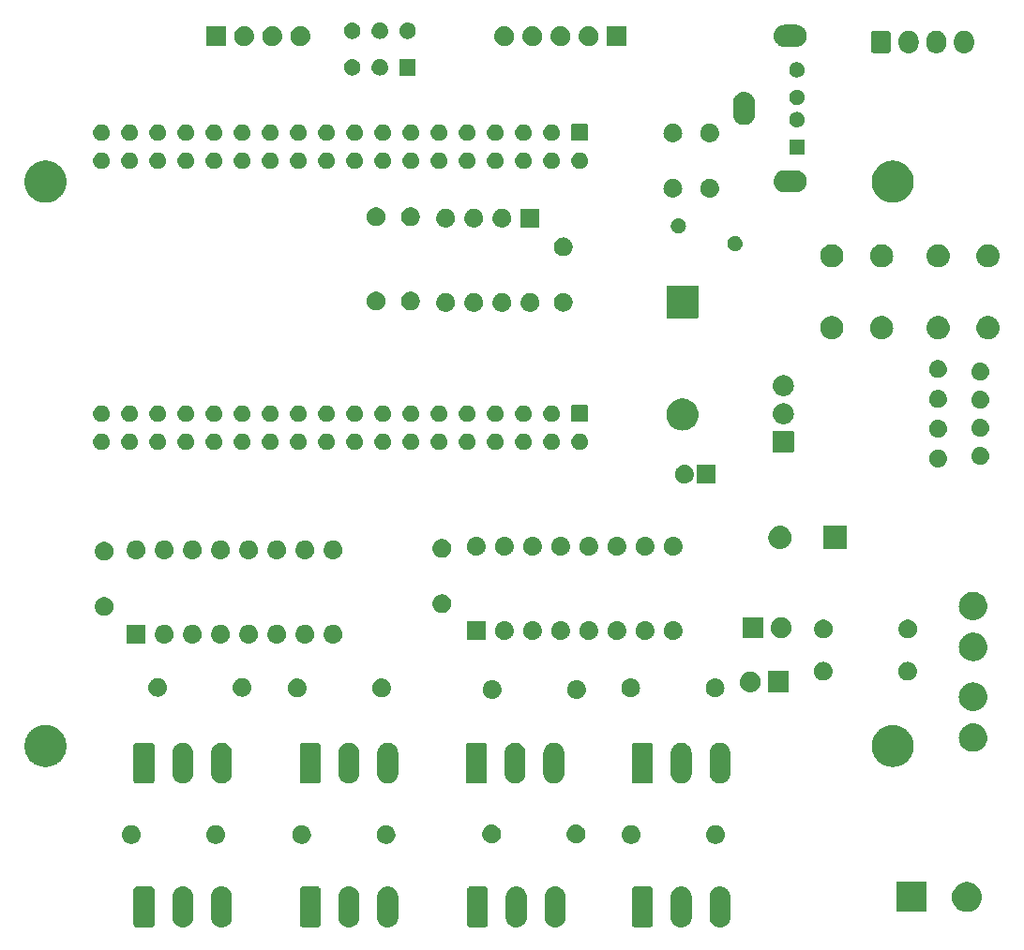
<source format=gbr>
%TF.GenerationSoftware,KiCad,Pcbnew,7.0.7*%
%TF.CreationDate,2023-09-24T21:46:29-04:00*%
%TF.ProjectId,PB_8_DMX,50425f38-5f44-44d5-982e-6b696361645f,v1*%
%TF.SameCoordinates,Original*%
%TF.FileFunction,Soldermask,Bot*%
%TF.FilePolarity,Negative*%
%FSLAX46Y46*%
G04 Gerber Fmt 4.6, Leading zero omitted, Abs format (unit mm)*
G04 Created by KiCad (PCBNEW 7.0.7) date 2023-09-24 21:46:29*
%MOMM*%
%LPD*%
G01*
G04 APERTURE LIST*
G04 APERTURE END LIST*
G36*
X-60697286Y-821295D02*
G01*
X-60681474Y-828276D01*
X-60673669Y-829513D01*
X-60641161Y-846076D01*
X-60596094Y-865976D01*
X-60517876Y-944194D01*
X-60497974Y-989267D01*
X-60481414Y-1021768D01*
X-60480179Y-1029570D01*
X-60473195Y-1045386D01*
X-60465200Y-1114300D01*
X-60465200Y-4214300D01*
X-60473195Y-4283214D01*
X-60480179Y-4299029D01*
X-60481414Y-4306831D01*
X-60497971Y-4339324D01*
X-60517876Y-4384406D01*
X-60596094Y-4462624D01*
X-60641176Y-4482529D01*
X-60673669Y-4499086D01*
X-60681471Y-4500321D01*
X-60697286Y-4507305D01*
X-60766200Y-4515300D01*
X-62066200Y-4515300D01*
X-62135114Y-4507305D01*
X-62150930Y-4500321D01*
X-62158732Y-4499086D01*
X-62191233Y-4482526D01*
X-62236306Y-4462624D01*
X-62314524Y-4384406D01*
X-62334424Y-4339339D01*
X-62350987Y-4306831D01*
X-62352224Y-4299026D01*
X-62359205Y-4283214D01*
X-62367200Y-4214300D01*
X-62367200Y-1114300D01*
X-62359205Y-1045386D01*
X-62352224Y-1029574D01*
X-62350987Y-1021768D01*
X-62334420Y-989253D01*
X-62314524Y-944194D01*
X-62236306Y-865976D01*
X-62191247Y-846080D01*
X-62158732Y-829513D01*
X-62150926Y-828276D01*
X-62135114Y-821295D01*
X-62066200Y-813300D01*
X-60766200Y-813300D01*
X-60697286Y-821295D01*
G37*
G36*
X-45697286Y-821295D02*
G01*
X-45681474Y-828276D01*
X-45673669Y-829513D01*
X-45641161Y-846076D01*
X-45596094Y-865976D01*
X-45517876Y-944194D01*
X-45497974Y-989267D01*
X-45481414Y-1021768D01*
X-45480179Y-1029570D01*
X-45473195Y-1045386D01*
X-45465200Y-1114300D01*
X-45465200Y-4214300D01*
X-45473195Y-4283214D01*
X-45480179Y-4299029D01*
X-45481414Y-4306831D01*
X-45497971Y-4339324D01*
X-45517876Y-4384406D01*
X-45596094Y-4462624D01*
X-45641176Y-4482529D01*
X-45673669Y-4499086D01*
X-45681471Y-4500321D01*
X-45697286Y-4507305D01*
X-45766200Y-4515300D01*
X-47066200Y-4515300D01*
X-47135114Y-4507305D01*
X-47150930Y-4500321D01*
X-47158732Y-4499086D01*
X-47191233Y-4482526D01*
X-47236306Y-4462624D01*
X-47314524Y-4384406D01*
X-47334424Y-4339339D01*
X-47350987Y-4306831D01*
X-47352224Y-4299026D01*
X-47359205Y-4283214D01*
X-47367200Y-4214300D01*
X-47367200Y-1114300D01*
X-47359205Y-1045386D01*
X-47352224Y-1029574D01*
X-47350987Y-1021768D01*
X-47334420Y-989253D01*
X-47314524Y-944194D01*
X-47236306Y-865976D01*
X-47191247Y-846080D01*
X-47158732Y-829513D01*
X-47150926Y-828276D01*
X-47135114Y-821295D01*
X-47066200Y-813300D01*
X-45766200Y-813300D01*
X-45697286Y-821295D01*
G37*
G36*
X-30582944Y-821295D02*
G01*
X-30567132Y-828276D01*
X-30559327Y-829513D01*
X-30526819Y-846076D01*
X-30481752Y-865976D01*
X-30403534Y-944194D01*
X-30383632Y-989267D01*
X-30367072Y-1021768D01*
X-30365837Y-1029570D01*
X-30358853Y-1045386D01*
X-30350858Y-1114300D01*
X-30350858Y-4214300D01*
X-30358853Y-4283214D01*
X-30365837Y-4299029D01*
X-30367072Y-4306831D01*
X-30383629Y-4339324D01*
X-30403534Y-4384406D01*
X-30481752Y-4462624D01*
X-30526834Y-4482529D01*
X-30559327Y-4499086D01*
X-30567129Y-4500321D01*
X-30582944Y-4507305D01*
X-30651858Y-4515300D01*
X-31951858Y-4515300D01*
X-32020772Y-4507305D01*
X-32036588Y-4500321D01*
X-32044390Y-4499086D01*
X-32076891Y-4482526D01*
X-32121964Y-4462624D01*
X-32200182Y-4384406D01*
X-32220082Y-4339339D01*
X-32236645Y-4306831D01*
X-32237882Y-4299026D01*
X-32244863Y-4283214D01*
X-32252858Y-4214300D01*
X-32252858Y-1114300D01*
X-32244863Y-1045386D01*
X-32237882Y-1029574D01*
X-32236645Y-1021768D01*
X-32220078Y-989253D01*
X-32200182Y-944194D01*
X-32121964Y-865976D01*
X-32076905Y-846080D01*
X-32044390Y-829513D01*
X-32036584Y-828276D01*
X-32020772Y-821295D01*
X-31951858Y-813300D01*
X-30651858Y-813300D01*
X-30582944Y-821295D01*
G37*
G36*
X-15697286Y-821295D02*
G01*
X-15681474Y-828276D01*
X-15673669Y-829513D01*
X-15641161Y-846076D01*
X-15596094Y-865976D01*
X-15517876Y-944194D01*
X-15497974Y-989267D01*
X-15481414Y-1021768D01*
X-15480179Y-1029570D01*
X-15473195Y-1045386D01*
X-15465200Y-1114300D01*
X-15465200Y-4214300D01*
X-15473195Y-4283214D01*
X-15480179Y-4299029D01*
X-15481414Y-4306831D01*
X-15497971Y-4339324D01*
X-15517876Y-4384406D01*
X-15596094Y-4462624D01*
X-15641176Y-4482529D01*
X-15673669Y-4499086D01*
X-15681471Y-4500321D01*
X-15697286Y-4507305D01*
X-15766200Y-4515300D01*
X-17066200Y-4515300D01*
X-17135114Y-4507305D01*
X-17150930Y-4500321D01*
X-17158732Y-4499086D01*
X-17191233Y-4482526D01*
X-17236306Y-4462624D01*
X-17314524Y-4384406D01*
X-17334424Y-4339339D01*
X-17350987Y-4306831D01*
X-17352224Y-4299026D01*
X-17359205Y-4283214D01*
X-17367200Y-4214300D01*
X-17367200Y-1114300D01*
X-17359205Y-1045386D01*
X-17352224Y-1029574D01*
X-17350987Y-1021768D01*
X-17334420Y-989253D01*
X-17314524Y-944194D01*
X-17236306Y-865976D01*
X-17191247Y-846080D01*
X-17158732Y-829513D01*
X-17150926Y-828276D01*
X-17135114Y-821295D01*
X-17066200Y-813300D01*
X-15766200Y-813300D01*
X-15697286Y-821295D01*
G37*
G36*
X-57914826Y-817033D02*
G01*
X-57870981Y-814945D01*
X-57824647Y-821606D01*
X-57772192Y-824267D01*
X-57729798Y-835243D01*
X-57692126Y-840660D01*
X-57642374Y-857879D01*
X-57585913Y-872498D01*
X-57551829Y-889216D01*
X-57521375Y-899757D01*
X-57470725Y-929000D01*
X-57413155Y-957239D01*
X-57387743Y-976909D01*
X-57364898Y-990099D01*
X-57316292Y-1032216D01*
X-57260992Y-1075022D01*
X-57243857Y-1094982D01*
X-57228341Y-1108427D01*
X-57184969Y-1163579D01*
X-57135654Y-1221024D01*
X-57125725Y-1238913D01*
X-57116648Y-1250455D01*
X-57081804Y-1318044D01*
X-57042271Y-1389268D01*
X-57037896Y-1403213D01*
X-57033850Y-1411061D01*
X-57010757Y-1489712D01*
X-56984667Y-1572865D01*
X-56983781Y-1581586D01*
X-56982945Y-1584431D01*
X-56974532Y-1672532D01*
X-56965200Y-1764300D01*
X-56965200Y-3564300D01*
X-56967534Y-3610314D01*
X-56969505Y-3651698D01*
X-56969678Y-3652592D01*
X-56970079Y-3660511D01*
X-56988175Y-3748561D01*
X-57004269Y-3832068D01*
X-57006461Y-3837542D01*
X-57008814Y-3848994D01*
X-57042069Y-3926486D01*
X-57071422Y-3999809D01*
X-57077776Y-4009695D01*
X-57084696Y-4025822D01*
X-57129613Y-4090354D01*
X-57169113Y-4151819D01*
X-57181259Y-4164557D01*
X-57194621Y-4183755D01*
X-57247415Y-4233939D01*
X-57293802Y-4282589D01*
X-57312902Y-4296189D01*
X-57334087Y-4316328D01*
X-57390993Y-4351797D01*
X-57440983Y-4387395D01*
X-57467624Y-4399561D01*
X-57497385Y-4418112D01*
X-57554819Y-4439383D01*
X-57605347Y-4462459D01*
X-57639491Y-4470742D01*
X-57677829Y-4484941D01*
X-57732618Y-4493334D01*
X-57780940Y-4505057D01*
X-57821866Y-4507006D01*
X-57868033Y-4514079D01*
X-57917586Y-4511565D01*
X-57961420Y-4513654D01*
X-58007745Y-4506993D01*
X-58060208Y-4504333D01*
X-58102611Y-4493354D01*
X-58140275Y-4487939D01*
X-58190019Y-4470722D01*
X-58246487Y-4456102D01*
X-58280576Y-4439380D01*
X-58311026Y-4428842D01*
X-58361671Y-4399602D01*
X-58419245Y-4371361D01*
X-58444660Y-4351688D01*
X-58467503Y-4338500D01*
X-58516107Y-4296384D01*
X-58571408Y-4253578D01*
X-58588545Y-4233616D01*
X-58604060Y-4220172D01*
X-58647435Y-4165017D01*
X-58696746Y-4107576D01*
X-58706675Y-4089687D01*
X-58715753Y-4078144D01*
X-58750604Y-4010543D01*
X-58790129Y-3939332D01*
X-58794504Y-3925388D01*
X-58798551Y-3917538D01*
X-58821655Y-3838852D01*
X-58847733Y-3755735D01*
X-58848620Y-3747016D01*
X-58849456Y-3744168D01*
X-58857876Y-3655998D01*
X-58867200Y-3564300D01*
X-58867200Y-1764300D01*
X-58864877Y-1718476D01*
X-58862896Y-1676901D01*
X-58862723Y-1675998D01*
X-58862321Y-1668089D01*
X-58844245Y-1580131D01*
X-58828132Y-1496531D01*
X-58825938Y-1491050D01*
X-58823586Y-1479606D01*
X-58790353Y-1402162D01*
X-58760979Y-1328790D01*
X-58754622Y-1318896D01*
X-58747704Y-1302778D01*
X-58702810Y-1238275D01*
X-58663288Y-1176780D01*
X-58651136Y-1164035D01*
X-58637779Y-1144845D01*
X-58585007Y-1094680D01*
X-58538599Y-1046010D01*
X-58519492Y-1032403D01*
X-58498313Y-1012272D01*
X-58441427Y-976814D01*
X-58391418Y-941204D01*
X-58364769Y-929033D01*
X-58335015Y-910488D01*
X-58277598Y-889223D01*
X-58227054Y-866140D01*
X-58192900Y-857854D01*
X-58154571Y-843659D01*
X-58099796Y-835267D01*
X-58051461Y-823542D01*
X-58010525Y-821592D01*
X-57964367Y-814521D01*
X-57914826Y-817033D01*
G37*
G36*
X-54414826Y-817033D02*
G01*
X-54370981Y-814945D01*
X-54324647Y-821606D01*
X-54272192Y-824267D01*
X-54229798Y-835243D01*
X-54192126Y-840660D01*
X-54142374Y-857879D01*
X-54085913Y-872498D01*
X-54051829Y-889216D01*
X-54021375Y-899757D01*
X-53970725Y-929000D01*
X-53913155Y-957239D01*
X-53887743Y-976909D01*
X-53864898Y-990099D01*
X-53816292Y-1032216D01*
X-53760992Y-1075022D01*
X-53743857Y-1094982D01*
X-53728341Y-1108427D01*
X-53684969Y-1163579D01*
X-53635654Y-1221024D01*
X-53625725Y-1238913D01*
X-53616648Y-1250455D01*
X-53581804Y-1318044D01*
X-53542271Y-1389268D01*
X-53537896Y-1403213D01*
X-53533850Y-1411061D01*
X-53510757Y-1489712D01*
X-53484667Y-1572865D01*
X-53483781Y-1581586D01*
X-53482945Y-1584431D01*
X-53474532Y-1672532D01*
X-53465200Y-1764300D01*
X-53465200Y-3564300D01*
X-53467534Y-3610314D01*
X-53469505Y-3651698D01*
X-53469678Y-3652592D01*
X-53470079Y-3660511D01*
X-53488175Y-3748561D01*
X-53504269Y-3832068D01*
X-53506461Y-3837542D01*
X-53508814Y-3848994D01*
X-53542069Y-3926486D01*
X-53571422Y-3999809D01*
X-53577776Y-4009695D01*
X-53584696Y-4025822D01*
X-53629613Y-4090354D01*
X-53669113Y-4151819D01*
X-53681259Y-4164557D01*
X-53694621Y-4183755D01*
X-53747415Y-4233939D01*
X-53793802Y-4282589D01*
X-53812902Y-4296189D01*
X-53834087Y-4316328D01*
X-53890993Y-4351797D01*
X-53940983Y-4387395D01*
X-53967624Y-4399561D01*
X-53997385Y-4418112D01*
X-54054819Y-4439383D01*
X-54105347Y-4462459D01*
X-54139491Y-4470742D01*
X-54177829Y-4484941D01*
X-54232618Y-4493334D01*
X-54280940Y-4505057D01*
X-54321866Y-4507006D01*
X-54368033Y-4514079D01*
X-54417586Y-4511565D01*
X-54461420Y-4513654D01*
X-54507745Y-4506993D01*
X-54560208Y-4504333D01*
X-54602611Y-4493354D01*
X-54640275Y-4487939D01*
X-54690019Y-4470722D01*
X-54746487Y-4456102D01*
X-54780576Y-4439380D01*
X-54811026Y-4428842D01*
X-54861671Y-4399602D01*
X-54919245Y-4371361D01*
X-54944660Y-4351688D01*
X-54967503Y-4338500D01*
X-55016107Y-4296384D01*
X-55071408Y-4253578D01*
X-55088545Y-4233616D01*
X-55104060Y-4220172D01*
X-55147435Y-4165017D01*
X-55196746Y-4107576D01*
X-55206675Y-4089687D01*
X-55215753Y-4078144D01*
X-55250604Y-4010543D01*
X-55290129Y-3939332D01*
X-55294504Y-3925388D01*
X-55298551Y-3917538D01*
X-55321655Y-3838852D01*
X-55347733Y-3755735D01*
X-55348620Y-3747016D01*
X-55349456Y-3744168D01*
X-55357876Y-3655998D01*
X-55367200Y-3564300D01*
X-55367200Y-1764300D01*
X-55364877Y-1718476D01*
X-55362896Y-1676901D01*
X-55362723Y-1675998D01*
X-55362321Y-1668089D01*
X-55344245Y-1580131D01*
X-55328132Y-1496531D01*
X-55325938Y-1491050D01*
X-55323586Y-1479606D01*
X-55290353Y-1402162D01*
X-55260979Y-1328790D01*
X-55254622Y-1318896D01*
X-55247704Y-1302778D01*
X-55202810Y-1238275D01*
X-55163288Y-1176780D01*
X-55151136Y-1164035D01*
X-55137779Y-1144845D01*
X-55085007Y-1094680D01*
X-55038599Y-1046010D01*
X-55019492Y-1032403D01*
X-54998313Y-1012272D01*
X-54941427Y-976814D01*
X-54891418Y-941204D01*
X-54864769Y-929033D01*
X-54835015Y-910488D01*
X-54777598Y-889223D01*
X-54727054Y-866140D01*
X-54692900Y-857854D01*
X-54654571Y-843659D01*
X-54599796Y-835267D01*
X-54551461Y-823542D01*
X-54510525Y-821592D01*
X-54464367Y-814521D01*
X-54414826Y-817033D01*
G37*
G36*
X-42914826Y-817033D02*
G01*
X-42870981Y-814945D01*
X-42824647Y-821606D01*
X-42772192Y-824267D01*
X-42729798Y-835243D01*
X-42692126Y-840660D01*
X-42642374Y-857879D01*
X-42585913Y-872498D01*
X-42551829Y-889216D01*
X-42521375Y-899757D01*
X-42470725Y-929000D01*
X-42413155Y-957239D01*
X-42387743Y-976909D01*
X-42364898Y-990099D01*
X-42316292Y-1032216D01*
X-42260992Y-1075022D01*
X-42243857Y-1094982D01*
X-42228341Y-1108427D01*
X-42184969Y-1163579D01*
X-42135654Y-1221024D01*
X-42125725Y-1238913D01*
X-42116648Y-1250455D01*
X-42081804Y-1318044D01*
X-42042271Y-1389268D01*
X-42037896Y-1403213D01*
X-42033850Y-1411061D01*
X-42010757Y-1489712D01*
X-41984667Y-1572865D01*
X-41983781Y-1581586D01*
X-41982945Y-1584431D01*
X-41974532Y-1672532D01*
X-41965200Y-1764300D01*
X-41965200Y-3564300D01*
X-41967534Y-3610314D01*
X-41969505Y-3651698D01*
X-41969678Y-3652592D01*
X-41970079Y-3660511D01*
X-41988175Y-3748561D01*
X-42004269Y-3832068D01*
X-42006461Y-3837542D01*
X-42008814Y-3848994D01*
X-42042069Y-3926486D01*
X-42071422Y-3999809D01*
X-42077776Y-4009695D01*
X-42084696Y-4025822D01*
X-42129613Y-4090354D01*
X-42169113Y-4151819D01*
X-42181259Y-4164557D01*
X-42194621Y-4183755D01*
X-42247415Y-4233939D01*
X-42293802Y-4282589D01*
X-42312902Y-4296189D01*
X-42334087Y-4316328D01*
X-42390993Y-4351797D01*
X-42440983Y-4387395D01*
X-42467624Y-4399561D01*
X-42497385Y-4418112D01*
X-42554819Y-4439383D01*
X-42605347Y-4462459D01*
X-42639491Y-4470742D01*
X-42677829Y-4484941D01*
X-42732618Y-4493334D01*
X-42780940Y-4505057D01*
X-42821866Y-4507006D01*
X-42868033Y-4514079D01*
X-42917586Y-4511565D01*
X-42961420Y-4513654D01*
X-43007745Y-4506993D01*
X-43060208Y-4504333D01*
X-43102611Y-4493354D01*
X-43140275Y-4487939D01*
X-43190019Y-4470722D01*
X-43246487Y-4456102D01*
X-43280576Y-4439380D01*
X-43311026Y-4428842D01*
X-43361671Y-4399602D01*
X-43419245Y-4371361D01*
X-43444660Y-4351688D01*
X-43467503Y-4338500D01*
X-43516107Y-4296384D01*
X-43571408Y-4253578D01*
X-43588545Y-4233616D01*
X-43604060Y-4220172D01*
X-43647435Y-4165017D01*
X-43696746Y-4107576D01*
X-43706675Y-4089687D01*
X-43715753Y-4078144D01*
X-43750604Y-4010543D01*
X-43790129Y-3939332D01*
X-43794504Y-3925388D01*
X-43798551Y-3917538D01*
X-43821655Y-3838852D01*
X-43847733Y-3755735D01*
X-43848620Y-3747016D01*
X-43849456Y-3744168D01*
X-43857876Y-3655998D01*
X-43867200Y-3564300D01*
X-43867200Y-1764300D01*
X-43864877Y-1718476D01*
X-43862896Y-1676901D01*
X-43862723Y-1675998D01*
X-43862321Y-1668089D01*
X-43844245Y-1580131D01*
X-43828132Y-1496531D01*
X-43825938Y-1491050D01*
X-43823586Y-1479606D01*
X-43790353Y-1402162D01*
X-43760979Y-1328790D01*
X-43754622Y-1318896D01*
X-43747704Y-1302778D01*
X-43702810Y-1238275D01*
X-43663288Y-1176780D01*
X-43651136Y-1164035D01*
X-43637779Y-1144845D01*
X-43585007Y-1094680D01*
X-43538599Y-1046010D01*
X-43519492Y-1032403D01*
X-43498313Y-1012272D01*
X-43441427Y-976814D01*
X-43391418Y-941204D01*
X-43364769Y-929033D01*
X-43335015Y-910488D01*
X-43277598Y-889223D01*
X-43227054Y-866140D01*
X-43192900Y-857854D01*
X-43154571Y-843659D01*
X-43099796Y-835267D01*
X-43051461Y-823542D01*
X-43010525Y-821592D01*
X-42964367Y-814521D01*
X-42914826Y-817033D01*
G37*
G36*
X-39414826Y-817033D02*
G01*
X-39370981Y-814945D01*
X-39324647Y-821606D01*
X-39272192Y-824267D01*
X-39229798Y-835243D01*
X-39192126Y-840660D01*
X-39142374Y-857879D01*
X-39085913Y-872498D01*
X-39051829Y-889216D01*
X-39021375Y-899757D01*
X-38970725Y-929000D01*
X-38913155Y-957239D01*
X-38887743Y-976909D01*
X-38864898Y-990099D01*
X-38816292Y-1032216D01*
X-38760992Y-1075022D01*
X-38743857Y-1094982D01*
X-38728341Y-1108427D01*
X-38684969Y-1163579D01*
X-38635654Y-1221024D01*
X-38625725Y-1238913D01*
X-38616648Y-1250455D01*
X-38581804Y-1318044D01*
X-38542271Y-1389268D01*
X-38537896Y-1403213D01*
X-38533850Y-1411061D01*
X-38510757Y-1489712D01*
X-38484667Y-1572865D01*
X-38483781Y-1581586D01*
X-38482945Y-1584431D01*
X-38474532Y-1672532D01*
X-38465200Y-1764300D01*
X-38465200Y-3564300D01*
X-38467534Y-3610314D01*
X-38469505Y-3651698D01*
X-38469678Y-3652592D01*
X-38470079Y-3660511D01*
X-38488175Y-3748561D01*
X-38504269Y-3832068D01*
X-38506461Y-3837542D01*
X-38508814Y-3848994D01*
X-38542069Y-3926486D01*
X-38571422Y-3999809D01*
X-38577776Y-4009695D01*
X-38584696Y-4025822D01*
X-38629613Y-4090354D01*
X-38669113Y-4151819D01*
X-38681259Y-4164557D01*
X-38694621Y-4183755D01*
X-38747415Y-4233939D01*
X-38793802Y-4282589D01*
X-38812902Y-4296189D01*
X-38834087Y-4316328D01*
X-38890993Y-4351797D01*
X-38940983Y-4387395D01*
X-38967624Y-4399561D01*
X-38997385Y-4418112D01*
X-39054819Y-4439383D01*
X-39105347Y-4462459D01*
X-39139491Y-4470742D01*
X-39177829Y-4484941D01*
X-39232618Y-4493334D01*
X-39280940Y-4505057D01*
X-39321866Y-4507006D01*
X-39368033Y-4514079D01*
X-39417586Y-4511565D01*
X-39461420Y-4513654D01*
X-39507745Y-4506993D01*
X-39560208Y-4504333D01*
X-39602611Y-4493354D01*
X-39640275Y-4487939D01*
X-39690019Y-4470722D01*
X-39746487Y-4456102D01*
X-39780576Y-4439380D01*
X-39811026Y-4428842D01*
X-39861671Y-4399602D01*
X-39919245Y-4371361D01*
X-39944660Y-4351688D01*
X-39967503Y-4338500D01*
X-40016107Y-4296384D01*
X-40071408Y-4253578D01*
X-40088545Y-4233616D01*
X-40104060Y-4220172D01*
X-40147435Y-4165017D01*
X-40196746Y-4107576D01*
X-40206675Y-4089687D01*
X-40215753Y-4078144D01*
X-40250604Y-4010543D01*
X-40290129Y-3939332D01*
X-40294504Y-3925388D01*
X-40298551Y-3917538D01*
X-40321655Y-3838852D01*
X-40347733Y-3755735D01*
X-40348620Y-3747016D01*
X-40349456Y-3744168D01*
X-40357876Y-3655998D01*
X-40367200Y-3564300D01*
X-40367200Y-1764300D01*
X-40364877Y-1718476D01*
X-40362896Y-1676901D01*
X-40362723Y-1675998D01*
X-40362321Y-1668089D01*
X-40344245Y-1580131D01*
X-40328132Y-1496531D01*
X-40325938Y-1491050D01*
X-40323586Y-1479606D01*
X-40290353Y-1402162D01*
X-40260979Y-1328790D01*
X-40254622Y-1318896D01*
X-40247704Y-1302778D01*
X-40202810Y-1238275D01*
X-40163288Y-1176780D01*
X-40151136Y-1164035D01*
X-40137779Y-1144845D01*
X-40085007Y-1094680D01*
X-40038599Y-1046010D01*
X-40019492Y-1032403D01*
X-39998313Y-1012272D01*
X-39941427Y-976814D01*
X-39891418Y-941204D01*
X-39864769Y-929033D01*
X-39835015Y-910488D01*
X-39777598Y-889223D01*
X-39727054Y-866140D01*
X-39692900Y-857854D01*
X-39654571Y-843659D01*
X-39599796Y-835267D01*
X-39551461Y-823542D01*
X-39510525Y-821592D01*
X-39464367Y-814521D01*
X-39414826Y-817033D01*
G37*
G36*
X-27800484Y-817033D02*
G01*
X-27756639Y-814945D01*
X-27710305Y-821606D01*
X-27657850Y-824267D01*
X-27615456Y-835243D01*
X-27577784Y-840660D01*
X-27528032Y-857879D01*
X-27471571Y-872498D01*
X-27437487Y-889216D01*
X-27407033Y-899757D01*
X-27356383Y-929000D01*
X-27298813Y-957239D01*
X-27273401Y-976909D01*
X-27250556Y-990099D01*
X-27201950Y-1032216D01*
X-27146650Y-1075022D01*
X-27129515Y-1094982D01*
X-27113999Y-1108427D01*
X-27070627Y-1163579D01*
X-27021312Y-1221024D01*
X-27011383Y-1238913D01*
X-27002306Y-1250455D01*
X-26967462Y-1318044D01*
X-26927929Y-1389268D01*
X-26923554Y-1403213D01*
X-26919508Y-1411061D01*
X-26896415Y-1489712D01*
X-26870325Y-1572865D01*
X-26869439Y-1581586D01*
X-26868603Y-1584431D01*
X-26860190Y-1672532D01*
X-26850858Y-1764300D01*
X-26850858Y-3564300D01*
X-26853192Y-3610314D01*
X-26855163Y-3651698D01*
X-26855336Y-3652592D01*
X-26855737Y-3660511D01*
X-26873833Y-3748561D01*
X-26889927Y-3832068D01*
X-26892119Y-3837542D01*
X-26894472Y-3848994D01*
X-26927727Y-3926486D01*
X-26957080Y-3999809D01*
X-26963434Y-4009695D01*
X-26970354Y-4025822D01*
X-27015271Y-4090354D01*
X-27054771Y-4151819D01*
X-27066917Y-4164557D01*
X-27080279Y-4183755D01*
X-27133073Y-4233939D01*
X-27179460Y-4282589D01*
X-27198560Y-4296189D01*
X-27219745Y-4316328D01*
X-27276651Y-4351797D01*
X-27326641Y-4387395D01*
X-27353282Y-4399561D01*
X-27383043Y-4418112D01*
X-27440477Y-4439383D01*
X-27491005Y-4462459D01*
X-27525149Y-4470742D01*
X-27563487Y-4484941D01*
X-27618276Y-4493334D01*
X-27666598Y-4505057D01*
X-27707524Y-4507006D01*
X-27753691Y-4514079D01*
X-27803244Y-4511565D01*
X-27847078Y-4513654D01*
X-27893403Y-4506993D01*
X-27945866Y-4504333D01*
X-27988269Y-4493354D01*
X-28025933Y-4487939D01*
X-28075677Y-4470722D01*
X-28132145Y-4456102D01*
X-28166234Y-4439380D01*
X-28196684Y-4428842D01*
X-28247329Y-4399602D01*
X-28304903Y-4371361D01*
X-28330318Y-4351688D01*
X-28353161Y-4338500D01*
X-28401765Y-4296384D01*
X-28457066Y-4253578D01*
X-28474203Y-4233616D01*
X-28489718Y-4220172D01*
X-28533093Y-4165017D01*
X-28582404Y-4107576D01*
X-28592333Y-4089687D01*
X-28601411Y-4078144D01*
X-28636262Y-4010543D01*
X-28675787Y-3939332D01*
X-28680162Y-3925388D01*
X-28684209Y-3917538D01*
X-28707313Y-3838852D01*
X-28733391Y-3755735D01*
X-28734278Y-3747016D01*
X-28735114Y-3744168D01*
X-28743534Y-3655998D01*
X-28752858Y-3564300D01*
X-28752858Y-1764300D01*
X-28750535Y-1718476D01*
X-28748554Y-1676901D01*
X-28748381Y-1675998D01*
X-28747979Y-1668089D01*
X-28729903Y-1580131D01*
X-28713790Y-1496531D01*
X-28711596Y-1491050D01*
X-28709244Y-1479606D01*
X-28676011Y-1402162D01*
X-28646637Y-1328790D01*
X-28640280Y-1318896D01*
X-28633362Y-1302778D01*
X-28588468Y-1238275D01*
X-28548946Y-1176780D01*
X-28536794Y-1164035D01*
X-28523437Y-1144845D01*
X-28470665Y-1094680D01*
X-28424257Y-1046010D01*
X-28405150Y-1032403D01*
X-28383971Y-1012272D01*
X-28327085Y-976814D01*
X-28277076Y-941204D01*
X-28250427Y-929033D01*
X-28220673Y-910488D01*
X-28163256Y-889223D01*
X-28112712Y-866140D01*
X-28078558Y-857854D01*
X-28040229Y-843659D01*
X-27985454Y-835267D01*
X-27937119Y-823542D01*
X-27896183Y-821592D01*
X-27850025Y-814521D01*
X-27800484Y-817033D01*
G37*
G36*
X-24300484Y-817033D02*
G01*
X-24256639Y-814945D01*
X-24210305Y-821606D01*
X-24157850Y-824267D01*
X-24115456Y-835243D01*
X-24077784Y-840660D01*
X-24028032Y-857879D01*
X-23971571Y-872498D01*
X-23937487Y-889216D01*
X-23907033Y-899757D01*
X-23856383Y-929000D01*
X-23798813Y-957239D01*
X-23773401Y-976909D01*
X-23750556Y-990099D01*
X-23701950Y-1032216D01*
X-23646650Y-1075022D01*
X-23629515Y-1094982D01*
X-23613999Y-1108427D01*
X-23570627Y-1163579D01*
X-23521312Y-1221024D01*
X-23511383Y-1238913D01*
X-23502306Y-1250455D01*
X-23467462Y-1318044D01*
X-23427929Y-1389268D01*
X-23423554Y-1403213D01*
X-23419508Y-1411061D01*
X-23396415Y-1489712D01*
X-23370325Y-1572865D01*
X-23369439Y-1581586D01*
X-23368603Y-1584431D01*
X-23360190Y-1672532D01*
X-23350858Y-1764300D01*
X-23350858Y-3564300D01*
X-23353192Y-3610314D01*
X-23355163Y-3651698D01*
X-23355336Y-3652592D01*
X-23355737Y-3660511D01*
X-23373833Y-3748561D01*
X-23389927Y-3832068D01*
X-23392119Y-3837542D01*
X-23394472Y-3848994D01*
X-23427727Y-3926486D01*
X-23457080Y-3999809D01*
X-23463434Y-4009695D01*
X-23470354Y-4025822D01*
X-23515271Y-4090354D01*
X-23554771Y-4151819D01*
X-23566917Y-4164557D01*
X-23580279Y-4183755D01*
X-23633073Y-4233939D01*
X-23679460Y-4282589D01*
X-23698560Y-4296189D01*
X-23719745Y-4316328D01*
X-23776651Y-4351797D01*
X-23826641Y-4387395D01*
X-23853282Y-4399561D01*
X-23883043Y-4418112D01*
X-23940477Y-4439383D01*
X-23991005Y-4462459D01*
X-24025149Y-4470742D01*
X-24063487Y-4484941D01*
X-24118276Y-4493334D01*
X-24166598Y-4505057D01*
X-24207524Y-4507006D01*
X-24253691Y-4514079D01*
X-24303244Y-4511565D01*
X-24347078Y-4513654D01*
X-24393403Y-4506993D01*
X-24445866Y-4504333D01*
X-24488269Y-4493354D01*
X-24525933Y-4487939D01*
X-24575677Y-4470722D01*
X-24632145Y-4456102D01*
X-24666234Y-4439380D01*
X-24696684Y-4428842D01*
X-24747329Y-4399602D01*
X-24804903Y-4371361D01*
X-24830318Y-4351688D01*
X-24853161Y-4338500D01*
X-24901765Y-4296384D01*
X-24957066Y-4253578D01*
X-24974203Y-4233616D01*
X-24989718Y-4220172D01*
X-25033093Y-4165017D01*
X-25082404Y-4107576D01*
X-25092333Y-4089687D01*
X-25101411Y-4078144D01*
X-25136262Y-4010543D01*
X-25175787Y-3939332D01*
X-25180162Y-3925388D01*
X-25184209Y-3917538D01*
X-25207313Y-3838852D01*
X-25233391Y-3755735D01*
X-25234278Y-3747016D01*
X-25235114Y-3744168D01*
X-25243534Y-3655998D01*
X-25252858Y-3564300D01*
X-25252858Y-1764300D01*
X-25250535Y-1718476D01*
X-25248554Y-1676901D01*
X-25248381Y-1675998D01*
X-25247979Y-1668089D01*
X-25229903Y-1580131D01*
X-25213790Y-1496531D01*
X-25211596Y-1491050D01*
X-25209244Y-1479606D01*
X-25176011Y-1402162D01*
X-25146637Y-1328790D01*
X-25140280Y-1318896D01*
X-25133362Y-1302778D01*
X-25088468Y-1238275D01*
X-25048946Y-1176780D01*
X-25036794Y-1164035D01*
X-25023437Y-1144845D01*
X-24970665Y-1094680D01*
X-24924257Y-1046010D01*
X-24905150Y-1032403D01*
X-24883971Y-1012272D01*
X-24827085Y-976814D01*
X-24777076Y-941204D01*
X-24750427Y-929033D01*
X-24720673Y-910488D01*
X-24663256Y-889223D01*
X-24612712Y-866140D01*
X-24578558Y-857854D01*
X-24540229Y-843659D01*
X-24485454Y-835267D01*
X-24437119Y-823542D01*
X-24396183Y-821592D01*
X-24350025Y-814521D01*
X-24300484Y-817033D01*
G37*
G36*
X-12914826Y-817033D02*
G01*
X-12870981Y-814945D01*
X-12824647Y-821606D01*
X-12772192Y-824267D01*
X-12729798Y-835243D01*
X-12692126Y-840660D01*
X-12642374Y-857879D01*
X-12585913Y-872498D01*
X-12551829Y-889216D01*
X-12521375Y-899757D01*
X-12470725Y-929000D01*
X-12413155Y-957239D01*
X-12387743Y-976909D01*
X-12364898Y-990099D01*
X-12316292Y-1032216D01*
X-12260992Y-1075022D01*
X-12243857Y-1094982D01*
X-12228341Y-1108427D01*
X-12184969Y-1163579D01*
X-12135654Y-1221024D01*
X-12125725Y-1238913D01*
X-12116648Y-1250455D01*
X-12081804Y-1318044D01*
X-12042271Y-1389268D01*
X-12037896Y-1403213D01*
X-12033850Y-1411061D01*
X-12010757Y-1489712D01*
X-11984667Y-1572865D01*
X-11983781Y-1581586D01*
X-11982945Y-1584431D01*
X-11974532Y-1672532D01*
X-11965200Y-1764300D01*
X-11965200Y-3564300D01*
X-11967534Y-3610314D01*
X-11969505Y-3651698D01*
X-11969678Y-3652592D01*
X-11970079Y-3660511D01*
X-11988175Y-3748561D01*
X-12004269Y-3832068D01*
X-12006461Y-3837542D01*
X-12008814Y-3848994D01*
X-12042069Y-3926486D01*
X-12071422Y-3999809D01*
X-12077776Y-4009695D01*
X-12084696Y-4025822D01*
X-12129613Y-4090354D01*
X-12169113Y-4151819D01*
X-12181259Y-4164557D01*
X-12194621Y-4183755D01*
X-12247415Y-4233939D01*
X-12293802Y-4282589D01*
X-12312902Y-4296189D01*
X-12334087Y-4316328D01*
X-12390993Y-4351797D01*
X-12440983Y-4387395D01*
X-12467624Y-4399561D01*
X-12497385Y-4418112D01*
X-12554819Y-4439383D01*
X-12605347Y-4462459D01*
X-12639491Y-4470742D01*
X-12677829Y-4484941D01*
X-12732618Y-4493334D01*
X-12780940Y-4505057D01*
X-12821866Y-4507006D01*
X-12868033Y-4514079D01*
X-12917586Y-4511565D01*
X-12961420Y-4513654D01*
X-13007745Y-4506993D01*
X-13060208Y-4504333D01*
X-13102611Y-4493354D01*
X-13140275Y-4487939D01*
X-13190019Y-4470722D01*
X-13246487Y-4456102D01*
X-13280576Y-4439380D01*
X-13311026Y-4428842D01*
X-13361671Y-4399602D01*
X-13419245Y-4371361D01*
X-13444660Y-4351688D01*
X-13467503Y-4338500D01*
X-13516107Y-4296384D01*
X-13571408Y-4253578D01*
X-13588545Y-4233616D01*
X-13604060Y-4220172D01*
X-13647435Y-4165017D01*
X-13696746Y-4107576D01*
X-13706675Y-4089687D01*
X-13715753Y-4078144D01*
X-13750604Y-4010543D01*
X-13790129Y-3939332D01*
X-13794504Y-3925388D01*
X-13798551Y-3917538D01*
X-13821655Y-3838852D01*
X-13847733Y-3755735D01*
X-13848620Y-3747016D01*
X-13849456Y-3744168D01*
X-13857876Y-3655998D01*
X-13867200Y-3564300D01*
X-13867200Y-1764300D01*
X-13864877Y-1718476D01*
X-13862896Y-1676901D01*
X-13862723Y-1675998D01*
X-13862321Y-1668089D01*
X-13844245Y-1580131D01*
X-13828132Y-1496531D01*
X-13825938Y-1491050D01*
X-13823586Y-1479606D01*
X-13790353Y-1402162D01*
X-13760979Y-1328790D01*
X-13754622Y-1318896D01*
X-13747704Y-1302778D01*
X-13702810Y-1238275D01*
X-13663288Y-1176780D01*
X-13651136Y-1164035D01*
X-13637779Y-1144845D01*
X-13585007Y-1094680D01*
X-13538599Y-1046010D01*
X-13519492Y-1032403D01*
X-13498313Y-1012272D01*
X-13441427Y-976814D01*
X-13391418Y-941204D01*
X-13364769Y-929033D01*
X-13335015Y-910488D01*
X-13277598Y-889223D01*
X-13227054Y-866140D01*
X-13192900Y-857854D01*
X-13154571Y-843659D01*
X-13099796Y-835267D01*
X-13051461Y-823542D01*
X-13010525Y-821592D01*
X-12964367Y-814521D01*
X-12914826Y-817033D01*
G37*
G36*
X-9414826Y-817033D02*
G01*
X-9370981Y-814945D01*
X-9324647Y-821606D01*
X-9272192Y-824267D01*
X-9229798Y-835243D01*
X-9192126Y-840660D01*
X-9142374Y-857879D01*
X-9085913Y-872498D01*
X-9051829Y-889216D01*
X-9021375Y-899757D01*
X-8970725Y-929000D01*
X-8913155Y-957239D01*
X-8887743Y-976909D01*
X-8864898Y-990099D01*
X-8816292Y-1032216D01*
X-8760992Y-1075022D01*
X-8743857Y-1094982D01*
X-8728341Y-1108427D01*
X-8684969Y-1163579D01*
X-8635654Y-1221024D01*
X-8625725Y-1238913D01*
X-8616648Y-1250455D01*
X-8581804Y-1318044D01*
X-8542271Y-1389268D01*
X-8537896Y-1403213D01*
X-8533850Y-1411061D01*
X-8510757Y-1489712D01*
X-8484667Y-1572865D01*
X-8483781Y-1581586D01*
X-8482945Y-1584431D01*
X-8474532Y-1672532D01*
X-8465200Y-1764300D01*
X-8465200Y-3564300D01*
X-8467534Y-3610314D01*
X-8469505Y-3651698D01*
X-8469678Y-3652592D01*
X-8470079Y-3660511D01*
X-8488175Y-3748561D01*
X-8504269Y-3832068D01*
X-8506461Y-3837542D01*
X-8508814Y-3848994D01*
X-8542069Y-3926486D01*
X-8571422Y-3999809D01*
X-8577776Y-4009695D01*
X-8584696Y-4025822D01*
X-8629613Y-4090354D01*
X-8669113Y-4151819D01*
X-8681259Y-4164557D01*
X-8694621Y-4183755D01*
X-8747415Y-4233939D01*
X-8793802Y-4282589D01*
X-8812902Y-4296189D01*
X-8834087Y-4316328D01*
X-8890993Y-4351797D01*
X-8940983Y-4387395D01*
X-8967624Y-4399561D01*
X-8997385Y-4418112D01*
X-9054819Y-4439383D01*
X-9105347Y-4462459D01*
X-9139491Y-4470742D01*
X-9177829Y-4484941D01*
X-9232618Y-4493334D01*
X-9280940Y-4505057D01*
X-9321866Y-4507006D01*
X-9368033Y-4514079D01*
X-9417586Y-4511565D01*
X-9461420Y-4513654D01*
X-9507745Y-4506993D01*
X-9560208Y-4504333D01*
X-9602611Y-4493354D01*
X-9640275Y-4487939D01*
X-9690019Y-4470722D01*
X-9746487Y-4456102D01*
X-9780576Y-4439380D01*
X-9811026Y-4428842D01*
X-9861671Y-4399602D01*
X-9919245Y-4371361D01*
X-9944660Y-4351688D01*
X-9967503Y-4338500D01*
X-10016107Y-4296384D01*
X-10071408Y-4253578D01*
X-10088545Y-4233616D01*
X-10104060Y-4220172D01*
X-10147435Y-4165017D01*
X-10196746Y-4107576D01*
X-10206675Y-4089687D01*
X-10215753Y-4078144D01*
X-10250604Y-4010543D01*
X-10290129Y-3939332D01*
X-10294504Y-3925388D01*
X-10298551Y-3917538D01*
X-10321655Y-3838852D01*
X-10347733Y-3755735D01*
X-10348620Y-3747016D01*
X-10349456Y-3744168D01*
X-10357876Y-3655998D01*
X-10367200Y-3564300D01*
X-10367200Y-1764300D01*
X-10364877Y-1718476D01*
X-10362896Y-1676901D01*
X-10362723Y-1675998D01*
X-10362321Y-1668089D01*
X-10344245Y-1580131D01*
X-10328132Y-1496531D01*
X-10325938Y-1491050D01*
X-10323586Y-1479606D01*
X-10290353Y-1402162D01*
X-10260979Y-1328790D01*
X-10254622Y-1318896D01*
X-10247704Y-1302778D01*
X-10202810Y-1238275D01*
X-10163288Y-1176780D01*
X-10151136Y-1164035D01*
X-10137779Y-1144845D01*
X-10085007Y-1094680D01*
X-10038599Y-1046010D01*
X-10019492Y-1032403D01*
X-9998313Y-1012272D01*
X-9941427Y-976814D01*
X-9891418Y-941204D01*
X-9864769Y-929033D01*
X-9835015Y-910488D01*
X-9777598Y-889223D01*
X-9727054Y-866140D01*
X-9692900Y-857854D01*
X-9654571Y-843659D01*
X-9599796Y-835267D01*
X-9551461Y-823542D01*
X-9510525Y-821592D01*
X-9464367Y-814521D01*
X-9414826Y-817033D01*
G37*
G36*
X9203317Y-417182D02*
G01*
X9219862Y-428238D01*
X9230918Y-444783D01*
X9234800Y-464300D01*
X9234800Y-3064300D01*
X9230918Y-3083817D01*
X9219862Y-3100362D01*
X9203317Y-3111418D01*
X9183800Y-3115300D01*
X6583800Y-3115300D01*
X6564283Y-3111418D01*
X6547738Y-3100362D01*
X6536682Y-3083817D01*
X6532800Y-3064300D01*
X6532800Y-464300D01*
X6536682Y-444783D01*
X6547738Y-428238D01*
X6564283Y-417182D01*
X6583800Y-413300D01*
X9183800Y-413300D01*
X9203317Y-417182D01*
G37*
G36*
X13215451Y-454640D02*
G01*
X13426491Y-527090D01*
X13622727Y-633288D01*
X13798807Y-770337D01*
X13949929Y-934499D01*
X14071969Y-1121295D01*
X14161599Y-1325631D01*
X14216374Y-1541933D01*
X14234800Y-1764300D01*
X14216374Y-1986667D01*
X14161599Y-2202969D01*
X14071969Y-2407305D01*
X13949929Y-2594101D01*
X13798807Y-2758263D01*
X13622727Y-2895312D01*
X13426491Y-3001510D01*
X13215451Y-3073960D01*
X12995365Y-3110686D01*
X12772235Y-3110686D01*
X12552149Y-3073960D01*
X12341109Y-3001510D01*
X12144873Y-2895312D01*
X11968793Y-2758263D01*
X11817671Y-2594101D01*
X11695631Y-2407305D01*
X11606001Y-2202969D01*
X11551226Y-1986667D01*
X11532800Y-1764300D01*
X11551226Y-1541933D01*
X11606001Y-1325631D01*
X11695631Y-1121295D01*
X11817671Y-934499D01*
X11968793Y-770337D01*
X12144873Y-633288D01*
X12341109Y-527090D01*
X12552149Y-454640D01*
X12772235Y-417914D01*
X12995365Y-417914D01*
X13215451Y-454640D01*
G37*
G36*
X-62525001Y4732038D02*
G01*
X-62477246Y4732038D01*
X-62436006Y4723273D01*
X-62400299Y4719755D01*
X-62355441Y4706148D01*
X-62303227Y4695049D01*
X-62269816Y4680174D01*
X-62240765Y4671361D01*
X-62194598Y4646685D01*
X-62140700Y4622688D01*
X-62115646Y4604485D01*
X-62093747Y4592780D01*
X-62049072Y4556116D01*
X-61996770Y4518116D01*
X-61979789Y4499257D01*
X-61964880Y4487021D01*
X-61924813Y4438199D01*
X-61877727Y4385905D01*
X-61867836Y4368773D01*
X-61859121Y4358154D01*
X-61826894Y4297860D01*
X-61788773Y4231833D01*
X-61784387Y4218332D01*
X-61780540Y4211136D01*
X-61759339Y4141245D01*
X-61733796Y4062633D01*
X-61732897Y4054077D01*
X-61732146Y4051602D01*
X-61724828Y3977305D01*
X-61715200Y3885700D01*
X-61724831Y3794075D01*
X-61732146Y3719799D01*
X-61732897Y3717325D01*
X-61733796Y3708767D01*
X-61759344Y3630142D01*
X-61780540Y3560265D01*
X-61784386Y3553071D01*
X-61788773Y3539567D01*
X-61826901Y3473528D01*
X-61859121Y3413247D01*
X-61867834Y3402631D01*
X-61877727Y3385495D01*
X-61924822Y3333191D01*
X-61964880Y3284380D01*
X-61979786Y3272148D01*
X-61996770Y3253284D01*
X-62049082Y3215277D01*
X-62093747Y3178621D01*
X-62115641Y3166920D01*
X-62140700Y3148712D01*
X-62194609Y3124711D01*
X-62240765Y3100040D01*
X-62269809Y3091230D01*
X-62303227Y3076351D01*
X-62355452Y3065251D01*
X-62400299Y3051646D01*
X-62435997Y3048130D01*
X-62477246Y3039362D01*
X-62525012Y3039362D01*
X-62566201Y3035305D01*
X-62607389Y3039362D01*
X-62655154Y3039362D01*
X-62696403Y3048130D01*
X-62732102Y3051646D01*
X-62776952Y3065252D01*
X-62829173Y3076351D01*
X-62862590Y3091229D01*
X-62891636Y3100040D01*
X-62937798Y3124714D01*
X-62991700Y3148712D01*
X-63016757Y3166917D01*
X-63038654Y3178621D01*
X-63083327Y3215284D01*
X-63135630Y3253284D01*
X-63152612Y3272145D01*
X-63167521Y3284380D01*
X-63207590Y3333204D01*
X-63254673Y3385495D01*
X-63264564Y3402627D01*
X-63273280Y3413247D01*
X-63305513Y3473552D01*
X-63343627Y3539567D01*
X-63348014Y3553066D01*
X-63351861Y3560265D01*
X-63373072Y3630188D01*
X-63398604Y3708767D01*
X-63399503Y3717320D01*
X-63400255Y3719799D01*
X-63407587Y3794233D01*
X-63417200Y3885700D01*
X-63407588Y3977160D01*
X-63400255Y4051602D01*
X-63399503Y4054082D01*
X-63398604Y4062633D01*
X-63373077Y4141198D01*
X-63351861Y4211136D01*
X-63348013Y4218337D01*
X-63343627Y4231833D01*
X-63305520Y4297837D01*
X-63273280Y4358154D01*
X-63264562Y4368777D01*
X-63254673Y4385905D01*
X-63207599Y4438187D01*
X-63167521Y4487021D01*
X-63152609Y4499260D01*
X-63135630Y4518116D01*
X-63083338Y4556109D01*
X-63038654Y4592780D01*
X-63016752Y4604487D01*
X-62991700Y4622688D01*
X-62937809Y4646682D01*
X-62891636Y4671361D01*
X-62862583Y4680175D01*
X-62829173Y4695049D01*
X-62776963Y4706147D01*
X-62732102Y4719755D01*
X-62696394Y4723273D01*
X-62655154Y4732038D01*
X-62607399Y4732038D01*
X-62566200Y4736096D01*
X-62525001Y4732038D01*
G37*
G36*
X-54905002Y4732038D02*
G01*
X-54857246Y4732038D01*
X-54816006Y4723273D01*
X-54780299Y4719755D01*
X-54735441Y4706148D01*
X-54683227Y4695049D01*
X-54649816Y4680174D01*
X-54620765Y4671361D01*
X-54574598Y4646685D01*
X-54520700Y4622688D01*
X-54495646Y4604485D01*
X-54473747Y4592780D01*
X-54429072Y4556116D01*
X-54376770Y4518116D01*
X-54359789Y4499257D01*
X-54344880Y4487021D01*
X-54304813Y4438199D01*
X-54257727Y4385905D01*
X-54247836Y4368773D01*
X-54239121Y4358154D01*
X-54206894Y4297860D01*
X-54168773Y4231833D01*
X-54164387Y4218332D01*
X-54160540Y4211136D01*
X-54139339Y4141245D01*
X-54113796Y4062633D01*
X-54112897Y4054077D01*
X-54112146Y4051602D01*
X-54104828Y3977305D01*
X-54095200Y3885700D01*
X-54104831Y3794075D01*
X-54112146Y3719799D01*
X-54112897Y3717325D01*
X-54113796Y3708767D01*
X-54139344Y3630142D01*
X-54160540Y3560265D01*
X-54164386Y3553071D01*
X-54168773Y3539567D01*
X-54206901Y3473528D01*
X-54239121Y3413247D01*
X-54247834Y3402631D01*
X-54257727Y3385495D01*
X-54304822Y3333191D01*
X-54344880Y3284380D01*
X-54359786Y3272148D01*
X-54376770Y3253284D01*
X-54429082Y3215277D01*
X-54473747Y3178621D01*
X-54495641Y3166920D01*
X-54520700Y3148712D01*
X-54574609Y3124711D01*
X-54620765Y3100040D01*
X-54649809Y3091230D01*
X-54683227Y3076351D01*
X-54735452Y3065251D01*
X-54780299Y3051646D01*
X-54815997Y3048130D01*
X-54857246Y3039362D01*
X-54905012Y3039362D01*
X-54946200Y3035305D01*
X-54987389Y3039362D01*
X-55035154Y3039362D01*
X-55076403Y3048130D01*
X-55112102Y3051646D01*
X-55156952Y3065252D01*
X-55209173Y3076351D01*
X-55242590Y3091229D01*
X-55271636Y3100040D01*
X-55317798Y3124714D01*
X-55371700Y3148712D01*
X-55396757Y3166917D01*
X-55418654Y3178621D01*
X-55463327Y3215284D01*
X-55515630Y3253284D01*
X-55532612Y3272145D01*
X-55547521Y3284380D01*
X-55587590Y3333204D01*
X-55634673Y3385495D01*
X-55644564Y3402627D01*
X-55653280Y3413247D01*
X-55685513Y3473552D01*
X-55723627Y3539567D01*
X-55728014Y3553066D01*
X-55731861Y3560265D01*
X-55753072Y3630188D01*
X-55778604Y3708767D01*
X-55779503Y3717320D01*
X-55780255Y3719799D01*
X-55787586Y3794226D01*
X-55797200Y3885700D01*
X-55787589Y3977153D01*
X-55780255Y4051602D01*
X-55779503Y4054082D01*
X-55778604Y4062633D01*
X-55753077Y4141198D01*
X-55731861Y4211136D01*
X-55728013Y4218337D01*
X-55723627Y4231833D01*
X-55685520Y4297837D01*
X-55653280Y4358154D01*
X-55644562Y4368777D01*
X-55634673Y4385905D01*
X-55587599Y4438187D01*
X-55547521Y4487021D01*
X-55532609Y4499260D01*
X-55515630Y4518116D01*
X-55463338Y4556109D01*
X-55418654Y4592780D01*
X-55396752Y4604487D01*
X-55371700Y4622688D01*
X-55317809Y4646682D01*
X-55271636Y4671361D01*
X-55242583Y4680175D01*
X-55209173Y4695049D01*
X-55156963Y4706147D01*
X-55112102Y4719755D01*
X-55076394Y4723273D01*
X-55035154Y4732038D01*
X-54987400Y4732038D01*
X-54946201Y4736096D01*
X-54905002Y4732038D01*
G37*
G36*
X-47145002Y4732038D02*
G01*
X-47097246Y4732038D01*
X-47056006Y4723273D01*
X-47020299Y4719755D01*
X-46975441Y4706148D01*
X-46923227Y4695049D01*
X-46889816Y4680174D01*
X-46860765Y4671361D01*
X-46814598Y4646685D01*
X-46760700Y4622688D01*
X-46735646Y4604485D01*
X-46713747Y4592780D01*
X-46669072Y4556116D01*
X-46616770Y4518116D01*
X-46599789Y4499257D01*
X-46584880Y4487021D01*
X-46544813Y4438199D01*
X-46497727Y4385905D01*
X-46487836Y4368773D01*
X-46479121Y4358154D01*
X-46446894Y4297860D01*
X-46408773Y4231833D01*
X-46404387Y4218332D01*
X-46400540Y4211136D01*
X-46379339Y4141245D01*
X-46353796Y4062633D01*
X-46352897Y4054077D01*
X-46352146Y4051602D01*
X-46344828Y3977305D01*
X-46335200Y3885700D01*
X-46344831Y3794075D01*
X-46352146Y3719799D01*
X-46352897Y3717325D01*
X-46353796Y3708767D01*
X-46379344Y3630142D01*
X-46400540Y3560265D01*
X-46404386Y3553071D01*
X-46408773Y3539567D01*
X-46446901Y3473528D01*
X-46479121Y3413247D01*
X-46487834Y3402631D01*
X-46497727Y3385495D01*
X-46544822Y3333191D01*
X-46584880Y3284380D01*
X-46599786Y3272148D01*
X-46616770Y3253284D01*
X-46669082Y3215277D01*
X-46713747Y3178621D01*
X-46735641Y3166920D01*
X-46760700Y3148712D01*
X-46814609Y3124711D01*
X-46860765Y3100040D01*
X-46889809Y3091230D01*
X-46923227Y3076351D01*
X-46975452Y3065251D01*
X-47020299Y3051646D01*
X-47055997Y3048130D01*
X-47097246Y3039362D01*
X-47145012Y3039362D01*
X-47186200Y3035305D01*
X-47227389Y3039362D01*
X-47275154Y3039362D01*
X-47316403Y3048130D01*
X-47352102Y3051646D01*
X-47396952Y3065252D01*
X-47449173Y3076351D01*
X-47482590Y3091229D01*
X-47511636Y3100040D01*
X-47557798Y3124714D01*
X-47611700Y3148712D01*
X-47636757Y3166917D01*
X-47658654Y3178621D01*
X-47703327Y3215284D01*
X-47755630Y3253284D01*
X-47772612Y3272145D01*
X-47787521Y3284380D01*
X-47827590Y3333204D01*
X-47874673Y3385495D01*
X-47884564Y3402627D01*
X-47893280Y3413247D01*
X-47925513Y3473552D01*
X-47963627Y3539567D01*
X-47968014Y3553066D01*
X-47971861Y3560265D01*
X-47993072Y3630188D01*
X-48018604Y3708767D01*
X-48019503Y3717320D01*
X-48020255Y3719799D01*
X-48027586Y3794226D01*
X-48037200Y3885700D01*
X-48027589Y3977153D01*
X-48020255Y4051602D01*
X-48019503Y4054082D01*
X-48018604Y4062633D01*
X-47993077Y4141198D01*
X-47971861Y4211136D01*
X-47968013Y4218337D01*
X-47963627Y4231833D01*
X-47925520Y4297837D01*
X-47893280Y4358154D01*
X-47884562Y4368777D01*
X-47874673Y4385905D01*
X-47827599Y4438187D01*
X-47787521Y4487021D01*
X-47772609Y4499260D01*
X-47755630Y4518116D01*
X-47703338Y4556109D01*
X-47658654Y4592780D01*
X-47636752Y4604487D01*
X-47611700Y4622688D01*
X-47557809Y4646682D01*
X-47511636Y4671361D01*
X-47482583Y4680175D01*
X-47449173Y4695049D01*
X-47396963Y4706147D01*
X-47352102Y4719755D01*
X-47316394Y4723273D01*
X-47275154Y4732038D01*
X-47227400Y4732038D01*
X-47186201Y4736096D01*
X-47145002Y4732038D01*
G37*
G36*
X-39525001Y4732038D02*
G01*
X-39477246Y4732038D01*
X-39436006Y4723273D01*
X-39400299Y4719755D01*
X-39355441Y4706148D01*
X-39303227Y4695049D01*
X-39269816Y4680174D01*
X-39240765Y4671361D01*
X-39194598Y4646685D01*
X-39140700Y4622688D01*
X-39115646Y4604485D01*
X-39093747Y4592780D01*
X-39049072Y4556116D01*
X-38996770Y4518116D01*
X-38979789Y4499257D01*
X-38964880Y4487021D01*
X-38924813Y4438199D01*
X-38877727Y4385905D01*
X-38867836Y4368773D01*
X-38859121Y4358154D01*
X-38826894Y4297860D01*
X-38788773Y4231833D01*
X-38784387Y4218332D01*
X-38780540Y4211136D01*
X-38759339Y4141245D01*
X-38733796Y4062633D01*
X-38732897Y4054077D01*
X-38732146Y4051602D01*
X-38724828Y3977305D01*
X-38715200Y3885700D01*
X-38724831Y3794075D01*
X-38732146Y3719799D01*
X-38732897Y3717325D01*
X-38733796Y3708767D01*
X-38759344Y3630142D01*
X-38780540Y3560265D01*
X-38784386Y3553071D01*
X-38788773Y3539567D01*
X-38826901Y3473528D01*
X-38859121Y3413247D01*
X-38867834Y3402631D01*
X-38877727Y3385495D01*
X-38924822Y3333191D01*
X-38964880Y3284380D01*
X-38979786Y3272148D01*
X-38996770Y3253284D01*
X-39049082Y3215277D01*
X-39093747Y3178621D01*
X-39115641Y3166920D01*
X-39140700Y3148712D01*
X-39194609Y3124711D01*
X-39240765Y3100040D01*
X-39269809Y3091230D01*
X-39303227Y3076351D01*
X-39355452Y3065251D01*
X-39400299Y3051646D01*
X-39435997Y3048130D01*
X-39477246Y3039362D01*
X-39525012Y3039362D01*
X-39566201Y3035305D01*
X-39607389Y3039362D01*
X-39655154Y3039362D01*
X-39696403Y3048130D01*
X-39732102Y3051646D01*
X-39776952Y3065252D01*
X-39829173Y3076351D01*
X-39862590Y3091229D01*
X-39891636Y3100040D01*
X-39937798Y3124714D01*
X-39991700Y3148712D01*
X-40016757Y3166917D01*
X-40038654Y3178621D01*
X-40083327Y3215284D01*
X-40135630Y3253284D01*
X-40152612Y3272145D01*
X-40167521Y3284380D01*
X-40207590Y3333204D01*
X-40254673Y3385495D01*
X-40264564Y3402627D01*
X-40273280Y3413247D01*
X-40305513Y3473552D01*
X-40343627Y3539567D01*
X-40348014Y3553066D01*
X-40351861Y3560265D01*
X-40373072Y3630188D01*
X-40398604Y3708767D01*
X-40399503Y3717320D01*
X-40400255Y3719799D01*
X-40407586Y3794226D01*
X-40417200Y3885700D01*
X-40407589Y3977153D01*
X-40400255Y4051602D01*
X-40399503Y4054082D01*
X-40398604Y4062633D01*
X-40373077Y4141198D01*
X-40351861Y4211136D01*
X-40348013Y4218337D01*
X-40343627Y4231833D01*
X-40305520Y4297837D01*
X-40273280Y4358154D01*
X-40264562Y4368777D01*
X-40254673Y4385905D01*
X-40207599Y4438187D01*
X-40167521Y4487021D01*
X-40152609Y4499260D01*
X-40135630Y4518116D01*
X-40083338Y4556109D01*
X-40038654Y4592780D01*
X-40016752Y4604487D01*
X-39991700Y4622688D01*
X-39937809Y4646682D01*
X-39891636Y4671361D01*
X-39862583Y4680175D01*
X-39829173Y4695049D01*
X-39776963Y4706147D01*
X-39732102Y4719755D01*
X-39696394Y4723273D01*
X-39655154Y4732038D01*
X-39607399Y4732038D01*
X-39566200Y4736096D01*
X-39525001Y4732038D01*
G37*
G36*
X-17395001Y4732038D02*
G01*
X-17347246Y4732038D01*
X-17306006Y4723273D01*
X-17270299Y4719755D01*
X-17225441Y4706148D01*
X-17173227Y4695049D01*
X-17139816Y4680174D01*
X-17110765Y4671361D01*
X-17064598Y4646685D01*
X-17010700Y4622688D01*
X-16985646Y4604485D01*
X-16963747Y4592780D01*
X-16919072Y4556116D01*
X-16866770Y4518116D01*
X-16849789Y4499257D01*
X-16834880Y4487021D01*
X-16794813Y4438199D01*
X-16747727Y4385905D01*
X-16737836Y4368773D01*
X-16729121Y4358154D01*
X-16696894Y4297860D01*
X-16658773Y4231833D01*
X-16654387Y4218332D01*
X-16650540Y4211136D01*
X-16629339Y4141245D01*
X-16603796Y4062633D01*
X-16602897Y4054077D01*
X-16602146Y4051602D01*
X-16594828Y3977305D01*
X-16585200Y3885700D01*
X-16594831Y3794075D01*
X-16602146Y3719799D01*
X-16602897Y3717325D01*
X-16603796Y3708767D01*
X-16629344Y3630142D01*
X-16650540Y3560265D01*
X-16654386Y3553071D01*
X-16658773Y3539567D01*
X-16696901Y3473528D01*
X-16729121Y3413247D01*
X-16737834Y3402631D01*
X-16747727Y3385495D01*
X-16794822Y3333191D01*
X-16834880Y3284380D01*
X-16849786Y3272148D01*
X-16866770Y3253284D01*
X-16919082Y3215277D01*
X-16963747Y3178621D01*
X-16985641Y3166920D01*
X-17010700Y3148712D01*
X-17064609Y3124711D01*
X-17110765Y3100040D01*
X-17139809Y3091230D01*
X-17173227Y3076351D01*
X-17225452Y3065251D01*
X-17270299Y3051646D01*
X-17305997Y3048130D01*
X-17347246Y3039362D01*
X-17395012Y3039362D01*
X-17436201Y3035305D01*
X-17477389Y3039362D01*
X-17525154Y3039362D01*
X-17566403Y3048130D01*
X-17602102Y3051646D01*
X-17646952Y3065252D01*
X-17699173Y3076351D01*
X-17732590Y3091229D01*
X-17761636Y3100040D01*
X-17807798Y3124714D01*
X-17861700Y3148712D01*
X-17886757Y3166917D01*
X-17908654Y3178621D01*
X-17953327Y3215284D01*
X-18005630Y3253284D01*
X-18022612Y3272145D01*
X-18037521Y3284380D01*
X-18077590Y3333204D01*
X-18124673Y3385495D01*
X-18134564Y3402627D01*
X-18143280Y3413247D01*
X-18175513Y3473552D01*
X-18213627Y3539567D01*
X-18218014Y3553066D01*
X-18221861Y3560265D01*
X-18243072Y3630188D01*
X-18268604Y3708767D01*
X-18269503Y3717320D01*
X-18270255Y3719799D01*
X-18277586Y3794226D01*
X-18287200Y3885700D01*
X-18277589Y3977153D01*
X-18270255Y4051602D01*
X-18269503Y4054082D01*
X-18268604Y4062633D01*
X-18243077Y4141198D01*
X-18221861Y4211136D01*
X-18218013Y4218337D01*
X-18213627Y4231833D01*
X-18175520Y4297837D01*
X-18143280Y4358154D01*
X-18134562Y4368777D01*
X-18124673Y4385905D01*
X-18077599Y4438187D01*
X-18037521Y4487021D01*
X-18022609Y4499260D01*
X-18005630Y4518116D01*
X-17953338Y4556109D01*
X-17908654Y4592780D01*
X-17886752Y4604487D01*
X-17861700Y4622688D01*
X-17807809Y4646682D01*
X-17761636Y4671361D01*
X-17732583Y4680175D01*
X-17699173Y4695049D01*
X-17646963Y4706147D01*
X-17602102Y4719755D01*
X-17566394Y4723273D01*
X-17525154Y4732038D01*
X-17477399Y4732038D01*
X-17436200Y4736096D01*
X-17395001Y4732038D01*
G37*
G36*
X-9775002Y4732038D02*
G01*
X-9727246Y4732038D01*
X-9686006Y4723273D01*
X-9650299Y4719755D01*
X-9605441Y4706148D01*
X-9553227Y4695049D01*
X-9519816Y4680174D01*
X-9490765Y4671361D01*
X-9444598Y4646685D01*
X-9390700Y4622688D01*
X-9365646Y4604485D01*
X-9343747Y4592780D01*
X-9299072Y4556116D01*
X-9246770Y4518116D01*
X-9229789Y4499257D01*
X-9214880Y4487021D01*
X-9174813Y4438199D01*
X-9127727Y4385905D01*
X-9117836Y4368773D01*
X-9109121Y4358154D01*
X-9076894Y4297860D01*
X-9038773Y4231833D01*
X-9034387Y4218332D01*
X-9030540Y4211136D01*
X-9009339Y4141245D01*
X-8983796Y4062633D01*
X-8982897Y4054077D01*
X-8982146Y4051602D01*
X-8974828Y3977305D01*
X-8965200Y3885700D01*
X-8974831Y3794075D01*
X-8982146Y3719799D01*
X-8982897Y3717325D01*
X-8983796Y3708767D01*
X-9009344Y3630142D01*
X-9030540Y3560265D01*
X-9034386Y3553071D01*
X-9038773Y3539567D01*
X-9076901Y3473528D01*
X-9109121Y3413247D01*
X-9117834Y3402631D01*
X-9127727Y3385495D01*
X-9174822Y3333191D01*
X-9214880Y3284380D01*
X-9229786Y3272148D01*
X-9246770Y3253284D01*
X-9299082Y3215277D01*
X-9343747Y3178621D01*
X-9365641Y3166920D01*
X-9390700Y3148712D01*
X-9444609Y3124711D01*
X-9490765Y3100040D01*
X-9519809Y3091230D01*
X-9553227Y3076351D01*
X-9605452Y3065251D01*
X-9650299Y3051646D01*
X-9685997Y3048130D01*
X-9727246Y3039362D01*
X-9775012Y3039362D01*
X-9816200Y3035305D01*
X-9857389Y3039362D01*
X-9905154Y3039362D01*
X-9946403Y3048130D01*
X-9982102Y3051646D01*
X-10026952Y3065252D01*
X-10079173Y3076351D01*
X-10112590Y3091229D01*
X-10141636Y3100040D01*
X-10187798Y3124714D01*
X-10241700Y3148712D01*
X-10266757Y3166917D01*
X-10288654Y3178621D01*
X-10333327Y3215284D01*
X-10385630Y3253284D01*
X-10402612Y3272145D01*
X-10417521Y3284380D01*
X-10457590Y3333204D01*
X-10504673Y3385495D01*
X-10514564Y3402627D01*
X-10523280Y3413247D01*
X-10555513Y3473552D01*
X-10593627Y3539567D01*
X-10598014Y3553066D01*
X-10601861Y3560265D01*
X-10623072Y3630188D01*
X-10648604Y3708767D01*
X-10649503Y3717320D01*
X-10650255Y3719799D01*
X-10657586Y3794226D01*
X-10667200Y3885700D01*
X-10657589Y3977153D01*
X-10650255Y4051602D01*
X-10649503Y4054082D01*
X-10648604Y4062633D01*
X-10623077Y4141198D01*
X-10601861Y4211136D01*
X-10598013Y4218337D01*
X-10593627Y4231833D01*
X-10555520Y4297837D01*
X-10523280Y4358154D01*
X-10514562Y4368777D01*
X-10504673Y4385905D01*
X-10457599Y4438187D01*
X-10417521Y4487021D01*
X-10402609Y4499260D01*
X-10385630Y4518116D01*
X-10333338Y4556109D01*
X-10288654Y4592780D01*
X-10266752Y4604487D01*
X-10241700Y4622688D01*
X-10187809Y4646682D01*
X-10141636Y4671361D01*
X-10112583Y4680175D01*
X-10079173Y4695049D01*
X-10026963Y4706147D01*
X-9982102Y4719755D01*
X-9946394Y4723273D01*
X-9905154Y4732038D01*
X-9857400Y4732038D01*
X-9816201Y4736096D01*
X-9775002Y4732038D01*
G37*
G36*
X-29985002Y4782038D02*
G01*
X-29937246Y4782038D01*
X-29896006Y4773273D01*
X-29860299Y4769755D01*
X-29815441Y4756148D01*
X-29763227Y4745049D01*
X-29729816Y4730174D01*
X-29700765Y4721361D01*
X-29654598Y4696685D01*
X-29600700Y4672688D01*
X-29575646Y4654485D01*
X-29553747Y4642780D01*
X-29509072Y4606116D01*
X-29456770Y4568116D01*
X-29439789Y4549257D01*
X-29424880Y4537021D01*
X-29384813Y4488199D01*
X-29337727Y4435905D01*
X-29327836Y4418773D01*
X-29319121Y4408154D01*
X-29286894Y4347860D01*
X-29248773Y4281833D01*
X-29244387Y4268332D01*
X-29240540Y4261136D01*
X-29219339Y4191245D01*
X-29193796Y4112633D01*
X-29192897Y4104077D01*
X-29192146Y4101602D01*
X-29184829Y4027311D01*
X-29175200Y3935700D01*
X-29184830Y3844081D01*
X-29192146Y3769799D01*
X-29192897Y3767325D01*
X-29193796Y3758767D01*
X-29219344Y3680142D01*
X-29240540Y3610265D01*
X-29244386Y3603071D01*
X-29248773Y3589567D01*
X-29286901Y3523528D01*
X-29319121Y3463247D01*
X-29327834Y3452631D01*
X-29337727Y3435495D01*
X-29384822Y3383191D01*
X-29424880Y3334380D01*
X-29439786Y3322148D01*
X-29456770Y3303284D01*
X-29509082Y3265277D01*
X-29553747Y3228621D01*
X-29575641Y3216920D01*
X-29600700Y3198712D01*
X-29654609Y3174711D01*
X-29700765Y3150040D01*
X-29729809Y3141230D01*
X-29763227Y3126351D01*
X-29815452Y3115251D01*
X-29860299Y3101646D01*
X-29895997Y3098130D01*
X-29937246Y3089362D01*
X-29985012Y3089362D01*
X-30026200Y3085305D01*
X-30067389Y3089362D01*
X-30115154Y3089362D01*
X-30156403Y3098130D01*
X-30192102Y3101646D01*
X-30236952Y3115252D01*
X-30289173Y3126351D01*
X-30322590Y3141229D01*
X-30351636Y3150040D01*
X-30397798Y3174714D01*
X-30451700Y3198712D01*
X-30476757Y3216917D01*
X-30498654Y3228621D01*
X-30543327Y3265284D01*
X-30595630Y3303284D01*
X-30612612Y3322145D01*
X-30627521Y3334380D01*
X-30667590Y3383204D01*
X-30714673Y3435495D01*
X-30724564Y3452627D01*
X-30733280Y3463247D01*
X-30765513Y3523552D01*
X-30803627Y3589567D01*
X-30808014Y3603066D01*
X-30811861Y3610265D01*
X-30833072Y3680188D01*
X-30858604Y3758767D01*
X-30859503Y3767320D01*
X-30860255Y3769799D01*
X-30867587Y3844233D01*
X-30877200Y3935700D01*
X-30867588Y4027160D01*
X-30860255Y4101602D01*
X-30859503Y4104082D01*
X-30858604Y4112633D01*
X-30833077Y4191198D01*
X-30811861Y4261136D01*
X-30808013Y4268337D01*
X-30803627Y4281833D01*
X-30765520Y4347837D01*
X-30733280Y4408154D01*
X-30724562Y4418777D01*
X-30714673Y4435905D01*
X-30667599Y4488187D01*
X-30627521Y4537021D01*
X-30612609Y4549260D01*
X-30595630Y4568116D01*
X-30543338Y4606109D01*
X-30498654Y4642780D01*
X-30476752Y4654487D01*
X-30451700Y4672688D01*
X-30397809Y4696682D01*
X-30351636Y4721361D01*
X-30322583Y4730175D01*
X-30289173Y4745049D01*
X-30236963Y4756147D01*
X-30192102Y4769755D01*
X-30156394Y4773273D01*
X-30115154Y4782038D01*
X-30067400Y4782038D01*
X-30026201Y4786096D01*
X-29985002Y4782038D01*
G37*
G36*
X-22365001Y4782038D02*
G01*
X-22317246Y4782038D01*
X-22276006Y4773273D01*
X-22240299Y4769755D01*
X-22195441Y4756148D01*
X-22143227Y4745049D01*
X-22109816Y4730174D01*
X-22080765Y4721361D01*
X-22034598Y4696685D01*
X-21980700Y4672688D01*
X-21955646Y4654485D01*
X-21933747Y4642780D01*
X-21889072Y4606116D01*
X-21836770Y4568116D01*
X-21819789Y4549257D01*
X-21804880Y4537021D01*
X-21764813Y4488199D01*
X-21717727Y4435905D01*
X-21707836Y4418773D01*
X-21699121Y4408154D01*
X-21666894Y4347860D01*
X-21628773Y4281833D01*
X-21624387Y4268332D01*
X-21620540Y4261136D01*
X-21599339Y4191245D01*
X-21573796Y4112633D01*
X-21572897Y4104077D01*
X-21572146Y4101602D01*
X-21564829Y4027311D01*
X-21555200Y3935700D01*
X-21564830Y3844081D01*
X-21572146Y3769799D01*
X-21572897Y3767325D01*
X-21573796Y3758767D01*
X-21599344Y3680142D01*
X-21620540Y3610265D01*
X-21624386Y3603071D01*
X-21628773Y3589567D01*
X-21666901Y3523528D01*
X-21699121Y3463247D01*
X-21707834Y3452631D01*
X-21717727Y3435495D01*
X-21764822Y3383191D01*
X-21804880Y3334380D01*
X-21819786Y3322148D01*
X-21836770Y3303284D01*
X-21889082Y3265277D01*
X-21933747Y3228621D01*
X-21955641Y3216920D01*
X-21980700Y3198712D01*
X-22034609Y3174711D01*
X-22080765Y3150040D01*
X-22109809Y3141230D01*
X-22143227Y3126351D01*
X-22195452Y3115251D01*
X-22240299Y3101646D01*
X-22275997Y3098130D01*
X-22317246Y3089362D01*
X-22365012Y3089362D01*
X-22406201Y3085305D01*
X-22447389Y3089362D01*
X-22495154Y3089362D01*
X-22536403Y3098130D01*
X-22572102Y3101646D01*
X-22616952Y3115252D01*
X-22669173Y3126351D01*
X-22702590Y3141229D01*
X-22731636Y3150040D01*
X-22777798Y3174714D01*
X-22831700Y3198712D01*
X-22856757Y3216917D01*
X-22878654Y3228621D01*
X-22923327Y3265284D01*
X-22975630Y3303284D01*
X-22992612Y3322145D01*
X-23007521Y3334380D01*
X-23047590Y3383204D01*
X-23094673Y3435495D01*
X-23104564Y3452627D01*
X-23113280Y3463247D01*
X-23145513Y3523552D01*
X-23183627Y3589567D01*
X-23188014Y3603066D01*
X-23191861Y3610265D01*
X-23213072Y3680188D01*
X-23238604Y3758767D01*
X-23239503Y3767320D01*
X-23240255Y3769799D01*
X-23247587Y3844233D01*
X-23257200Y3935700D01*
X-23247588Y4027160D01*
X-23240255Y4101602D01*
X-23239503Y4104082D01*
X-23238604Y4112633D01*
X-23213077Y4191198D01*
X-23191861Y4261136D01*
X-23188013Y4268337D01*
X-23183627Y4281833D01*
X-23145520Y4347837D01*
X-23113280Y4408154D01*
X-23104562Y4418777D01*
X-23094673Y4435905D01*
X-23047599Y4488187D01*
X-23007521Y4537021D01*
X-22992609Y4549260D01*
X-22975630Y4568116D01*
X-22923338Y4606109D01*
X-22878654Y4642780D01*
X-22856752Y4654487D01*
X-22831700Y4672688D01*
X-22777809Y4696682D01*
X-22731636Y4721361D01*
X-22702583Y4730175D01*
X-22669173Y4745049D01*
X-22616963Y4756147D01*
X-22572102Y4769755D01*
X-22536394Y4773273D01*
X-22495154Y4782038D01*
X-22447399Y4782038D01*
X-22406200Y4786096D01*
X-22365001Y4782038D01*
G37*
G36*
X-60697286Y12178705D02*
G01*
X-60681474Y12171724D01*
X-60673669Y12170487D01*
X-60641161Y12153924D01*
X-60596094Y12134024D01*
X-60517876Y12055806D01*
X-60497974Y12010733D01*
X-60481414Y11978232D01*
X-60480179Y11970430D01*
X-60473195Y11954614D01*
X-60465200Y11885700D01*
X-60465200Y8785700D01*
X-60473195Y8716786D01*
X-60480179Y8700971D01*
X-60481414Y8693169D01*
X-60497971Y8660676D01*
X-60517876Y8615594D01*
X-60596094Y8537376D01*
X-60641176Y8517471D01*
X-60673669Y8500914D01*
X-60681471Y8499679D01*
X-60697286Y8492695D01*
X-60766200Y8484700D01*
X-62066200Y8484700D01*
X-62135114Y8492695D01*
X-62150930Y8499679D01*
X-62158732Y8500914D01*
X-62191233Y8517474D01*
X-62236306Y8537376D01*
X-62314524Y8615594D01*
X-62334424Y8660661D01*
X-62350987Y8693169D01*
X-62352224Y8700974D01*
X-62359205Y8716786D01*
X-62367200Y8785700D01*
X-62367200Y11885700D01*
X-62359205Y11954614D01*
X-62352224Y11970426D01*
X-62350987Y11978232D01*
X-62334420Y12010747D01*
X-62314524Y12055806D01*
X-62236306Y12134024D01*
X-62191247Y12153920D01*
X-62158732Y12170487D01*
X-62150926Y12171724D01*
X-62135114Y12178705D01*
X-62066200Y12186700D01*
X-60766200Y12186700D01*
X-60697286Y12178705D01*
G37*
G36*
X-45697286Y12178705D02*
G01*
X-45681474Y12171724D01*
X-45673669Y12170487D01*
X-45641161Y12153924D01*
X-45596094Y12134024D01*
X-45517876Y12055806D01*
X-45497974Y12010733D01*
X-45481414Y11978232D01*
X-45480179Y11970430D01*
X-45473195Y11954614D01*
X-45465200Y11885700D01*
X-45465200Y8785700D01*
X-45473195Y8716786D01*
X-45480179Y8700971D01*
X-45481414Y8693169D01*
X-45497971Y8660676D01*
X-45517876Y8615594D01*
X-45596094Y8537376D01*
X-45641176Y8517471D01*
X-45673669Y8500914D01*
X-45681471Y8499679D01*
X-45697286Y8492695D01*
X-45766200Y8484700D01*
X-47066200Y8484700D01*
X-47135114Y8492695D01*
X-47150930Y8499679D01*
X-47158732Y8500914D01*
X-47191233Y8517474D01*
X-47236306Y8537376D01*
X-47314524Y8615594D01*
X-47334424Y8660661D01*
X-47350987Y8693169D01*
X-47352224Y8700974D01*
X-47359205Y8716786D01*
X-47367200Y8785700D01*
X-47367200Y11885700D01*
X-47359205Y11954614D01*
X-47352224Y11970426D01*
X-47350987Y11978232D01*
X-47334420Y12010747D01*
X-47314524Y12055806D01*
X-47236306Y12134024D01*
X-47191247Y12153920D01*
X-47158732Y12170487D01*
X-47150926Y12171724D01*
X-47135114Y12178705D01*
X-47066200Y12186700D01*
X-45766200Y12186700D01*
X-45697286Y12178705D01*
G37*
G36*
X-30697286Y12178705D02*
G01*
X-30681474Y12171724D01*
X-30673669Y12170487D01*
X-30641161Y12153924D01*
X-30596094Y12134024D01*
X-30517876Y12055806D01*
X-30497974Y12010733D01*
X-30481414Y11978232D01*
X-30480179Y11970430D01*
X-30473195Y11954614D01*
X-30465200Y11885700D01*
X-30465200Y8785700D01*
X-30473195Y8716786D01*
X-30480179Y8700971D01*
X-30481414Y8693169D01*
X-30497971Y8660676D01*
X-30517876Y8615594D01*
X-30596094Y8537376D01*
X-30641176Y8517471D01*
X-30673669Y8500914D01*
X-30681471Y8499679D01*
X-30697286Y8492695D01*
X-30766200Y8484700D01*
X-32066200Y8484700D01*
X-32135114Y8492695D01*
X-32150930Y8499679D01*
X-32158732Y8500914D01*
X-32191233Y8517474D01*
X-32236306Y8537376D01*
X-32314524Y8615594D01*
X-32334424Y8660661D01*
X-32350987Y8693169D01*
X-32352224Y8700974D01*
X-32359205Y8716786D01*
X-32367200Y8785700D01*
X-32367200Y11885700D01*
X-32359205Y11954614D01*
X-32352224Y11970426D01*
X-32350987Y11978232D01*
X-32334420Y12010747D01*
X-32314524Y12055806D01*
X-32236306Y12134024D01*
X-32191247Y12153920D01*
X-32158732Y12170487D01*
X-32150926Y12171724D01*
X-32135114Y12178705D01*
X-32066200Y12186700D01*
X-30766200Y12186700D01*
X-30697286Y12178705D01*
G37*
G36*
X-15697286Y12178705D02*
G01*
X-15681474Y12171724D01*
X-15673669Y12170487D01*
X-15641161Y12153924D01*
X-15596094Y12134024D01*
X-15517876Y12055806D01*
X-15497974Y12010733D01*
X-15481414Y11978232D01*
X-15480179Y11970430D01*
X-15473195Y11954614D01*
X-15465200Y11885700D01*
X-15465200Y8785700D01*
X-15473195Y8716786D01*
X-15480179Y8700971D01*
X-15481414Y8693169D01*
X-15497971Y8660676D01*
X-15517876Y8615594D01*
X-15596094Y8537376D01*
X-15641176Y8517471D01*
X-15673669Y8500914D01*
X-15681471Y8499679D01*
X-15697286Y8492695D01*
X-15766200Y8484700D01*
X-17066200Y8484700D01*
X-17135114Y8492695D01*
X-17150930Y8499679D01*
X-17158732Y8500914D01*
X-17191233Y8517474D01*
X-17236306Y8537376D01*
X-17314524Y8615594D01*
X-17334424Y8660661D01*
X-17350987Y8693169D01*
X-17352224Y8700974D01*
X-17359205Y8716786D01*
X-17367200Y8785700D01*
X-17367200Y11885700D01*
X-17359205Y11954614D01*
X-17352224Y11970426D01*
X-17350987Y11978232D01*
X-17334420Y12010747D01*
X-17314524Y12055806D01*
X-17236306Y12134024D01*
X-17191247Y12153920D01*
X-17158732Y12170487D01*
X-17150926Y12171724D01*
X-17135114Y12178705D01*
X-17066200Y12186700D01*
X-15766200Y12186700D01*
X-15697286Y12178705D01*
G37*
G36*
X-57914826Y12182967D02*
G01*
X-57870981Y12185055D01*
X-57824647Y12178394D01*
X-57772192Y12175733D01*
X-57729798Y12164757D01*
X-57692126Y12159340D01*
X-57642374Y12142121D01*
X-57585913Y12127502D01*
X-57551829Y12110784D01*
X-57521375Y12100243D01*
X-57470725Y12071000D01*
X-57413155Y12042761D01*
X-57387743Y12023091D01*
X-57364898Y12009901D01*
X-57316292Y11967784D01*
X-57260992Y11924978D01*
X-57243857Y11905018D01*
X-57228341Y11891573D01*
X-57184969Y11836421D01*
X-57135654Y11778976D01*
X-57125725Y11761087D01*
X-57116648Y11749545D01*
X-57081804Y11681956D01*
X-57042271Y11610732D01*
X-57037896Y11596787D01*
X-57033850Y11588939D01*
X-57010757Y11510288D01*
X-56984667Y11427135D01*
X-56983781Y11418414D01*
X-56982945Y11415569D01*
X-56974532Y11327468D01*
X-56965200Y11235700D01*
X-56965200Y9435700D01*
X-56967534Y9389686D01*
X-56969505Y9348302D01*
X-56969678Y9347408D01*
X-56970079Y9339489D01*
X-56988175Y9251439D01*
X-57004269Y9167932D01*
X-57006461Y9162458D01*
X-57008814Y9151006D01*
X-57042069Y9073514D01*
X-57071422Y9000191D01*
X-57077776Y8990305D01*
X-57084696Y8974178D01*
X-57129613Y8909646D01*
X-57169113Y8848181D01*
X-57181259Y8835443D01*
X-57194621Y8816245D01*
X-57247415Y8766061D01*
X-57293802Y8717411D01*
X-57312902Y8703811D01*
X-57334087Y8683672D01*
X-57390993Y8648203D01*
X-57440983Y8612605D01*
X-57467624Y8600439D01*
X-57497385Y8581888D01*
X-57554819Y8560617D01*
X-57605347Y8537541D01*
X-57639491Y8529258D01*
X-57677829Y8515059D01*
X-57732618Y8506666D01*
X-57780940Y8494943D01*
X-57821866Y8492994D01*
X-57868033Y8485921D01*
X-57917586Y8488435D01*
X-57961420Y8486346D01*
X-58007745Y8493007D01*
X-58060208Y8495667D01*
X-58102611Y8506646D01*
X-58140275Y8512061D01*
X-58190019Y8529278D01*
X-58246487Y8543898D01*
X-58280576Y8560620D01*
X-58311026Y8571158D01*
X-58361671Y8600398D01*
X-58419245Y8628639D01*
X-58444660Y8648312D01*
X-58467503Y8661500D01*
X-58516107Y8703616D01*
X-58571408Y8746422D01*
X-58588545Y8766384D01*
X-58604060Y8779828D01*
X-58647435Y8834983D01*
X-58696746Y8892424D01*
X-58706675Y8910313D01*
X-58715753Y8921856D01*
X-58750604Y8989457D01*
X-58790129Y9060668D01*
X-58794504Y9074612D01*
X-58798551Y9082462D01*
X-58821655Y9161148D01*
X-58847733Y9244265D01*
X-58848620Y9252984D01*
X-58849456Y9255832D01*
X-58857876Y9344002D01*
X-58867200Y9435700D01*
X-58867200Y11235700D01*
X-58864877Y11281524D01*
X-58862896Y11323099D01*
X-58862723Y11324002D01*
X-58862321Y11331911D01*
X-58844245Y11419869D01*
X-58828132Y11503469D01*
X-58825938Y11508950D01*
X-58823586Y11520394D01*
X-58790353Y11597838D01*
X-58760979Y11671210D01*
X-58754622Y11681104D01*
X-58747704Y11697222D01*
X-58702810Y11761725D01*
X-58663288Y11823220D01*
X-58651136Y11835965D01*
X-58637779Y11855155D01*
X-58585007Y11905320D01*
X-58538599Y11953990D01*
X-58519492Y11967597D01*
X-58498313Y11987728D01*
X-58441427Y12023186D01*
X-58391418Y12058796D01*
X-58364769Y12070967D01*
X-58335015Y12089512D01*
X-58277598Y12110777D01*
X-58227054Y12133860D01*
X-58192900Y12142146D01*
X-58154571Y12156341D01*
X-58099796Y12164733D01*
X-58051461Y12176458D01*
X-58010525Y12178408D01*
X-57964367Y12185479D01*
X-57914826Y12182967D01*
G37*
G36*
X-54414826Y12182967D02*
G01*
X-54370981Y12185055D01*
X-54324647Y12178394D01*
X-54272192Y12175733D01*
X-54229798Y12164757D01*
X-54192126Y12159340D01*
X-54142374Y12142121D01*
X-54085913Y12127502D01*
X-54051829Y12110784D01*
X-54021375Y12100243D01*
X-53970725Y12071000D01*
X-53913155Y12042761D01*
X-53887743Y12023091D01*
X-53864898Y12009901D01*
X-53816292Y11967784D01*
X-53760992Y11924978D01*
X-53743857Y11905018D01*
X-53728341Y11891573D01*
X-53684969Y11836421D01*
X-53635654Y11778976D01*
X-53625725Y11761087D01*
X-53616648Y11749545D01*
X-53581804Y11681956D01*
X-53542271Y11610732D01*
X-53537896Y11596787D01*
X-53533850Y11588939D01*
X-53510757Y11510288D01*
X-53484667Y11427135D01*
X-53483781Y11418414D01*
X-53482945Y11415569D01*
X-53474532Y11327468D01*
X-53465200Y11235700D01*
X-53465200Y9435700D01*
X-53467534Y9389686D01*
X-53469505Y9348302D01*
X-53469678Y9347408D01*
X-53470079Y9339489D01*
X-53488175Y9251439D01*
X-53504269Y9167932D01*
X-53506461Y9162458D01*
X-53508814Y9151006D01*
X-53542069Y9073514D01*
X-53571422Y9000191D01*
X-53577776Y8990305D01*
X-53584696Y8974178D01*
X-53629613Y8909646D01*
X-53669113Y8848181D01*
X-53681259Y8835443D01*
X-53694621Y8816245D01*
X-53747415Y8766061D01*
X-53793802Y8717411D01*
X-53812902Y8703811D01*
X-53834087Y8683672D01*
X-53890993Y8648203D01*
X-53940983Y8612605D01*
X-53967624Y8600439D01*
X-53997385Y8581888D01*
X-54054819Y8560617D01*
X-54105347Y8537541D01*
X-54139491Y8529258D01*
X-54177829Y8515059D01*
X-54232618Y8506666D01*
X-54280940Y8494943D01*
X-54321866Y8492994D01*
X-54368033Y8485921D01*
X-54417586Y8488435D01*
X-54461420Y8486346D01*
X-54507745Y8493007D01*
X-54560208Y8495667D01*
X-54602611Y8506646D01*
X-54640275Y8512061D01*
X-54690019Y8529278D01*
X-54746487Y8543898D01*
X-54780576Y8560620D01*
X-54811026Y8571158D01*
X-54861671Y8600398D01*
X-54919245Y8628639D01*
X-54944660Y8648312D01*
X-54967503Y8661500D01*
X-55016107Y8703616D01*
X-55071408Y8746422D01*
X-55088545Y8766384D01*
X-55104060Y8779828D01*
X-55147435Y8834983D01*
X-55196746Y8892424D01*
X-55206675Y8910313D01*
X-55215753Y8921856D01*
X-55250604Y8989457D01*
X-55290129Y9060668D01*
X-55294504Y9074612D01*
X-55298551Y9082462D01*
X-55321655Y9161148D01*
X-55347733Y9244265D01*
X-55348620Y9252984D01*
X-55349456Y9255832D01*
X-55357876Y9344002D01*
X-55367200Y9435700D01*
X-55367200Y11235700D01*
X-55364877Y11281524D01*
X-55362896Y11323099D01*
X-55362723Y11324002D01*
X-55362321Y11331911D01*
X-55344245Y11419869D01*
X-55328132Y11503469D01*
X-55325938Y11508950D01*
X-55323586Y11520394D01*
X-55290353Y11597838D01*
X-55260979Y11671210D01*
X-55254622Y11681104D01*
X-55247704Y11697222D01*
X-55202810Y11761725D01*
X-55163288Y11823220D01*
X-55151136Y11835965D01*
X-55137779Y11855155D01*
X-55085007Y11905320D01*
X-55038599Y11953990D01*
X-55019492Y11967597D01*
X-54998313Y11987728D01*
X-54941427Y12023186D01*
X-54891418Y12058796D01*
X-54864769Y12070967D01*
X-54835015Y12089512D01*
X-54777598Y12110777D01*
X-54727054Y12133860D01*
X-54692900Y12142146D01*
X-54654571Y12156341D01*
X-54599796Y12164733D01*
X-54551461Y12176458D01*
X-54510525Y12178408D01*
X-54464367Y12185479D01*
X-54414826Y12182967D01*
G37*
G36*
X-42914826Y12182967D02*
G01*
X-42870981Y12185055D01*
X-42824647Y12178394D01*
X-42772192Y12175733D01*
X-42729798Y12164757D01*
X-42692126Y12159340D01*
X-42642374Y12142121D01*
X-42585913Y12127502D01*
X-42551829Y12110784D01*
X-42521375Y12100243D01*
X-42470725Y12071000D01*
X-42413155Y12042761D01*
X-42387743Y12023091D01*
X-42364898Y12009901D01*
X-42316292Y11967784D01*
X-42260992Y11924978D01*
X-42243857Y11905018D01*
X-42228341Y11891573D01*
X-42184969Y11836421D01*
X-42135654Y11778976D01*
X-42125725Y11761087D01*
X-42116648Y11749545D01*
X-42081804Y11681956D01*
X-42042271Y11610732D01*
X-42037896Y11596787D01*
X-42033850Y11588939D01*
X-42010757Y11510288D01*
X-41984667Y11427135D01*
X-41983781Y11418414D01*
X-41982945Y11415569D01*
X-41974532Y11327468D01*
X-41965200Y11235700D01*
X-41965200Y9435700D01*
X-41967534Y9389686D01*
X-41969505Y9348302D01*
X-41969678Y9347408D01*
X-41970079Y9339489D01*
X-41988175Y9251439D01*
X-42004269Y9167932D01*
X-42006461Y9162458D01*
X-42008814Y9151006D01*
X-42042069Y9073514D01*
X-42071422Y9000191D01*
X-42077776Y8990305D01*
X-42084696Y8974178D01*
X-42129613Y8909646D01*
X-42169113Y8848181D01*
X-42181259Y8835443D01*
X-42194621Y8816245D01*
X-42247415Y8766061D01*
X-42293802Y8717411D01*
X-42312902Y8703811D01*
X-42334087Y8683672D01*
X-42390993Y8648203D01*
X-42440983Y8612605D01*
X-42467624Y8600439D01*
X-42497385Y8581888D01*
X-42554819Y8560617D01*
X-42605347Y8537541D01*
X-42639491Y8529258D01*
X-42677829Y8515059D01*
X-42732618Y8506666D01*
X-42780940Y8494943D01*
X-42821866Y8492994D01*
X-42868033Y8485921D01*
X-42917586Y8488435D01*
X-42961420Y8486346D01*
X-43007745Y8493007D01*
X-43060208Y8495667D01*
X-43102611Y8506646D01*
X-43140275Y8512061D01*
X-43190019Y8529278D01*
X-43246487Y8543898D01*
X-43280576Y8560620D01*
X-43311026Y8571158D01*
X-43361671Y8600398D01*
X-43419245Y8628639D01*
X-43444660Y8648312D01*
X-43467503Y8661500D01*
X-43516107Y8703616D01*
X-43571408Y8746422D01*
X-43588545Y8766384D01*
X-43604060Y8779828D01*
X-43647435Y8834983D01*
X-43696746Y8892424D01*
X-43706675Y8910313D01*
X-43715753Y8921856D01*
X-43750604Y8989457D01*
X-43790129Y9060668D01*
X-43794504Y9074612D01*
X-43798551Y9082462D01*
X-43821655Y9161148D01*
X-43847733Y9244265D01*
X-43848620Y9252984D01*
X-43849456Y9255832D01*
X-43857876Y9344002D01*
X-43867200Y9435700D01*
X-43867200Y11235700D01*
X-43864877Y11281524D01*
X-43862896Y11323099D01*
X-43862723Y11324002D01*
X-43862321Y11331911D01*
X-43844245Y11419869D01*
X-43828132Y11503469D01*
X-43825938Y11508950D01*
X-43823586Y11520394D01*
X-43790353Y11597838D01*
X-43760979Y11671210D01*
X-43754622Y11681104D01*
X-43747704Y11697222D01*
X-43702810Y11761725D01*
X-43663288Y11823220D01*
X-43651136Y11835965D01*
X-43637779Y11855155D01*
X-43585007Y11905320D01*
X-43538599Y11953990D01*
X-43519492Y11967597D01*
X-43498313Y11987728D01*
X-43441427Y12023186D01*
X-43391418Y12058796D01*
X-43364769Y12070967D01*
X-43335015Y12089512D01*
X-43277598Y12110777D01*
X-43227054Y12133860D01*
X-43192900Y12142146D01*
X-43154571Y12156341D01*
X-43099796Y12164733D01*
X-43051461Y12176458D01*
X-43010525Y12178408D01*
X-42964367Y12185479D01*
X-42914826Y12182967D01*
G37*
G36*
X-39414826Y12182967D02*
G01*
X-39370981Y12185055D01*
X-39324647Y12178394D01*
X-39272192Y12175733D01*
X-39229798Y12164757D01*
X-39192126Y12159340D01*
X-39142374Y12142121D01*
X-39085913Y12127502D01*
X-39051829Y12110784D01*
X-39021375Y12100243D01*
X-38970725Y12071000D01*
X-38913155Y12042761D01*
X-38887743Y12023091D01*
X-38864898Y12009901D01*
X-38816292Y11967784D01*
X-38760992Y11924978D01*
X-38743857Y11905018D01*
X-38728341Y11891573D01*
X-38684969Y11836421D01*
X-38635654Y11778976D01*
X-38625725Y11761087D01*
X-38616648Y11749545D01*
X-38581804Y11681956D01*
X-38542271Y11610732D01*
X-38537896Y11596787D01*
X-38533850Y11588939D01*
X-38510757Y11510288D01*
X-38484667Y11427135D01*
X-38483781Y11418414D01*
X-38482945Y11415569D01*
X-38474532Y11327468D01*
X-38465200Y11235700D01*
X-38465200Y9435700D01*
X-38467534Y9389686D01*
X-38469505Y9348302D01*
X-38469678Y9347408D01*
X-38470079Y9339489D01*
X-38488175Y9251439D01*
X-38504269Y9167932D01*
X-38506461Y9162458D01*
X-38508814Y9151006D01*
X-38542069Y9073514D01*
X-38571422Y9000191D01*
X-38577776Y8990305D01*
X-38584696Y8974178D01*
X-38629613Y8909646D01*
X-38669113Y8848181D01*
X-38681259Y8835443D01*
X-38694621Y8816245D01*
X-38747415Y8766061D01*
X-38793802Y8717411D01*
X-38812902Y8703811D01*
X-38834087Y8683672D01*
X-38890993Y8648203D01*
X-38940983Y8612605D01*
X-38967624Y8600439D01*
X-38997385Y8581888D01*
X-39054819Y8560617D01*
X-39105347Y8537541D01*
X-39139491Y8529258D01*
X-39177829Y8515059D01*
X-39232618Y8506666D01*
X-39280940Y8494943D01*
X-39321866Y8492994D01*
X-39368033Y8485921D01*
X-39417586Y8488435D01*
X-39461420Y8486346D01*
X-39507745Y8493007D01*
X-39560208Y8495667D01*
X-39602611Y8506646D01*
X-39640275Y8512061D01*
X-39690019Y8529278D01*
X-39746487Y8543898D01*
X-39780576Y8560620D01*
X-39811026Y8571158D01*
X-39861671Y8600398D01*
X-39919245Y8628639D01*
X-39944660Y8648312D01*
X-39967503Y8661500D01*
X-40016107Y8703616D01*
X-40071408Y8746422D01*
X-40088545Y8766384D01*
X-40104060Y8779828D01*
X-40147435Y8834983D01*
X-40196746Y8892424D01*
X-40206675Y8910313D01*
X-40215753Y8921856D01*
X-40250604Y8989457D01*
X-40290129Y9060668D01*
X-40294504Y9074612D01*
X-40298551Y9082462D01*
X-40321655Y9161148D01*
X-40347733Y9244265D01*
X-40348620Y9252984D01*
X-40349456Y9255832D01*
X-40357876Y9344002D01*
X-40367200Y9435700D01*
X-40367200Y11235700D01*
X-40364877Y11281524D01*
X-40362896Y11323099D01*
X-40362723Y11324002D01*
X-40362321Y11331911D01*
X-40344245Y11419869D01*
X-40328132Y11503469D01*
X-40325938Y11508950D01*
X-40323586Y11520394D01*
X-40290353Y11597838D01*
X-40260979Y11671210D01*
X-40254622Y11681104D01*
X-40247704Y11697222D01*
X-40202810Y11761725D01*
X-40163288Y11823220D01*
X-40151136Y11835965D01*
X-40137779Y11855155D01*
X-40085007Y11905320D01*
X-40038599Y11953990D01*
X-40019492Y11967597D01*
X-39998313Y11987728D01*
X-39941427Y12023186D01*
X-39891418Y12058796D01*
X-39864769Y12070967D01*
X-39835015Y12089512D01*
X-39777598Y12110777D01*
X-39727054Y12133860D01*
X-39692900Y12142146D01*
X-39654571Y12156341D01*
X-39599796Y12164733D01*
X-39551461Y12176458D01*
X-39510525Y12178408D01*
X-39464367Y12185479D01*
X-39414826Y12182967D01*
G37*
G36*
X-27914826Y12182967D02*
G01*
X-27870981Y12185055D01*
X-27824647Y12178394D01*
X-27772192Y12175733D01*
X-27729798Y12164757D01*
X-27692126Y12159340D01*
X-27642374Y12142121D01*
X-27585913Y12127502D01*
X-27551829Y12110784D01*
X-27521375Y12100243D01*
X-27470725Y12071000D01*
X-27413155Y12042761D01*
X-27387743Y12023091D01*
X-27364898Y12009901D01*
X-27316292Y11967784D01*
X-27260992Y11924978D01*
X-27243857Y11905018D01*
X-27228341Y11891573D01*
X-27184969Y11836421D01*
X-27135654Y11778976D01*
X-27125725Y11761087D01*
X-27116648Y11749545D01*
X-27081804Y11681956D01*
X-27042271Y11610732D01*
X-27037896Y11596787D01*
X-27033850Y11588939D01*
X-27010757Y11510288D01*
X-26984667Y11427135D01*
X-26983781Y11418414D01*
X-26982945Y11415569D01*
X-26974532Y11327468D01*
X-26965200Y11235700D01*
X-26965200Y9435700D01*
X-26967534Y9389686D01*
X-26969505Y9348302D01*
X-26969678Y9347408D01*
X-26970079Y9339489D01*
X-26988175Y9251439D01*
X-27004269Y9167932D01*
X-27006461Y9162458D01*
X-27008814Y9151006D01*
X-27042069Y9073514D01*
X-27071422Y9000191D01*
X-27077776Y8990305D01*
X-27084696Y8974178D01*
X-27129613Y8909646D01*
X-27169113Y8848181D01*
X-27181259Y8835443D01*
X-27194621Y8816245D01*
X-27247415Y8766061D01*
X-27293802Y8717411D01*
X-27312902Y8703811D01*
X-27334087Y8683672D01*
X-27390993Y8648203D01*
X-27440983Y8612605D01*
X-27467624Y8600439D01*
X-27497385Y8581888D01*
X-27554819Y8560617D01*
X-27605347Y8537541D01*
X-27639491Y8529258D01*
X-27677829Y8515059D01*
X-27732618Y8506666D01*
X-27780940Y8494943D01*
X-27821866Y8492994D01*
X-27868033Y8485921D01*
X-27917586Y8488435D01*
X-27961420Y8486346D01*
X-28007745Y8493007D01*
X-28060208Y8495667D01*
X-28102611Y8506646D01*
X-28140275Y8512061D01*
X-28190019Y8529278D01*
X-28246487Y8543898D01*
X-28280576Y8560620D01*
X-28311026Y8571158D01*
X-28361671Y8600398D01*
X-28419245Y8628639D01*
X-28444660Y8648312D01*
X-28467503Y8661500D01*
X-28516107Y8703616D01*
X-28571408Y8746422D01*
X-28588545Y8766384D01*
X-28604060Y8779828D01*
X-28647435Y8834983D01*
X-28696746Y8892424D01*
X-28706675Y8910313D01*
X-28715753Y8921856D01*
X-28750604Y8989457D01*
X-28790129Y9060668D01*
X-28794504Y9074612D01*
X-28798551Y9082462D01*
X-28821655Y9161148D01*
X-28847733Y9244265D01*
X-28848620Y9252984D01*
X-28849456Y9255832D01*
X-28857876Y9344002D01*
X-28867200Y9435700D01*
X-28867200Y11235700D01*
X-28864877Y11281524D01*
X-28862896Y11323099D01*
X-28862723Y11324002D01*
X-28862321Y11331911D01*
X-28844245Y11419869D01*
X-28828132Y11503469D01*
X-28825938Y11508950D01*
X-28823586Y11520394D01*
X-28790353Y11597838D01*
X-28760979Y11671210D01*
X-28754622Y11681104D01*
X-28747704Y11697222D01*
X-28702810Y11761725D01*
X-28663288Y11823220D01*
X-28651136Y11835965D01*
X-28637779Y11855155D01*
X-28585007Y11905320D01*
X-28538599Y11953990D01*
X-28519492Y11967597D01*
X-28498313Y11987728D01*
X-28441427Y12023186D01*
X-28391418Y12058796D01*
X-28364769Y12070967D01*
X-28335015Y12089512D01*
X-28277598Y12110777D01*
X-28227054Y12133860D01*
X-28192900Y12142146D01*
X-28154571Y12156341D01*
X-28099796Y12164733D01*
X-28051461Y12176458D01*
X-28010525Y12178408D01*
X-27964367Y12185479D01*
X-27914826Y12182967D01*
G37*
G36*
X-24414826Y12182967D02*
G01*
X-24370981Y12185055D01*
X-24324647Y12178394D01*
X-24272192Y12175733D01*
X-24229798Y12164757D01*
X-24192126Y12159340D01*
X-24142374Y12142121D01*
X-24085913Y12127502D01*
X-24051829Y12110784D01*
X-24021375Y12100243D01*
X-23970725Y12071000D01*
X-23913155Y12042761D01*
X-23887743Y12023091D01*
X-23864898Y12009901D01*
X-23816292Y11967784D01*
X-23760992Y11924978D01*
X-23743857Y11905018D01*
X-23728341Y11891573D01*
X-23684969Y11836421D01*
X-23635654Y11778976D01*
X-23625725Y11761087D01*
X-23616648Y11749545D01*
X-23581804Y11681956D01*
X-23542271Y11610732D01*
X-23537896Y11596787D01*
X-23533850Y11588939D01*
X-23510757Y11510288D01*
X-23484667Y11427135D01*
X-23483781Y11418414D01*
X-23482945Y11415569D01*
X-23474532Y11327468D01*
X-23465200Y11235700D01*
X-23465200Y9435700D01*
X-23467534Y9389686D01*
X-23469505Y9348302D01*
X-23469678Y9347408D01*
X-23470079Y9339489D01*
X-23488175Y9251439D01*
X-23504269Y9167932D01*
X-23506461Y9162458D01*
X-23508814Y9151006D01*
X-23542069Y9073514D01*
X-23571422Y9000191D01*
X-23577776Y8990305D01*
X-23584696Y8974178D01*
X-23629613Y8909646D01*
X-23669113Y8848181D01*
X-23681259Y8835443D01*
X-23694621Y8816245D01*
X-23747415Y8766061D01*
X-23793802Y8717411D01*
X-23812902Y8703811D01*
X-23834087Y8683672D01*
X-23890993Y8648203D01*
X-23940983Y8612605D01*
X-23967624Y8600439D01*
X-23997385Y8581888D01*
X-24054819Y8560617D01*
X-24105347Y8537541D01*
X-24139491Y8529258D01*
X-24177829Y8515059D01*
X-24232618Y8506666D01*
X-24280940Y8494943D01*
X-24321866Y8492994D01*
X-24368033Y8485921D01*
X-24417586Y8488435D01*
X-24461420Y8486346D01*
X-24507745Y8493007D01*
X-24560208Y8495667D01*
X-24602611Y8506646D01*
X-24640275Y8512061D01*
X-24690019Y8529278D01*
X-24746487Y8543898D01*
X-24780576Y8560620D01*
X-24811026Y8571158D01*
X-24861671Y8600398D01*
X-24919245Y8628639D01*
X-24944660Y8648312D01*
X-24967503Y8661500D01*
X-25016107Y8703616D01*
X-25071408Y8746422D01*
X-25088545Y8766384D01*
X-25104060Y8779828D01*
X-25147435Y8834983D01*
X-25196746Y8892424D01*
X-25206675Y8910313D01*
X-25215753Y8921856D01*
X-25250604Y8989457D01*
X-25290129Y9060668D01*
X-25294504Y9074612D01*
X-25298551Y9082462D01*
X-25321655Y9161148D01*
X-25347733Y9244265D01*
X-25348620Y9252984D01*
X-25349456Y9255832D01*
X-25357876Y9344002D01*
X-25367200Y9435700D01*
X-25367200Y11235700D01*
X-25364877Y11281524D01*
X-25362896Y11323099D01*
X-25362723Y11324002D01*
X-25362321Y11331911D01*
X-25344245Y11419869D01*
X-25328132Y11503469D01*
X-25325938Y11508950D01*
X-25323586Y11520394D01*
X-25290353Y11597838D01*
X-25260979Y11671210D01*
X-25254622Y11681104D01*
X-25247704Y11697222D01*
X-25202810Y11761725D01*
X-25163288Y11823220D01*
X-25151136Y11835965D01*
X-25137779Y11855155D01*
X-25085007Y11905320D01*
X-25038599Y11953990D01*
X-25019492Y11967597D01*
X-24998313Y11987728D01*
X-24941427Y12023186D01*
X-24891418Y12058796D01*
X-24864769Y12070967D01*
X-24835015Y12089512D01*
X-24777598Y12110777D01*
X-24727054Y12133860D01*
X-24692900Y12142146D01*
X-24654571Y12156341D01*
X-24599796Y12164733D01*
X-24551461Y12176458D01*
X-24510525Y12178408D01*
X-24464367Y12185479D01*
X-24414826Y12182967D01*
G37*
G36*
X-12914826Y12182967D02*
G01*
X-12870981Y12185055D01*
X-12824647Y12178394D01*
X-12772192Y12175733D01*
X-12729798Y12164757D01*
X-12692126Y12159340D01*
X-12642374Y12142121D01*
X-12585913Y12127502D01*
X-12551829Y12110784D01*
X-12521375Y12100243D01*
X-12470725Y12071000D01*
X-12413155Y12042761D01*
X-12387743Y12023091D01*
X-12364898Y12009901D01*
X-12316292Y11967784D01*
X-12260992Y11924978D01*
X-12243857Y11905018D01*
X-12228341Y11891573D01*
X-12184969Y11836421D01*
X-12135654Y11778976D01*
X-12125725Y11761087D01*
X-12116648Y11749545D01*
X-12081804Y11681956D01*
X-12042271Y11610732D01*
X-12037896Y11596787D01*
X-12033850Y11588939D01*
X-12010757Y11510288D01*
X-11984667Y11427135D01*
X-11983781Y11418414D01*
X-11982945Y11415569D01*
X-11974532Y11327468D01*
X-11965200Y11235700D01*
X-11965200Y9435700D01*
X-11967534Y9389686D01*
X-11969505Y9348302D01*
X-11969678Y9347408D01*
X-11970079Y9339489D01*
X-11988175Y9251439D01*
X-12004269Y9167932D01*
X-12006461Y9162458D01*
X-12008814Y9151006D01*
X-12042069Y9073514D01*
X-12071422Y9000191D01*
X-12077776Y8990305D01*
X-12084696Y8974178D01*
X-12129613Y8909646D01*
X-12169113Y8848181D01*
X-12181259Y8835443D01*
X-12194621Y8816245D01*
X-12247415Y8766061D01*
X-12293802Y8717411D01*
X-12312902Y8703811D01*
X-12334087Y8683672D01*
X-12390993Y8648203D01*
X-12440983Y8612605D01*
X-12467624Y8600439D01*
X-12497385Y8581888D01*
X-12554819Y8560617D01*
X-12605347Y8537541D01*
X-12639491Y8529258D01*
X-12677829Y8515059D01*
X-12732618Y8506666D01*
X-12780940Y8494943D01*
X-12821866Y8492994D01*
X-12868033Y8485921D01*
X-12917586Y8488435D01*
X-12961420Y8486346D01*
X-13007745Y8493007D01*
X-13060208Y8495667D01*
X-13102611Y8506646D01*
X-13140275Y8512061D01*
X-13190019Y8529278D01*
X-13246487Y8543898D01*
X-13280576Y8560620D01*
X-13311026Y8571158D01*
X-13361671Y8600398D01*
X-13419245Y8628639D01*
X-13444660Y8648312D01*
X-13467503Y8661500D01*
X-13516107Y8703616D01*
X-13571408Y8746422D01*
X-13588545Y8766384D01*
X-13604060Y8779828D01*
X-13647435Y8834983D01*
X-13696746Y8892424D01*
X-13706675Y8910313D01*
X-13715753Y8921856D01*
X-13750604Y8989457D01*
X-13790129Y9060668D01*
X-13794504Y9074612D01*
X-13798551Y9082462D01*
X-13821655Y9161148D01*
X-13847733Y9244265D01*
X-13848620Y9252984D01*
X-13849456Y9255832D01*
X-13857876Y9344002D01*
X-13867200Y9435700D01*
X-13867200Y11235700D01*
X-13864877Y11281524D01*
X-13862896Y11323099D01*
X-13862723Y11324002D01*
X-13862321Y11331911D01*
X-13844245Y11419869D01*
X-13828132Y11503469D01*
X-13825938Y11508950D01*
X-13823586Y11520394D01*
X-13790353Y11597838D01*
X-13760979Y11671210D01*
X-13754622Y11681104D01*
X-13747704Y11697222D01*
X-13702810Y11761725D01*
X-13663288Y11823220D01*
X-13651136Y11835965D01*
X-13637779Y11855155D01*
X-13585007Y11905320D01*
X-13538599Y11953990D01*
X-13519492Y11967597D01*
X-13498313Y11987728D01*
X-13441427Y12023186D01*
X-13391418Y12058796D01*
X-13364769Y12070967D01*
X-13335015Y12089512D01*
X-13277598Y12110777D01*
X-13227054Y12133860D01*
X-13192900Y12142146D01*
X-13154571Y12156341D01*
X-13099796Y12164733D01*
X-13051461Y12176458D01*
X-13010525Y12178408D01*
X-12964367Y12185479D01*
X-12914826Y12182967D01*
G37*
G36*
X-9414826Y12182967D02*
G01*
X-9370981Y12185055D01*
X-9324647Y12178394D01*
X-9272192Y12175733D01*
X-9229798Y12164757D01*
X-9192126Y12159340D01*
X-9142374Y12142121D01*
X-9085913Y12127502D01*
X-9051829Y12110784D01*
X-9021375Y12100243D01*
X-8970725Y12071000D01*
X-8913155Y12042761D01*
X-8887743Y12023091D01*
X-8864898Y12009901D01*
X-8816292Y11967784D01*
X-8760992Y11924978D01*
X-8743857Y11905018D01*
X-8728341Y11891573D01*
X-8684969Y11836421D01*
X-8635654Y11778976D01*
X-8625725Y11761087D01*
X-8616648Y11749545D01*
X-8581804Y11681956D01*
X-8542271Y11610732D01*
X-8537896Y11596787D01*
X-8533850Y11588939D01*
X-8510757Y11510288D01*
X-8484667Y11427135D01*
X-8483781Y11418414D01*
X-8482945Y11415569D01*
X-8474532Y11327468D01*
X-8465200Y11235700D01*
X-8465200Y9435700D01*
X-8467534Y9389686D01*
X-8469505Y9348302D01*
X-8469678Y9347408D01*
X-8470079Y9339489D01*
X-8488175Y9251439D01*
X-8504269Y9167932D01*
X-8506461Y9162458D01*
X-8508814Y9151006D01*
X-8542069Y9073514D01*
X-8571422Y9000191D01*
X-8577776Y8990305D01*
X-8584696Y8974178D01*
X-8629613Y8909646D01*
X-8669113Y8848181D01*
X-8681259Y8835443D01*
X-8694621Y8816245D01*
X-8747415Y8766061D01*
X-8793802Y8717411D01*
X-8812902Y8703811D01*
X-8834087Y8683672D01*
X-8890993Y8648203D01*
X-8940983Y8612605D01*
X-8967624Y8600439D01*
X-8997385Y8581888D01*
X-9054819Y8560617D01*
X-9105347Y8537541D01*
X-9139491Y8529258D01*
X-9177829Y8515059D01*
X-9232618Y8506666D01*
X-9280940Y8494943D01*
X-9321866Y8492994D01*
X-9368033Y8485921D01*
X-9417586Y8488435D01*
X-9461420Y8486346D01*
X-9507745Y8493007D01*
X-9560208Y8495667D01*
X-9602611Y8506646D01*
X-9640275Y8512061D01*
X-9690019Y8529278D01*
X-9746487Y8543898D01*
X-9780576Y8560620D01*
X-9811026Y8571158D01*
X-9861671Y8600398D01*
X-9919245Y8628639D01*
X-9944660Y8648312D01*
X-9967503Y8661500D01*
X-10016107Y8703616D01*
X-10071408Y8746422D01*
X-10088545Y8766384D01*
X-10104060Y8779828D01*
X-10147435Y8834983D01*
X-10196746Y8892424D01*
X-10206675Y8910313D01*
X-10215753Y8921856D01*
X-10250604Y8989457D01*
X-10290129Y9060668D01*
X-10294504Y9074612D01*
X-10298551Y9082462D01*
X-10321655Y9161148D01*
X-10347733Y9244265D01*
X-10348620Y9252984D01*
X-10349456Y9255832D01*
X-10357876Y9344002D01*
X-10367200Y9435700D01*
X-10367200Y11235700D01*
X-10364877Y11281524D01*
X-10362896Y11323099D01*
X-10362723Y11324002D01*
X-10362321Y11331911D01*
X-10344245Y11419869D01*
X-10328132Y11503469D01*
X-10325938Y11508950D01*
X-10323586Y11520394D01*
X-10290353Y11597838D01*
X-10260979Y11671210D01*
X-10254622Y11681104D01*
X-10247704Y11697222D01*
X-10202810Y11761725D01*
X-10163288Y11823220D01*
X-10151136Y11835965D01*
X-10137779Y11855155D01*
X-10085007Y11905320D01*
X-10038599Y11953990D01*
X-10019492Y11967597D01*
X-9998313Y11987728D01*
X-9941427Y12023186D01*
X-9891418Y12058796D01*
X-9864769Y12070967D01*
X-9835015Y12089512D01*
X-9777598Y12110777D01*
X-9727054Y12133860D01*
X-9692900Y12142146D01*
X-9654571Y12156341D01*
X-9599796Y12164733D01*
X-9551461Y12176458D01*
X-9510525Y12178408D01*
X-9464367Y12185479D01*
X-9414826Y12182967D01*
G37*
G36*
X-70250162Y13781977D02*
G01*
X-70186493Y13781977D01*
X-70117422Y13772484D01*
X-70045659Y13767351D01*
X-69986591Y13754502D01*
X-69929489Y13746653D01*
X-69856486Y13726199D01*
X-69780626Y13709696D01*
X-69729412Y13690594D01*
X-69679688Y13676662D01*
X-69604512Y13644009D01*
X-69526496Y13614910D01*
X-69483622Y13591499D01*
X-69441758Y13573315D01*
X-69366445Y13527516D01*
X-69288442Y13484923D01*
X-69253971Y13459118D01*
X-69220094Y13438517D01*
X-69146848Y13378927D01*
X-69071310Y13322380D01*
X-69044988Y13296058D01*
X-69018867Y13274807D01*
X-68950026Y13201096D01*
X-68879520Y13130590D01*
X-68860706Y13105458D01*
X-68841801Y13085215D01*
X-68779791Y12997367D01*
X-68716977Y12913458D01*
X-68704736Y12891040D01*
X-68692198Y12873278D01*
X-68639448Y12771473D01*
X-68586990Y12675404D01*
X-68580107Y12656949D01*
X-68572852Y12642948D01*
X-68531771Y12527355D01*
X-68492204Y12421274D01*
X-68489261Y12407745D01*
X-68485975Y12398499D01*
X-68458758Y12267524D01*
X-68434549Y12156241D01*
X-68433981Y12148296D01*
X-68433196Y12144519D01*
X-68421915Y11979582D01*
X-68415200Y11885700D01*
X-68421917Y11791784D01*
X-68433196Y11626882D01*
X-68433981Y11623107D01*
X-68434549Y11615159D01*
X-68458763Y11503855D01*
X-68485975Y11372902D01*
X-68489261Y11363659D01*
X-68492204Y11350126D01*
X-68531778Y11244026D01*
X-68572852Y11128453D01*
X-68580106Y11114455D01*
X-68586990Y11095996D01*
X-68639458Y10999909D01*
X-68692198Y10898123D01*
X-68704734Y10880365D01*
X-68716977Y10857942D01*
X-68779803Y10774017D01*
X-68841801Y10686186D01*
X-68860702Y10665948D01*
X-68879520Y10640810D01*
X-68950040Y10570291D01*
X-69018867Y10496594D01*
X-69044983Y10475348D01*
X-69071310Y10449020D01*
X-69146864Y10392462D01*
X-69220094Y10332884D01*
X-69253964Y10312288D01*
X-69288442Y10286477D01*
X-69366461Y10243876D01*
X-69441758Y10198086D01*
X-69483613Y10179907D01*
X-69526496Y10156490D01*
X-69604528Y10127386D01*
X-69679688Y10094739D01*
X-69729401Y10080811D01*
X-69780626Y10061704D01*
X-69856502Y10045199D01*
X-69929489Y10024748D01*
X-69986582Y10016901D01*
X-70045659Y10004049D01*
X-70117426Y9998917D01*
X-70186493Y9989423D01*
X-70250162Y9989423D01*
X-70316200Y9984700D01*
X-70382238Y9989423D01*
X-70445907Y9989423D01*
X-70514976Y9998917D01*
X-70586741Y10004049D01*
X-70645818Y10016901D01*
X-70702912Y10024748D01*
X-70775903Y10045200D01*
X-70851774Y10061704D01*
X-70902997Y10080810D01*
X-70952713Y10094739D01*
X-71027880Y10127389D01*
X-71105904Y10156490D01*
X-71148784Y10179905D01*
X-71190643Y10198086D01*
X-71265949Y10243881D01*
X-71343958Y10286477D01*
X-71378433Y10312285D01*
X-71412307Y10332884D01*
X-71485550Y10392472D01*
X-71561090Y10449020D01*
X-71587414Y10475344D01*
X-71613534Y10496594D01*
X-71682376Y10570306D01*
X-71752880Y10640810D01*
X-71771694Y10665943D01*
X-71790600Y10686186D01*
X-71852616Y10774041D01*
X-71915423Y10857942D01*
X-71927664Y10880359D01*
X-71940203Y10898123D01*
X-71992962Y10999945D01*
X-72045410Y11095996D01*
X-72052293Y11114448D01*
X-72059549Y11128453D01*
X-72100644Y11244083D01*
X-72140196Y11350126D01*
X-72143139Y11363652D01*
X-72146426Y11372902D01*
X-72173661Y11503958D01*
X-72197851Y11615159D01*
X-72198419Y11623100D01*
X-72199205Y11626882D01*
X-72210507Y11792104D01*
X-72217200Y11885700D01*
X-72210509Y11979261D01*
X-72199205Y12144519D01*
X-72198419Y12148303D01*
X-72197851Y12156241D01*
X-72173665Y12267422D01*
X-72146426Y12398499D01*
X-72143138Y12407752D01*
X-72140196Y12421274D01*
X-72100652Y12527298D01*
X-72059549Y12642948D01*
X-72052291Y12656956D01*
X-72045410Y12675404D01*
X-71992973Y12771438D01*
X-71940203Y12873278D01*
X-71927661Y12891046D01*
X-71915423Y12913458D01*
X-71852628Y12997344D01*
X-71790600Y13085215D01*
X-71771691Y13105463D01*
X-71752880Y13130590D01*
X-71682390Y13201081D01*
X-71613534Y13274807D01*
X-71587408Y13296063D01*
X-71561090Y13322380D01*
X-71485565Y13378918D01*
X-71412307Y13438517D01*
X-71378426Y13459122D01*
X-71343958Y13484923D01*
X-71265965Y13527511D01*
X-71190643Y13573315D01*
X-71148775Y13591501D01*
X-71105904Y13614910D01*
X-71027896Y13644006D01*
X-70952713Y13676662D01*
X-70902986Y13690595D01*
X-70851774Y13709696D01*
X-70775919Y13726198D01*
X-70702912Y13746653D01*
X-70645808Y13754502D01*
X-70586741Y13767351D01*
X-70514980Y13772484D01*
X-70445907Y13781977D01*
X-70382238Y13781977D01*
X-70316200Y13786700D01*
X-70250162Y13781977D01*
G37*
G36*
X6249838Y13781977D02*
G01*
X6313507Y13781977D01*
X6382578Y13772484D01*
X6454341Y13767351D01*
X6513409Y13754502D01*
X6570511Y13746653D01*
X6643514Y13726199D01*
X6719374Y13709696D01*
X6770588Y13690594D01*
X6820312Y13676662D01*
X6895488Y13644009D01*
X6973504Y13614910D01*
X7016378Y13591499D01*
X7058242Y13573315D01*
X7133555Y13527516D01*
X7211558Y13484923D01*
X7246029Y13459118D01*
X7279906Y13438517D01*
X7353152Y13378927D01*
X7428690Y13322380D01*
X7455012Y13296058D01*
X7481133Y13274807D01*
X7549974Y13201096D01*
X7620480Y13130590D01*
X7639294Y13105458D01*
X7658199Y13085215D01*
X7720209Y12997367D01*
X7783023Y12913458D01*
X7795264Y12891040D01*
X7807802Y12873278D01*
X7860552Y12771473D01*
X7913010Y12675404D01*
X7919893Y12656949D01*
X7927148Y12642948D01*
X7968229Y12527355D01*
X8007796Y12421274D01*
X8010739Y12407745D01*
X8014025Y12398499D01*
X8041242Y12267524D01*
X8065451Y12156241D01*
X8066019Y12148296D01*
X8066804Y12144519D01*
X8078084Y11979595D01*
X8084800Y11885700D01*
X8078084Y11791798D01*
X8066804Y11626882D01*
X8066019Y11623107D01*
X8065451Y11615159D01*
X8041237Y11503855D01*
X8014025Y11372902D01*
X8010739Y11363659D01*
X8007796Y11350126D01*
X7968222Y11244026D01*
X7927148Y11128453D01*
X7919894Y11114455D01*
X7913010Y11095996D01*
X7860542Y10999909D01*
X7807802Y10898123D01*
X7795266Y10880365D01*
X7783023Y10857942D01*
X7720197Y10774017D01*
X7658199Y10686186D01*
X7639298Y10665948D01*
X7620480Y10640810D01*
X7549960Y10570291D01*
X7481133Y10496594D01*
X7455017Y10475348D01*
X7428690Y10449020D01*
X7353136Y10392462D01*
X7279906Y10332884D01*
X7246036Y10312288D01*
X7211558Y10286477D01*
X7133539Y10243876D01*
X7058242Y10198086D01*
X7016387Y10179907D01*
X6973504Y10156490D01*
X6895472Y10127386D01*
X6820312Y10094739D01*
X6770599Y10080811D01*
X6719374Y10061704D01*
X6643498Y10045199D01*
X6570511Y10024748D01*
X6513418Y10016901D01*
X6454341Y10004049D01*
X6382574Y9998917D01*
X6313507Y9989423D01*
X6249838Y9989423D01*
X6183800Y9984700D01*
X6117762Y9989423D01*
X6054093Y9989423D01*
X5985024Y9998917D01*
X5913259Y10004049D01*
X5854182Y10016901D01*
X5797088Y10024748D01*
X5724097Y10045200D01*
X5648226Y10061704D01*
X5597003Y10080810D01*
X5547287Y10094739D01*
X5472120Y10127389D01*
X5394096Y10156490D01*
X5351216Y10179905D01*
X5309357Y10198086D01*
X5234051Y10243881D01*
X5156042Y10286477D01*
X5121567Y10312285D01*
X5087693Y10332884D01*
X5014450Y10392472D01*
X4938910Y10449020D01*
X4912586Y10475344D01*
X4886466Y10496594D01*
X4817624Y10570306D01*
X4747120Y10640810D01*
X4728306Y10665943D01*
X4709400Y10686186D01*
X4647384Y10774041D01*
X4584577Y10857942D01*
X4572336Y10880359D01*
X4559797Y10898123D01*
X4507038Y10999945D01*
X4454590Y11095996D01*
X4447707Y11114448D01*
X4440451Y11128453D01*
X4399356Y11244083D01*
X4359804Y11350126D01*
X4356861Y11363652D01*
X4353574Y11372902D01*
X4326339Y11503958D01*
X4302149Y11615159D01*
X4301581Y11623100D01*
X4300795Y11626882D01*
X4289493Y11792104D01*
X4282800Y11885700D01*
X4289491Y11979261D01*
X4300795Y12144519D01*
X4301581Y12148303D01*
X4302149Y12156241D01*
X4326335Y12267422D01*
X4353574Y12398499D01*
X4356862Y12407752D01*
X4359804Y12421274D01*
X4399348Y12527298D01*
X4440451Y12642948D01*
X4447709Y12656956D01*
X4454590Y12675404D01*
X4507027Y12771438D01*
X4559797Y12873278D01*
X4572339Y12891046D01*
X4584577Y12913458D01*
X4647372Y12997344D01*
X4709400Y13085215D01*
X4728309Y13105463D01*
X4747120Y13130590D01*
X4817610Y13201081D01*
X4886466Y13274807D01*
X4912592Y13296063D01*
X4938910Y13322380D01*
X5014435Y13378918D01*
X5087693Y13438517D01*
X5121574Y13459122D01*
X5156042Y13484923D01*
X5234035Y13527511D01*
X5309357Y13573315D01*
X5351225Y13591501D01*
X5394096Y13614910D01*
X5472104Y13644006D01*
X5547287Y13676662D01*
X5597014Y13690595D01*
X5648226Y13709696D01*
X5724081Y13726198D01*
X5797088Y13746653D01*
X5854192Y13754502D01*
X5913259Y13767351D01*
X5985020Y13772484D01*
X6054093Y13781977D01*
X6117762Y13781977D01*
X6183800Y13786700D01*
X6249838Y13781977D01*
G37*
G36*
X13488985Y13919372D02*
G01*
X13540169Y13919372D01*
X13596578Y13909959D01*
X13657546Y13904625D01*
X13705427Y13891796D01*
X13750002Y13884357D01*
X13809799Y13863829D01*
X13874493Y13846494D01*
X13914120Y13828016D01*
X13951212Y13815282D01*
X14012156Y13782301D01*
X14078050Y13751574D01*
X14109068Y13729855D01*
X14138306Y13714032D01*
X14197825Y13667706D01*
X14262032Y13622748D01*
X14284660Y13600120D01*
X14306188Y13583364D01*
X14361492Y13523288D01*
X14420848Y13463932D01*
X14435829Y13442537D01*
X14450268Y13426852D01*
X14498432Y13353131D01*
X14549674Y13279950D01*
X14558228Y13261605D01*
X14566623Y13248756D01*
X14604727Y13161887D01*
X14644594Y13076393D01*
X14648306Y13062539D01*
X14652081Y13053933D01*
X14677359Y12954112D01*
X14702725Y12859446D01*
X14703460Y12851042D01*
X14704304Y12847710D01*
X14714190Y12728391D01*
X14722300Y12635700D01*
X14714190Y12543002D01*
X14704304Y12423691D01*
X14703460Y12420360D01*
X14702725Y12411954D01*
X14677354Y12317272D01*
X14652081Y12217468D01*
X14648307Y12208865D01*
X14644594Y12195007D01*
X14604720Y12109498D01*
X14566623Y12022645D01*
X14558230Y12009799D01*
X14549674Y11991450D01*
X14498422Y11918256D01*
X14450268Y11844549D01*
X14435832Y11828868D01*
X14420848Y11807468D01*
X14361481Y11748102D01*
X14306188Y11688037D01*
X14284664Y11671285D01*
X14262032Y11648652D01*
X14197813Y11603686D01*
X14138306Y11557369D01*
X14109074Y11541550D01*
X14078050Y11519826D01*
X14012142Y11489094D01*
X13951212Y11456119D01*
X13914128Y11443389D01*
X13874493Y11424906D01*
X13809786Y11407568D01*
X13750002Y11387044D01*
X13705434Y11379607D01*
X13657546Y11366775D01*
X13596575Y11361441D01*
X13540169Y11352028D01*
X13488985Y11352028D01*
X13433800Y11347200D01*
X13378615Y11352028D01*
X13327431Y11352028D01*
X13271024Y11361441D01*
X13210054Y11366775D01*
X13162166Y11379607D01*
X13117597Y11387044D01*
X13057809Y11407570D01*
X12993107Y11424906D01*
X12953474Y11443388D01*
X12916387Y11456119D01*
X12855450Y11489097D01*
X12789550Y11519826D01*
X12758528Y11541548D01*
X12729293Y11557369D01*
X12669777Y11603693D01*
X12605568Y11648652D01*
X12582938Y11671282D01*
X12561411Y11688037D01*
X12506106Y11748114D01*
X12446752Y11807468D01*
X12431770Y11828864D01*
X12417331Y11844549D01*
X12369162Y11918277D01*
X12317926Y11991450D01*
X12309372Y12009794D01*
X12300976Y12022645D01*
X12262862Y12109535D01*
X12223006Y12195007D01*
X12219294Y12208859D01*
X12215518Y12217468D01*
X12190227Y12317340D01*
X12164875Y12411954D01*
X12164140Y12420354D01*
X12163295Y12423691D01*
X12153391Y12543218D01*
X12145300Y12635700D01*
X12153390Y12728175D01*
X12163295Y12847710D01*
X12164140Y12851048D01*
X12164875Y12859446D01*
X12190222Y12954044D01*
X12215518Y13053933D01*
X12219295Y13062544D01*
X12223006Y13076393D01*
X12262855Y13161851D01*
X12300976Y13248756D01*
X12309374Y13261611D01*
X12317926Y13279950D01*
X12369153Y13353110D01*
X12417331Y13426852D01*
X12431773Y13442542D01*
X12446752Y13463932D01*
X12506094Y13523275D01*
X12561411Y13583364D01*
X12582943Y13600124D01*
X12605568Y13622748D01*
X12669764Y13667699D01*
X12729293Y13714032D01*
X12758534Y13729857D01*
X12789550Y13751574D01*
X12855436Y13782298D01*
X12916387Y13815282D01*
X12953482Y13828017D01*
X12993107Y13846494D01*
X13057795Y13863828D01*
X13117597Y13884357D01*
X13162174Y13891796D01*
X13210054Y13904625D01*
X13271020Y13909959D01*
X13327431Y13919372D01*
X13378615Y13919372D01*
X13433800Y13924200D01*
X13488985Y13919372D01*
G37*
G36*
X13488985Y17619372D02*
G01*
X13540169Y17619372D01*
X13596578Y17609959D01*
X13657546Y17604625D01*
X13705427Y17591796D01*
X13750002Y17584357D01*
X13809799Y17563829D01*
X13874493Y17546494D01*
X13914120Y17528016D01*
X13951212Y17515282D01*
X14012156Y17482301D01*
X14078050Y17451574D01*
X14109068Y17429855D01*
X14138306Y17414032D01*
X14197825Y17367706D01*
X14262032Y17322748D01*
X14284660Y17300120D01*
X14306188Y17283364D01*
X14361492Y17223288D01*
X14420848Y17163932D01*
X14435829Y17142537D01*
X14450268Y17126852D01*
X14498432Y17053131D01*
X14549674Y16979950D01*
X14558228Y16961605D01*
X14566623Y16948756D01*
X14604727Y16861887D01*
X14644594Y16776393D01*
X14648306Y16762539D01*
X14652081Y16753933D01*
X14677359Y16654112D01*
X14702725Y16559446D01*
X14703460Y16551042D01*
X14704304Y16547710D01*
X14714191Y16428381D01*
X14722300Y16335700D01*
X14714189Y16242992D01*
X14704304Y16123691D01*
X14703460Y16120360D01*
X14702725Y16111954D01*
X14677354Y16017272D01*
X14652081Y15917468D01*
X14648307Y15908865D01*
X14644594Y15895007D01*
X14604720Y15809498D01*
X14566623Y15722645D01*
X14558230Y15709799D01*
X14549674Y15691450D01*
X14498422Y15618256D01*
X14450268Y15544549D01*
X14435832Y15528868D01*
X14420848Y15507468D01*
X14361481Y15448102D01*
X14306188Y15388037D01*
X14284664Y15371285D01*
X14262032Y15348652D01*
X14197813Y15303686D01*
X14138306Y15257369D01*
X14109074Y15241550D01*
X14078050Y15219826D01*
X14012142Y15189094D01*
X13951212Y15156119D01*
X13914128Y15143389D01*
X13874493Y15124906D01*
X13809786Y15107568D01*
X13750002Y15087044D01*
X13705434Y15079607D01*
X13657546Y15066775D01*
X13596575Y15061441D01*
X13540169Y15052028D01*
X13488985Y15052028D01*
X13433800Y15047200D01*
X13378615Y15052028D01*
X13327431Y15052028D01*
X13271024Y15061441D01*
X13210054Y15066775D01*
X13162166Y15079607D01*
X13117597Y15087044D01*
X13057809Y15107570D01*
X12993107Y15124906D01*
X12953474Y15143388D01*
X12916387Y15156119D01*
X12855450Y15189097D01*
X12789550Y15219826D01*
X12758528Y15241548D01*
X12729293Y15257369D01*
X12669777Y15303693D01*
X12605568Y15348652D01*
X12582938Y15371282D01*
X12561411Y15388037D01*
X12506106Y15448114D01*
X12446752Y15507468D01*
X12431770Y15528864D01*
X12417331Y15544549D01*
X12369162Y15618277D01*
X12317926Y15691450D01*
X12309372Y15709794D01*
X12300976Y15722645D01*
X12262862Y15809535D01*
X12223006Y15895007D01*
X12219294Y15908859D01*
X12215518Y15917468D01*
X12190227Y16017340D01*
X12164875Y16111954D01*
X12164140Y16120354D01*
X12163295Y16123691D01*
X12153391Y16243218D01*
X12145300Y16335700D01*
X12153390Y16428175D01*
X12163295Y16547710D01*
X12164140Y16551048D01*
X12164875Y16559446D01*
X12190222Y16654044D01*
X12215518Y16753933D01*
X12219295Y16762544D01*
X12223006Y16776393D01*
X12262855Y16861851D01*
X12300976Y16948756D01*
X12309374Y16961611D01*
X12317926Y16979950D01*
X12369153Y17053110D01*
X12417331Y17126852D01*
X12431773Y17142542D01*
X12446752Y17163932D01*
X12506094Y17223275D01*
X12561411Y17283364D01*
X12582943Y17300124D01*
X12605568Y17322748D01*
X12669764Y17367699D01*
X12729293Y17414032D01*
X12758534Y17429857D01*
X12789550Y17451574D01*
X12855436Y17482298D01*
X12916387Y17515282D01*
X12953482Y17528017D01*
X12993107Y17546494D01*
X13057795Y17563828D01*
X13117597Y17584357D01*
X13162174Y17591796D01*
X13210054Y17604625D01*
X13271020Y17609959D01*
X13327431Y17619372D01*
X13378615Y17619372D01*
X13433800Y17624200D01*
X13488985Y17619372D01*
G37*
G36*
X-29945002Y17832038D02*
G01*
X-29897246Y17832038D01*
X-29856006Y17823273D01*
X-29820299Y17819755D01*
X-29775441Y17806148D01*
X-29723227Y17795049D01*
X-29689816Y17780174D01*
X-29660765Y17771361D01*
X-29614598Y17746685D01*
X-29560700Y17722688D01*
X-29535646Y17704485D01*
X-29513747Y17692780D01*
X-29469072Y17656116D01*
X-29416770Y17618116D01*
X-29399789Y17599257D01*
X-29384880Y17587021D01*
X-29344813Y17538199D01*
X-29297727Y17485905D01*
X-29287836Y17468773D01*
X-29279121Y17458154D01*
X-29246894Y17397860D01*
X-29208773Y17331833D01*
X-29204387Y17318332D01*
X-29200540Y17311136D01*
X-29179339Y17241245D01*
X-29153796Y17162633D01*
X-29152897Y17154077D01*
X-29152146Y17151602D01*
X-29144828Y17077305D01*
X-29135200Y16985700D01*
X-29144831Y16894075D01*
X-29152146Y16819799D01*
X-29152897Y16817325D01*
X-29153796Y16808767D01*
X-29179344Y16730142D01*
X-29200540Y16660265D01*
X-29204386Y16653071D01*
X-29208773Y16639567D01*
X-29246901Y16573528D01*
X-29279121Y16513247D01*
X-29287834Y16502631D01*
X-29297727Y16485495D01*
X-29344822Y16433191D01*
X-29384880Y16384380D01*
X-29399786Y16372148D01*
X-29416770Y16353284D01*
X-29469082Y16315277D01*
X-29513747Y16278621D01*
X-29535641Y16266920D01*
X-29560700Y16248712D01*
X-29614609Y16224711D01*
X-29660765Y16200040D01*
X-29689809Y16191230D01*
X-29723227Y16176351D01*
X-29775452Y16165251D01*
X-29820299Y16151646D01*
X-29855997Y16148130D01*
X-29897246Y16139362D01*
X-29945012Y16139362D01*
X-29986200Y16135305D01*
X-30027389Y16139362D01*
X-30075154Y16139362D01*
X-30116403Y16148130D01*
X-30152102Y16151646D01*
X-30196952Y16165252D01*
X-30249173Y16176351D01*
X-30282590Y16191229D01*
X-30311636Y16200040D01*
X-30357798Y16224714D01*
X-30411700Y16248712D01*
X-30436757Y16266917D01*
X-30458654Y16278621D01*
X-30503327Y16315284D01*
X-30555630Y16353284D01*
X-30572612Y16372145D01*
X-30587521Y16384380D01*
X-30627590Y16433204D01*
X-30674673Y16485495D01*
X-30684564Y16502627D01*
X-30693280Y16513247D01*
X-30725513Y16573552D01*
X-30763627Y16639567D01*
X-30768014Y16653066D01*
X-30771861Y16660265D01*
X-30793072Y16730188D01*
X-30818604Y16808767D01*
X-30819503Y16817320D01*
X-30820255Y16819799D01*
X-30827586Y16894226D01*
X-30837200Y16985700D01*
X-30827589Y17077153D01*
X-30820255Y17151602D01*
X-30819503Y17154082D01*
X-30818604Y17162633D01*
X-30793077Y17241198D01*
X-30771861Y17311136D01*
X-30768013Y17318337D01*
X-30763627Y17331833D01*
X-30725520Y17397837D01*
X-30693280Y17458154D01*
X-30684562Y17468777D01*
X-30674673Y17485905D01*
X-30627599Y17538187D01*
X-30587521Y17587021D01*
X-30572609Y17599260D01*
X-30555630Y17618116D01*
X-30503338Y17656109D01*
X-30458654Y17692780D01*
X-30436752Y17704487D01*
X-30411700Y17722688D01*
X-30357809Y17746682D01*
X-30311636Y17771361D01*
X-30282583Y17780175D01*
X-30249173Y17795049D01*
X-30196963Y17806147D01*
X-30152102Y17819755D01*
X-30116394Y17823273D01*
X-30075154Y17832038D01*
X-30027400Y17832038D01*
X-29986201Y17836096D01*
X-29945002Y17832038D01*
G37*
G36*
X-22325001Y17832038D02*
G01*
X-22277246Y17832038D01*
X-22236006Y17823273D01*
X-22200299Y17819755D01*
X-22155441Y17806148D01*
X-22103227Y17795049D01*
X-22069816Y17780174D01*
X-22040765Y17771361D01*
X-21994598Y17746685D01*
X-21940700Y17722688D01*
X-21915646Y17704485D01*
X-21893747Y17692780D01*
X-21849072Y17656116D01*
X-21796770Y17618116D01*
X-21779789Y17599257D01*
X-21764880Y17587021D01*
X-21724813Y17538199D01*
X-21677727Y17485905D01*
X-21667836Y17468773D01*
X-21659121Y17458154D01*
X-21626894Y17397860D01*
X-21588773Y17331833D01*
X-21584387Y17318332D01*
X-21580540Y17311136D01*
X-21559339Y17241245D01*
X-21533796Y17162633D01*
X-21532897Y17154077D01*
X-21532146Y17151602D01*
X-21524828Y17077305D01*
X-21515200Y16985700D01*
X-21524831Y16894075D01*
X-21532146Y16819799D01*
X-21532897Y16817325D01*
X-21533796Y16808767D01*
X-21559344Y16730142D01*
X-21580540Y16660265D01*
X-21584386Y16653071D01*
X-21588773Y16639567D01*
X-21626901Y16573528D01*
X-21659121Y16513247D01*
X-21667834Y16502631D01*
X-21677727Y16485495D01*
X-21724822Y16433191D01*
X-21764880Y16384380D01*
X-21779786Y16372148D01*
X-21796770Y16353284D01*
X-21849082Y16315277D01*
X-21893747Y16278621D01*
X-21915641Y16266920D01*
X-21940700Y16248712D01*
X-21994609Y16224711D01*
X-22040765Y16200040D01*
X-22069809Y16191230D01*
X-22103227Y16176351D01*
X-22155452Y16165251D01*
X-22200299Y16151646D01*
X-22235997Y16148130D01*
X-22277246Y16139362D01*
X-22325012Y16139362D01*
X-22366201Y16135305D01*
X-22407389Y16139362D01*
X-22455154Y16139362D01*
X-22496403Y16148130D01*
X-22532102Y16151646D01*
X-22576952Y16165252D01*
X-22629173Y16176351D01*
X-22662590Y16191229D01*
X-22691636Y16200040D01*
X-22737798Y16224714D01*
X-22791700Y16248712D01*
X-22816757Y16266917D01*
X-22838654Y16278621D01*
X-22883327Y16315284D01*
X-22935630Y16353284D01*
X-22952612Y16372145D01*
X-22967521Y16384380D01*
X-23007590Y16433204D01*
X-23054673Y16485495D01*
X-23064564Y16502627D01*
X-23073280Y16513247D01*
X-23105513Y16573552D01*
X-23143627Y16639567D01*
X-23148014Y16653066D01*
X-23151861Y16660265D01*
X-23173072Y16730188D01*
X-23198604Y16808767D01*
X-23199503Y16817320D01*
X-23200255Y16819799D01*
X-23207586Y16894226D01*
X-23217200Y16985700D01*
X-23207589Y17077153D01*
X-23200255Y17151602D01*
X-23199503Y17154082D01*
X-23198604Y17162633D01*
X-23173077Y17241198D01*
X-23151861Y17311136D01*
X-23148013Y17318337D01*
X-23143627Y17331833D01*
X-23105520Y17397837D01*
X-23073280Y17458154D01*
X-23064562Y17468777D01*
X-23054673Y17485905D01*
X-23007599Y17538187D01*
X-22967521Y17587021D01*
X-22952609Y17599260D01*
X-22935630Y17618116D01*
X-22883338Y17656109D01*
X-22838654Y17692780D01*
X-22816752Y17704487D01*
X-22791700Y17722688D01*
X-22737809Y17746682D01*
X-22691636Y17771361D01*
X-22662583Y17780175D01*
X-22629173Y17795049D01*
X-22576963Y17806147D01*
X-22532102Y17819755D01*
X-22496394Y17823273D01*
X-22455154Y17832038D01*
X-22407399Y17832038D01*
X-22366200Y17836096D01*
X-22325001Y17832038D01*
G37*
G36*
X-47545002Y17982038D02*
G01*
X-47497246Y17982038D01*
X-47456006Y17973273D01*
X-47420299Y17969755D01*
X-47375441Y17956148D01*
X-47323227Y17945049D01*
X-47289816Y17930174D01*
X-47260765Y17921361D01*
X-47214598Y17896685D01*
X-47160700Y17872688D01*
X-47135646Y17854485D01*
X-47113747Y17842780D01*
X-47069072Y17806116D01*
X-47016770Y17768116D01*
X-46999789Y17749257D01*
X-46984880Y17737021D01*
X-46944813Y17688199D01*
X-46897727Y17635905D01*
X-46887836Y17618773D01*
X-46879121Y17608154D01*
X-46846894Y17547860D01*
X-46808773Y17481833D01*
X-46804387Y17468332D01*
X-46800540Y17461136D01*
X-46779339Y17391245D01*
X-46753796Y17312633D01*
X-46752897Y17304077D01*
X-46752146Y17301602D01*
X-46744829Y17227311D01*
X-46735200Y17135700D01*
X-46744830Y17044081D01*
X-46752146Y16969799D01*
X-46752897Y16967325D01*
X-46753796Y16958767D01*
X-46779344Y16880142D01*
X-46800540Y16810265D01*
X-46804386Y16803071D01*
X-46808773Y16789567D01*
X-46846901Y16723528D01*
X-46879121Y16663247D01*
X-46887834Y16652631D01*
X-46897727Y16635495D01*
X-46944822Y16583191D01*
X-46984880Y16534380D01*
X-46999786Y16522148D01*
X-47016770Y16503284D01*
X-47069082Y16465277D01*
X-47113747Y16428621D01*
X-47135641Y16416920D01*
X-47160700Y16398712D01*
X-47214609Y16374711D01*
X-47260765Y16350040D01*
X-47289809Y16341230D01*
X-47323227Y16326351D01*
X-47375452Y16315251D01*
X-47420299Y16301646D01*
X-47455997Y16298130D01*
X-47497246Y16289362D01*
X-47545012Y16289362D01*
X-47586200Y16285305D01*
X-47627389Y16289362D01*
X-47675154Y16289362D01*
X-47716403Y16298130D01*
X-47752102Y16301646D01*
X-47796952Y16315252D01*
X-47849173Y16326351D01*
X-47882590Y16341229D01*
X-47911636Y16350040D01*
X-47957798Y16374714D01*
X-48011700Y16398712D01*
X-48036757Y16416917D01*
X-48058654Y16428621D01*
X-48103327Y16465284D01*
X-48155630Y16503284D01*
X-48172612Y16522145D01*
X-48187521Y16534380D01*
X-48227590Y16583204D01*
X-48274673Y16635495D01*
X-48284564Y16652627D01*
X-48293280Y16663247D01*
X-48325513Y16723552D01*
X-48363627Y16789567D01*
X-48368014Y16803066D01*
X-48371861Y16810265D01*
X-48393072Y16880188D01*
X-48418604Y16958767D01*
X-48419503Y16967320D01*
X-48420255Y16969799D01*
X-48427587Y17044233D01*
X-48437200Y17135700D01*
X-48427588Y17227160D01*
X-48420255Y17301602D01*
X-48419503Y17304082D01*
X-48418604Y17312633D01*
X-48393077Y17391198D01*
X-48371861Y17461136D01*
X-48368013Y17468337D01*
X-48363627Y17481833D01*
X-48325520Y17547837D01*
X-48293280Y17608154D01*
X-48284562Y17618777D01*
X-48274673Y17635905D01*
X-48227599Y17688187D01*
X-48187521Y17737021D01*
X-48172609Y17749260D01*
X-48155630Y17768116D01*
X-48103338Y17806109D01*
X-48058654Y17842780D01*
X-48036752Y17854487D01*
X-48011700Y17872688D01*
X-47957809Y17896682D01*
X-47911636Y17921361D01*
X-47882583Y17930175D01*
X-47849173Y17945049D01*
X-47796963Y17956147D01*
X-47752102Y17969755D01*
X-47716394Y17973273D01*
X-47675154Y17982038D01*
X-47627400Y17982038D01*
X-47586201Y17986096D01*
X-47545002Y17982038D01*
G37*
G36*
X-39925001Y17982038D02*
G01*
X-39877246Y17982038D01*
X-39836006Y17973273D01*
X-39800299Y17969755D01*
X-39755441Y17956148D01*
X-39703227Y17945049D01*
X-39669816Y17930174D01*
X-39640765Y17921361D01*
X-39594598Y17896685D01*
X-39540700Y17872688D01*
X-39515646Y17854485D01*
X-39493747Y17842780D01*
X-39449072Y17806116D01*
X-39396770Y17768116D01*
X-39379789Y17749257D01*
X-39364880Y17737021D01*
X-39324813Y17688199D01*
X-39277727Y17635905D01*
X-39267836Y17618773D01*
X-39259121Y17608154D01*
X-39226894Y17547860D01*
X-39188773Y17481833D01*
X-39184387Y17468332D01*
X-39180540Y17461136D01*
X-39159339Y17391245D01*
X-39133796Y17312633D01*
X-39132897Y17304077D01*
X-39132146Y17301602D01*
X-39124829Y17227311D01*
X-39115200Y17135700D01*
X-39124830Y17044081D01*
X-39132146Y16969799D01*
X-39132897Y16967325D01*
X-39133796Y16958767D01*
X-39159344Y16880142D01*
X-39180540Y16810265D01*
X-39184386Y16803071D01*
X-39188773Y16789567D01*
X-39226901Y16723528D01*
X-39259121Y16663247D01*
X-39267834Y16652631D01*
X-39277727Y16635495D01*
X-39324822Y16583191D01*
X-39364880Y16534380D01*
X-39379786Y16522148D01*
X-39396770Y16503284D01*
X-39449082Y16465277D01*
X-39493747Y16428621D01*
X-39515641Y16416920D01*
X-39540700Y16398712D01*
X-39594609Y16374711D01*
X-39640765Y16350040D01*
X-39669809Y16341230D01*
X-39703227Y16326351D01*
X-39755452Y16315251D01*
X-39800299Y16301646D01*
X-39835997Y16298130D01*
X-39877246Y16289362D01*
X-39925012Y16289362D01*
X-39966201Y16285305D01*
X-40007389Y16289362D01*
X-40055154Y16289362D01*
X-40096403Y16298130D01*
X-40132102Y16301646D01*
X-40176952Y16315252D01*
X-40229173Y16326351D01*
X-40262590Y16341229D01*
X-40291636Y16350040D01*
X-40337798Y16374714D01*
X-40391700Y16398712D01*
X-40416757Y16416917D01*
X-40438654Y16428621D01*
X-40483327Y16465284D01*
X-40535630Y16503284D01*
X-40552612Y16522145D01*
X-40567521Y16534380D01*
X-40607590Y16583204D01*
X-40654673Y16635495D01*
X-40664564Y16652627D01*
X-40673280Y16663247D01*
X-40705513Y16723552D01*
X-40743627Y16789567D01*
X-40748014Y16803066D01*
X-40751861Y16810265D01*
X-40773072Y16880188D01*
X-40798604Y16958767D01*
X-40799503Y16967320D01*
X-40800255Y16969799D01*
X-40807587Y17044233D01*
X-40817200Y17135700D01*
X-40807588Y17227160D01*
X-40800255Y17301602D01*
X-40799503Y17304082D01*
X-40798604Y17312633D01*
X-40773077Y17391198D01*
X-40751861Y17461136D01*
X-40748013Y17468337D01*
X-40743627Y17481833D01*
X-40705520Y17547837D01*
X-40673280Y17608154D01*
X-40664562Y17618777D01*
X-40654673Y17635905D01*
X-40607599Y17688187D01*
X-40567521Y17737021D01*
X-40552609Y17749260D01*
X-40535630Y17768116D01*
X-40483338Y17806109D01*
X-40438654Y17842780D01*
X-40416752Y17854487D01*
X-40391700Y17872688D01*
X-40337809Y17896682D01*
X-40291636Y17921361D01*
X-40262583Y17930175D01*
X-40229173Y17945049D01*
X-40176963Y17956147D01*
X-40132102Y17969755D01*
X-40096394Y17973273D01*
X-40055154Y17982038D01*
X-40007399Y17982038D01*
X-39966200Y17986096D01*
X-39925001Y17982038D01*
G37*
G36*
X-17435001Y17982038D02*
G01*
X-17387246Y17982038D01*
X-17346006Y17973273D01*
X-17310299Y17969755D01*
X-17265441Y17956148D01*
X-17213227Y17945049D01*
X-17179816Y17930174D01*
X-17150765Y17921361D01*
X-17104598Y17896685D01*
X-17050700Y17872688D01*
X-17025646Y17854485D01*
X-17003747Y17842780D01*
X-16959072Y17806116D01*
X-16906770Y17768116D01*
X-16889789Y17749257D01*
X-16874880Y17737021D01*
X-16834813Y17688199D01*
X-16787727Y17635905D01*
X-16777836Y17618773D01*
X-16769121Y17608154D01*
X-16736894Y17547860D01*
X-16698773Y17481833D01*
X-16694387Y17468332D01*
X-16690540Y17461136D01*
X-16669339Y17391245D01*
X-16643796Y17312633D01*
X-16642897Y17304077D01*
X-16642146Y17301602D01*
X-16634829Y17227311D01*
X-16625200Y17135700D01*
X-16634830Y17044081D01*
X-16642146Y16969799D01*
X-16642897Y16967325D01*
X-16643796Y16958767D01*
X-16669344Y16880142D01*
X-16690540Y16810265D01*
X-16694386Y16803071D01*
X-16698773Y16789567D01*
X-16736901Y16723528D01*
X-16769121Y16663247D01*
X-16777834Y16652631D01*
X-16787727Y16635495D01*
X-16834822Y16583191D01*
X-16874880Y16534380D01*
X-16889786Y16522148D01*
X-16906770Y16503284D01*
X-16959082Y16465277D01*
X-17003747Y16428621D01*
X-17025641Y16416920D01*
X-17050700Y16398712D01*
X-17104609Y16374711D01*
X-17150765Y16350040D01*
X-17179809Y16341230D01*
X-17213227Y16326351D01*
X-17265452Y16315251D01*
X-17310299Y16301646D01*
X-17345997Y16298130D01*
X-17387246Y16289362D01*
X-17435012Y16289362D01*
X-17476201Y16285305D01*
X-17517389Y16289362D01*
X-17565154Y16289362D01*
X-17606403Y16298130D01*
X-17642102Y16301646D01*
X-17686952Y16315252D01*
X-17739173Y16326351D01*
X-17772590Y16341229D01*
X-17801636Y16350040D01*
X-17847798Y16374714D01*
X-17901700Y16398712D01*
X-17926757Y16416917D01*
X-17948654Y16428621D01*
X-17993327Y16465284D01*
X-18045630Y16503284D01*
X-18062612Y16522145D01*
X-18077521Y16534380D01*
X-18117590Y16583204D01*
X-18164673Y16635495D01*
X-18174564Y16652627D01*
X-18183280Y16663247D01*
X-18215513Y16723552D01*
X-18253627Y16789567D01*
X-18258014Y16803066D01*
X-18261861Y16810265D01*
X-18283072Y16880188D01*
X-18308604Y16958767D01*
X-18309503Y16967320D01*
X-18310255Y16969799D01*
X-18317587Y17044233D01*
X-18327200Y17135700D01*
X-18317588Y17227160D01*
X-18310255Y17301602D01*
X-18309503Y17304082D01*
X-18308604Y17312633D01*
X-18283077Y17391198D01*
X-18261861Y17461136D01*
X-18258013Y17468337D01*
X-18253627Y17481833D01*
X-18215520Y17547837D01*
X-18183280Y17608154D01*
X-18174562Y17618777D01*
X-18164673Y17635905D01*
X-18117599Y17688187D01*
X-18077521Y17737021D01*
X-18062609Y17749260D01*
X-18045630Y17768116D01*
X-17993338Y17806109D01*
X-17948654Y17842780D01*
X-17926752Y17854487D01*
X-17901700Y17872688D01*
X-17847809Y17896682D01*
X-17801636Y17921361D01*
X-17772583Y17930175D01*
X-17739173Y17945049D01*
X-17686963Y17956147D01*
X-17642102Y17969755D01*
X-17606394Y17973273D01*
X-17565154Y17982038D01*
X-17517399Y17982038D01*
X-17476200Y17986096D01*
X-17435001Y17982038D01*
G37*
G36*
X-9815002Y17982038D02*
G01*
X-9767246Y17982038D01*
X-9726006Y17973273D01*
X-9690299Y17969755D01*
X-9645441Y17956148D01*
X-9593227Y17945049D01*
X-9559816Y17930174D01*
X-9530765Y17921361D01*
X-9484598Y17896685D01*
X-9430700Y17872688D01*
X-9405646Y17854485D01*
X-9383747Y17842780D01*
X-9339072Y17806116D01*
X-9286770Y17768116D01*
X-9269789Y17749257D01*
X-9254880Y17737021D01*
X-9214813Y17688199D01*
X-9167727Y17635905D01*
X-9157836Y17618773D01*
X-9149121Y17608154D01*
X-9116894Y17547860D01*
X-9078773Y17481833D01*
X-9074387Y17468332D01*
X-9070540Y17461136D01*
X-9049339Y17391245D01*
X-9023796Y17312633D01*
X-9022897Y17304077D01*
X-9022146Y17301602D01*
X-9014829Y17227311D01*
X-9005200Y17135700D01*
X-9014830Y17044081D01*
X-9022146Y16969799D01*
X-9022897Y16967325D01*
X-9023796Y16958767D01*
X-9049344Y16880142D01*
X-9070540Y16810265D01*
X-9074386Y16803071D01*
X-9078773Y16789567D01*
X-9116901Y16723528D01*
X-9149121Y16663247D01*
X-9157834Y16652631D01*
X-9167727Y16635495D01*
X-9214822Y16583191D01*
X-9254880Y16534380D01*
X-9269786Y16522148D01*
X-9286770Y16503284D01*
X-9339082Y16465277D01*
X-9383747Y16428621D01*
X-9405641Y16416920D01*
X-9430700Y16398712D01*
X-9484609Y16374711D01*
X-9530765Y16350040D01*
X-9559809Y16341230D01*
X-9593227Y16326351D01*
X-9645452Y16315251D01*
X-9690299Y16301646D01*
X-9725997Y16298130D01*
X-9767246Y16289362D01*
X-9815012Y16289362D01*
X-9856200Y16285305D01*
X-9897389Y16289362D01*
X-9945154Y16289362D01*
X-9986403Y16298130D01*
X-10022102Y16301646D01*
X-10066952Y16315252D01*
X-10119173Y16326351D01*
X-10152590Y16341229D01*
X-10181636Y16350040D01*
X-10227798Y16374714D01*
X-10281700Y16398712D01*
X-10306757Y16416917D01*
X-10328654Y16428621D01*
X-10373327Y16465284D01*
X-10425630Y16503284D01*
X-10442612Y16522145D01*
X-10457521Y16534380D01*
X-10497590Y16583204D01*
X-10544673Y16635495D01*
X-10554564Y16652627D01*
X-10563280Y16663247D01*
X-10595513Y16723552D01*
X-10633627Y16789567D01*
X-10638014Y16803066D01*
X-10641861Y16810265D01*
X-10663072Y16880188D01*
X-10688604Y16958767D01*
X-10689503Y16967320D01*
X-10690255Y16969799D01*
X-10697587Y17044233D01*
X-10707200Y17135700D01*
X-10697588Y17227160D01*
X-10690255Y17301602D01*
X-10689503Y17304082D01*
X-10688604Y17312633D01*
X-10663077Y17391198D01*
X-10641861Y17461136D01*
X-10638013Y17468337D01*
X-10633627Y17481833D01*
X-10595520Y17547837D01*
X-10563280Y17608154D01*
X-10554562Y17618777D01*
X-10544673Y17635905D01*
X-10497599Y17688187D01*
X-10457521Y17737021D01*
X-10442609Y17749260D01*
X-10425630Y17768116D01*
X-10373338Y17806109D01*
X-10328654Y17842780D01*
X-10306752Y17854487D01*
X-10281700Y17872688D01*
X-10227809Y17896682D01*
X-10181636Y17921361D01*
X-10152583Y17930175D01*
X-10119173Y17945049D01*
X-10066963Y17956147D01*
X-10022102Y17969755D01*
X-9986394Y17973273D01*
X-9945154Y17982038D01*
X-9897400Y17982038D01*
X-9856201Y17986096D01*
X-9815002Y17982038D01*
G37*
G36*
X-60145002Y18032038D02*
G01*
X-60097246Y18032038D01*
X-60056006Y18023273D01*
X-60020299Y18019755D01*
X-59975441Y18006148D01*
X-59923227Y17995049D01*
X-59889816Y17980174D01*
X-59860765Y17971361D01*
X-59814598Y17946685D01*
X-59760700Y17922688D01*
X-59735646Y17904485D01*
X-59713747Y17892780D01*
X-59669072Y17856116D01*
X-59616770Y17818116D01*
X-59599789Y17799257D01*
X-59584880Y17787021D01*
X-59544813Y17738199D01*
X-59497727Y17685905D01*
X-59487836Y17668773D01*
X-59479121Y17658154D01*
X-59446894Y17597860D01*
X-59408773Y17531833D01*
X-59404387Y17518332D01*
X-59400540Y17511136D01*
X-59379339Y17441245D01*
X-59353796Y17362633D01*
X-59352897Y17354077D01*
X-59352146Y17351602D01*
X-59344828Y17277305D01*
X-59335200Y17185700D01*
X-59344831Y17094075D01*
X-59352146Y17019799D01*
X-59352897Y17017325D01*
X-59353796Y17008767D01*
X-59379344Y16930142D01*
X-59400540Y16860265D01*
X-59404386Y16853071D01*
X-59408773Y16839567D01*
X-59446901Y16773528D01*
X-59479121Y16713247D01*
X-59487834Y16702631D01*
X-59497727Y16685495D01*
X-59544822Y16633191D01*
X-59584880Y16584380D01*
X-59599786Y16572148D01*
X-59616770Y16553284D01*
X-59669082Y16515277D01*
X-59713747Y16478621D01*
X-59735641Y16466920D01*
X-59760700Y16448712D01*
X-59814609Y16424711D01*
X-59860765Y16400040D01*
X-59889809Y16391230D01*
X-59923227Y16376351D01*
X-59975452Y16365251D01*
X-60020299Y16351646D01*
X-60055997Y16348130D01*
X-60097246Y16339362D01*
X-60145012Y16339362D01*
X-60186201Y16335305D01*
X-60227389Y16339362D01*
X-60275154Y16339362D01*
X-60316403Y16348130D01*
X-60352102Y16351646D01*
X-60396952Y16365252D01*
X-60449173Y16376351D01*
X-60482590Y16391229D01*
X-60511636Y16400040D01*
X-60557798Y16424714D01*
X-60611700Y16448712D01*
X-60636757Y16466917D01*
X-60658654Y16478621D01*
X-60703327Y16515284D01*
X-60755630Y16553284D01*
X-60772612Y16572145D01*
X-60787521Y16584380D01*
X-60827590Y16633204D01*
X-60874673Y16685495D01*
X-60884564Y16702627D01*
X-60893280Y16713247D01*
X-60925513Y16773552D01*
X-60963627Y16839567D01*
X-60968014Y16853066D01*
X-60971861Y16860265D01*
X-60993072Y16930188D01*
X-61018604Y17008767D01*
X-61019503Y17017320D01*
X-61020255Y17019799D01*
X-61027586Y17094226D01*
X-61037200Y17185700D01*
X-61027589Y17277153D01*
X-61020255Y17351602D01*
X-61019503Y17354082D01*
X-61018604Y17362633D01*
X-60993077Y17441198D01*
X-60971861Y17511136D01*
X-60968013Y17518337D01*
X-60963627Y17531833D01*
X-60925520Y17597837D01*
X-60893280Y17658154D01*
X-60884562Y17668777D01*
X-60874673Y17685905D01*
X-60827599Y17738187D01*
X-60787521Y17787021D01*
X-60772609Y17799260D01*
X-60755630Y17818116D01*
X-60703338Y17856109D01*
X-60658654Y17892780D01*
X-60636752Y17904487D01*
X-60611700Y17922688D01*
X-60557809Y17946682D01*
X-60511636Y17971361D01*
X-60482583Y17980175D01*
X-60449173Y17995049D01*
X-60396963Y18006147D01*
X-60352102Y18019755D01*
X-60316394Y18023273D01*
X-60275154Y18032038D01*
X-60227400Y18032038D01*
X-60186201Y18036096D01*
X-60145002Y18032038D01*
G37*
G36*
X-52525002Y18032038D02*
G01*
X-52477246Y18032038D01*
X-52436006Y18023273D01*
X-52400299Y18019755D01*
X-52355441Y18006148D01*
X-52303227Y17995049D01*
X-52269816Y17980174D01*
X-52240765Y17971361D01*
X-52194598Y17946685D01*
X-52140700Y17922688D01*
X-52115646Y17904485D01*
X-52093747Y17892780D01*
X-52049072Y17856116D01*
X-51996770Y17818116D01*
X-51979789Y17799257D01*
X-51964880Y17787021D01*
X-51924813Y17738199D01*
X-51877727Y17685905D01*
X-51867836Y17668773D01*
X-51859121Y17658154D01*
X-51826894Y17597860D01*
X-51788773Y17531833D01*
X-51784387Y17518332D01*
X-51780540Y17511136D01*
X-51759339Y17441245D01*
X-51733796Y17362633D01*
X-51732897Y17354077D01*
X-51732146Y17351602D01*
X-51724828Y17277305D01*
X-51715200Y17185700D01*
X-51724831Y17094075D01*
X-51732146Y17019799D01*
X-51732897Y17017325D01*
X-51733796Y17008767D01*
X-51759344Y16930142D01*
X-51780540Y16860265D01*
X-51784386Y16853071D01*
X-51788773Y16839567D01*
X-51826901Y16773528D01*
X-51859121Y16713247D01*
X-51867834Y16702631D01*
X-51877727Y16685495D01*
X-51924822Y16633191D01*
X-51964880Y16584380D01*
X-51979786Y16572148D01*
X-51996770Y16553284D01*
X-52049082Y16515277D01*
X-52093747Y16478621D01*
X-52115641Y16466920D01*
X-52140700Y16448712D01*
X-52194609Y16424711D01*
X-52240765Y16400040D01*
X-52269809Y16391230D01*
X-52303227Y16376351D01*
X-52355452Y16365251D01*
X-52400299Y16351646D01*
X-52435997Y16348130D01*
X-52477246Y16339362D01*
X-52525012Y16339362D01*
X-52566201Y16335305D01*
X-52607389Y16339362D01*
X-52655154Y16339362D01*
X-52696403Y16348130D01*
X-52732102Y16351646D01*
X-52776952Y16365252D01*
X-52829173Y16376351D01*
X-52862590Y16391229D01*
X-52891636Y16400040D01*
X-52937798Y16424714D01*
X-52991700Y16448712D01*
X-53016757Y16466917D01*
X-53038654Y16478621D01*
X-53083327Y16515284D01*
X-53135630Y16553284D01*
X-53152612Y16572145D01*
X-53167521Y16584380D01*
X-53207590Y16633204D01*
X-53254673Y16685495D01*
X-53264564Y16702627D01*
X-53273280Y16713247D01*
X-53305513Y16773552D01*
X-53343627Y16839567D01*
X-53348014Y16853066D01*
X-53351861Y16860265D01*
X-53373072Y16930188D01*
X-53398604Y17008767D01*
X-53399503Y17017320D01*
X-53400255Y17019799D01*
X-53407586Y17094226D01*
X-53417200Y17185700D01*
X-53407589Y17277153D01*
X-53400255Y17351602D01*
X-53399503Y17354082D01*
X-53398604Y17362633D01*
X-53373077Y17441198D01*
X-53351861Y17511136D01*
X-53348013Y17518337D01*
X-53343627Y17531833D01*
X-53305520Y17597837D01*
X-53273280Y17658154D01*
X-53264562Y17668777D01*
X-53254673Y17685905D01*
X-53207599Y17738187D01*
X-53167521Y17787021D01*
X-53152609Y17799260D01*
X-53135630Y17818116D01*
X-53083338Y17856109D01*
X-53038654Y17892780D01*
X-53016752Y17904487D01*
X-52991700Y17922688D01*
X-52937809Y17946682D01*
X-52891636Y17971361D01*
X-52862583Y17980175D01*
X-52829173Y17995049D01*
X-52776963Y18006147D01*
X-52732102Y18019755D01*
X-52696394Y18023273D01*
X-52655154Y18032038D01*
X-52607400Y18032038D01*
X-52566201Y18036096D01*
X-52525002Y18032038D01*
G37*
G36*
X-6629596Y18627110D02*
G01*
X-6588504Y18627110D01*
X-6542744Y18618556D01*
X-6490669Y18613427D01*
X-6451109Y18601427D01*
X-6416089Y18594880D01*
X-6367583Y18576089D01*
X-6312268Y18559309D01*
X-6280666Y18542418D01*
X-6252544Y18531523D01*
X-6203687Y18501272D01*
X-6147853Y18471428D01*
X-6124391Y18452174D01*
X-6103416Y18439186D01*
X-6056944Y18396821D01*
X-6003741Y18353159D01*
X-5987976Y18333949D01*
X-5973800Y18321026D01*
X-5932643Y18266526D01*
X-5885472Y18209047D01*
X-5876352Y18191983D01*
X-5868101Y18181058D01*
X-5835275Y18115134D01*
X-5797591Y18044632D01*
X-5793572Y18031384D01*
X-5789918Y18024045D01*
X-5768336Y17948193D01*
X-5743473Y17866231D01*
X-5742657Y17857938D01*
X-5741920Y17855350D01*
X-5734263Y17772718D01*
X-5725200Y17680700D01*
X-5734264Y17588674D01*
X-5741920Y17506051D01*
X-5742656Y17503465D01*
X-5743473Y17495169D01*
X-5768341Y17413193D01*
X-5789918Y17337356D01*
X-5793572Y17330020D01*
X-5797591Y17316768D01*
X-5835283Y17246253D01*
X-5868101Y17180343D01*
X-5876350Y17169421D01*
X-5885472Y17152353D01*
X-5932653Y17094864D01*
X-5973800Y17040375D01*
X-5987973Y17027456D01*
X-6003741Y17008241D01*
X-6056955Y16964571D01*
X-6103416Y16922215D01*
X-6124386Y16909231D01*
X-6147853Y16889972D01*
X-6203698Y16860123D01*
X-6252544Y16829878D01*
X-6280659Y16818987D01*
X-6312268Y16802091D01*
X-6367595Y16785308D01*
X-6416089Y16766521D01*
X-6451102Y16759976D01*
X-6490669Y16747973D01*
X-6542747Y16742844D01*
X-6588504Y16734290D01*
X-6629596Y16734290D01*
X-6676200Y16729700D01*
X-6722804Y16734290D01*
X-6763896Y16734290D01*
X-6809655Y16742844D01*
X-6861731Y16747973D01*
X-6901298Y16759976D01*
X-6936312Y16766521D01*
X-6984811Y16785310D01*
X-7040132Y16802091D01*
X-7071739Y16818986D01*
X-7099857Y16829878D01*
X-7148710Y16860127D01*
X-7204547Y16889972D01*
X-7228012Y16909229D01*
X-7248985Y16922215D01*
X-7295456Y16964579D01*
X-7348659Y17008241D01*
X-7364425Y17027452D01*
X-7378601Y17040375D01*
X-7419761Y17094879D01*
X-7466928Y17152353D01*
X-7476049Y17169416D01*
X-7484300Y17180343D01*
X-7517133Y17246280D01*
X-7554809Y17316768D01*
X-7558828Y17330015D01*
X-7562483Y17337356D01*
X-7584076Y17413246D01*
X-7608927Y17495169D01*
X-7609744Y17503459D01*
X-7610481Y17506051D01*
X-7618154Y17588846D01*
X-7627200Y17680700D01*
X-7618155Y17772547D01*
X-7610481Y17855350D01*
X-7609744Y17857943D01*
X-7608927Y17866231D01*
X-7584081Y17948140D01*
X-7562483Y18024045D01*
X-7558827Y18031389D01*
X-7554809Y18044632D01*
X-7517140Y18115107D01*
X-7484300Y18181058D01*
X-7476047Y18191988D01*
X-7466928Y18209047D01*
X-7419770Y18266510D01*
X-7378601Y18321026D01*
X-7364422Y18333953D01*
X-7348659Y18353159D01*
X-7295467Y18396813D01*
X-7248985Y18439186D01*
X-7228007Y18452176D01*
X-7204547Y18471428D01*
X-7148722Y18501268D01*
X-7099857Y18531523D01*
X-7071733Y18542419D01*
X-7040132Y18559309D01*
X-6984823Y18576088D01*
X-6936312Y18594880D01*
X-6901291Y18601427D01*
X-6861731Y18613427D01*
X-6809658Y18618556D01*
X-6763896Y18627110D01*
X-6722804Y18627110D01*
X-6676200Y18631700D01*
X-6629596Y18627110D01*
G37*
G36*
X-3216683Y18627818D02*
G01*
X-3200138Y18616762D01*
X-3189082Y18600217D01*
X-3185200Y18580700D01*
X-3185200Y16780700D01*
X-3189082Y16761183D01*
X-3200138Y16744638D01*
X-3216683Y16733582D01*
X-3236200Y16729700D01*
X-5036200Y16729700D01*
X-5055717Y16733582D01*
X-5072262Y16744638D01*
X-5083318Y16761183D01*
X-5087200Y16780700D01*
X-5087200Y18580700D01*
X-5083318Y18600217D01*
X-5072262Y18616762D01*
X-5055717Y18627818D01*
X-5036200Y18631700D01*
X-3236200Y18631700D01*
X-3216683Y18627818D01*
G37*
G36*
X-60002Y19482038D02*
G01*
X-12246Y19482038D01*
X28994Y19473273D01*
X64701Y19469755D01*
X109559Y19456148D01*
X161773Y19445049D01*
X195184Y19430174D01*
X224235Y19421361D01*
X270402Y19396685D01*
X324300Y19372688D01*
X349354Y19354485D01*
X371253Y19342780D01*
X415928Y19306116D01*
X468230Y19268116D01*
X485211Y19249257D01*
X500120Y19237021D01*
X540187Y19188199D01*
X587273Y19135905D01*
X597164Y19118773D01*
X605879Y19108154D01*
X638106Y19047860D01*
X676227Y18981833D01*
X680613Y18968332D01*
X684460Y18961136D01*
X705661Y18891245D01*
X731204Y18812633D01*
X732103Y18804077D01*
X732854Y18801602D01*
X740171Y18727311D01*
X749800Y18635700D01*
X740170Y18544081D01*
X732854Y18469799D01*
X732103Y18467325D01*
X731204Y18458767D01*
X705656Y18380142D01*
X684460Y18310265D01*
X680614Y18303071D01*
X676227Y18289567D01*
X638099Y18223528D01*
X605879Y18163247D01*
X597166Y18152631D01*
X587273Y18135495D01*
X540178Y18083191D01*
X500120Y18034380D01*
X485214Y18022148D01*
X468230Y18003284D01*
X415918Y17965277D01*
X371253Y17928621D01*
X349359Y17916920D01*
X324300Y17898712D01*
X270391Y17874711D01*
X224235Y17850040D01*
X195191Y17841230D01*
X161773Y17826351D01*
X109548Y17815251D01*
X64701Y17801646D01*
X29003Y17798130D01*
X-12246Y17789362D01*
X-60012Y17789362D01*
X-101200Y17785305D01*
X-142389Y17789362D01*
X-190154Y17789362D01*
X-231403Y17798130D01*
X-267102Y17801646D01*
X-311952Y17815252D01*
X-364173Y17826351D01*
X-397590Y17841229D01*
X-426636Y17850040D01*
X-472798Y17874714D01*
X-526700Y17898712D01*
X-551757Y17916917D01*
X-573654Y17928621D01*
X-618327Y17965284D01*
X-670630Y18003284D01*
X-687612Y18022145D01*
X-702521Y18034380D01*
X-742590Y18083204D01*
X-789673Y18135495D01*
X-799564Y18152627D01*
X-808280Y18163247D01*
X-840513Y18223552D01*
X-878627Y18289567D01*
X-883014Y18303066D01*
X-886861Y18310265D01*
X-908072Y18380188D01*
X-933604Y18458767D01*
X-934503Y18467320D01*
X-935255Y18469799D01*
X-942587Y18544233D01*
X-952200Y18635700D01*
X-942588Y18727160D01*
X-935255Y18801602D01*
X-934503Y18804082D01*
X-933604Y18812633D01*
X-908077Y18891198D01*
X-886861Y18961136D01*
X-883013Y18968337D01*
X-878627Y18981833D01*
X-840520Y19047837D01*
X-808280Y19108154D01*
X-799562Y19118777D01*
X-789673Y19135905D01*
X-742599Y19188187D01*
X-702521Y19237021D01*
X-687609Y19249260D01*
X-670630Y19268116D01*
X-618338Y19306109D01*
X-573654Y19342780D01*
X-551752Y19354487D01*
X-526700Y19372688D01*
X-472809Y19396682D01*
X-426636Y19421361D01*
X-397583Y19430175D01*
X-364173Y19445049D01*
X-311963Y19456147D01*
X-267102Y19469755D01*
X-231394Y19473273D01*
X-190154Y19482038D01*
X-142400Y19482038D01*
X-101201Y19486096D01*
X-60002Y19482038D01*
G37*
G36*
X7559999Y19482038D02*
G01*
X7607754Y19482038D01*
X7648994Y19473273D01*
X7684701Y19469755D01*
X7729559Y19456148D01*
X7781773Y19445049D01*
X7815184Y19430174D01*
X7844235Y19421361D01*
X7890402Y19396685D01*
X7944300Y19372688D01*
X7969354Y19354485D01*
X7991253Y19342780D01*
X8035928Y19306116D01*
X8088230Y19268116D01*
X8105211Y19249257D01*
X8120120Y19237021D01*
X8160187Y19188199D01*
X8207273Y19135905D01*
X8217164Y19118773D01*
X8225879Y19108154D01*
X8258106Y19047860D01*
X8296227Y18981833D01*
X8300613Y18968332D01*
X8304460Y18961136D01*
X8325661Y18891245D01*
X8351204Y18812633D01*
X8352103Y18804077D01*
X8352854Y18801602D01*
X8360171Y18727311D01*
X8369800Y18635700D01*
X8360170Y18544081D01*
X8352854Y18469799D01*
X8352103Y18467325D01*
X8351204Y18458767D01*
X8325656Y18380142D01*
X8304460Y18310265D01*
X8300614Y18303071D01*
X8296227Y18289567D01*
X8258099Y18223528D01*
X8225879Y18163247D01*
X8217166Y18152631D01*
X8207273Y18135495D01*
X8160178Y18083191D01*
X8120120Y18034380D01*
X8105214Y18022148D01*
X8088230Y18003284D01*
X8035918Y17965277D01*
X7991253Y17928621D01*
X7969359Y17916920D01*
X7944300Y17898712D01*
X7890391Y17874711D01*
X7844235Y17850040D01*
X7815191Y17841230D01*
X7781773Y17826351D01*
X7729548Y17815251D01*
X7684701Y17801646D01*
X7649003Y17798130D01*
X7607754Y17789362D01*
X7559988Y17789362D01*
X7518800Y17785305D01*
X7477611Y17789362D01*
X7429846Y17789362D01*
X7388597Y17798130D01*
X7352898Y17801646D01*
X7308048Y17815252D01*
X7255827Y17826351D01*
X7222410Y17841229D01*
X7193364Y17850040D01*
X7147202Y17874714D01*
X7093300Y17898712D01*
X7068243Y17916917D01*
X7046346Y17928621D01*
X7001673Y17965284D01*
X6949370Y18003284D01*
X6932388Y18022145D01*
X6917479Y18034380D01*
X6877410Y18083204D01*
X6830327Y18135495D01*
X6820436Y18152627D01*
X6811720Y18163247D01*
X6779487Y18223552D01*
X6741373Y18289567D01*
X6736986Y18303066D01*
X6733139Y18310265D01*
X6711928Y18380188D01*
X6686396Y18458767D01*
X6685497Y18467320D01*
X6684745Y18469799D01*
X6677413Y18544233D01*
X6667800Y18635700D01*
X6677412Y18727160D01*
X6684745Y18801602D01*
X6685497Y18804082D01*
X6686396Y18812633D01*
X6711923Y18891198D01*
X6733139Y18961136D01*
X6736987Y18968337D01*
X6741373Y18981833D01*
X6779480Y19047837D01*
X6811720Y19108154D01*
X6820438Y19118777D01*
X6830327Y19135905D01*
X6877401Y19188187D01*
X6917479Y19237021D01*
X6932391Y19249260D01*
X6949370Y19268116D01*
X7001662Y19306109D01*
X7046346Y19342780D01*
X7068248Y19354487D01*
X7093300Y19372688D01*
X7147191Y19396682D01*
X7193364Y19421361D01*
X7222417Y19430175D01*
X7255827Y19445049D01*
X7308037Y19456147D01*
X7352898Y19469755D01*
X7388606Y19473273D01*
X7429846Y19482038D01*
X7477601Y19482038D01*
X7518800Y19486096D01*
X7559999Y19482038D01*
G37*
G36*
X13488985Y22119372D02*
G01*
X13540169Y22119372D01*
X13596578Y22109959D01*
X13657546Y22104625D01*
X13705427Y22091796D01*
X13750002Y22084357D01*
X13809799Y22063829D01*
X13874493Y22046494D01*
X13914120Y22028016D01*
X13951212Y22015282D01*
X14012156Y21982301D01*
X14078050Y21951574D01*
X14109068Y21929855D01*
X14138306Y21914032D01*
X14197825Y21867706D01*
X14262032Y21822748D01*
X14284660Y21800120D01*
X14306188Y21783364D01*
X14361492Y21723288D01*
X14420848Y21663932D01*
X14435829Y21642537D01*
X14450268Y21626852D01*
X14498432Y21553131D01*
X14549674Y21479950D01*
X14558228Y21461605D01*
X14566623Y21448756D01*
X14604727Y21361887D01*
X14644594Y21276393D01*
X14648306Y21262539D01*
X14652081Y21253933D01*
X14677359Y21154112D01*
X14702725Y21059446D01*
X14703460Y21051042D01*
X14704304Y21047710D01*
X14714191Y20928381D01*
X14722300Y20835700D01*
X14714189Y20742992D01*
X14704304Y20623691D01*
X14703460Y20620360D01*
X14702725Y20611954D01*
X14677354Y20517272D01*
X14652081Y20417468D01*
X14648307Y20408865D01*
X14644594Y20395007D01*
X14604720Y20309498D01*
X14566623Y20222645D01*
X14558230Y20209799D01*
X14549674Y20191450D01*
X14498422Y20118256D01*
X14450268Y20044549D01*
X14435832Y20028868D01*
X14420848Y20007468D01*
X14361481Y19948102D01*
X14306188Y19888037D01*
X14284664Y19871285D01*
X14262032Y19848652D01*
X14197813Y19803686D01*
X14138306Y19757369D01*
X14109074Y19741550D01*
X14078050Y19719826D01*
X14012142Y19689094D01*
X13951212Y19656119D01*
X13914128Y19643389D01*
X13874493Y19624906D01*
X13809786Y19607568D01*
X13750002Y19587044D01*
X13705434Y19579607D01*
X13657546Y19566775D01*
X13596575Y19561441D01*
X13540169Y19552028D01*
X13488985Y19552028D01*
X13433800Y19547200D01*
X13378615Y19552028D01*
X13327431Y19552028D01*
X13271024Y19561441D01*
X13210054Y19566775D01*
X13162166Y19579607D01*
X13117597Y19587044D01*
X13057809Y19607570D01*
X12993107Y19624906D01*
X12953474Y19643388D01*
X12916387Y19656119D01*
X12855450Y19689097D01*
X12789550Y19719826D01*
X12758528Y19741548D01*
X12729293Y19757369D01*
X12669777Y19803693D01*
X12605568Y19848652D01*
X12582938Y19871282D01*
X12561411Y19888037D01*
X12506106Y19948114D01*
X12446752Y20007468D01*
X12431770Y20028864D01*
X12417331Y20044549D01*
X12369162Y20118277D01*
X12317926Y20191450D01*
X12309372Y20209794D01*
X12300976Y20222645D01*
X12262862Y20309535D01*
X12223006Y20395007D01*
X12219294Y20408859D01*
X12215518Y20417468D01*
X12190227Y20517340D01*
X12164875Y20611954D01*
X12164140Y20620354D01*
X12163295Y20623691D01*
X12153391Y20743218D01*
X12145300Y20835700D01*
X12153390Y20928175D01*
X12163295Y21047710D01*
X12164140Y21051048D01*
X12164875Y21059446D01*
X12190222Y21154044D01*
X12215518Y21253933D01*
X12219295Y21262544D01*
X12223006Y21276393D01*
X12262855Y21361851D01*
X12300976Y21448756D01*
X12309374Y21461611D01*
X12317926Y21479950D01*
X12369153Y21553110D01*
X12417331Y21626852D01*
X12431773Y21642542D01*
X12446752Y21663932D01*
X12506094Y21723275D01*
X12561411Y21783364D01*
X12582943Y21800124D01*
X12605568Y21822748D01*
X12669764Y21867699D01*
X12729293Y21914032D01*
X12758534Y21929857D01*
X12789550Y21951574D01*
X12855436Y21982298D01*
X12916387Y22015282D01*
X12953482Y22028017D01*
X12993107Y22046494D01*
X13057795Y22063828D01*
X13117597Y22084357D01*
X13162174Y22091796D01*
X13210054Y22104625D01*
X13271020Y22109959D01*
X13327431Y22119372D01*
X13378615Y22119372D01*
X13433800Y22124200D01*
X13488985Y22119372D01*
G37*
G36*
X-61316683Y22832818D02*
G01*
X-61300138Y22821762D01*
X-61289082Y22805217D01*
X-61285200Y22785700D01*
X-61285200Y21185700D01*
X-61289082Y21166183D01*
X-61300138Y21149638D01*
X-61316683Y21138582D01*
X-61336200Y21134700D01*
X-62936200Y21134700D01*
X-62955717Y21138582D01*
X-62972262Y21149638D01*
X-62983318Y21166183D01*
X-62987200Y21185700D01*
X-62987200Y22785700D01*
X-62983318Y22805217D01*
X-62972262Y22821762D01*
X-62955717Y22832818D01*
X-62936200Y22836700D01*
X-61336200Y22836700D01*
X-61316683Y22832818D01*
G37*
G36*
X-59555001Y22832038D02*
G01*
X-59507246Y22832038D01*
X-59466006Y22823273D01*
X-59430299Y22819755D01*
X-59385441Y22806148D01*
X-59333227Y22795049D01*
X-59299816Y22780174D01*
X-59270765Y22771361D01*
X-59224598Y22746685D01*
X-59170700Y22722688D01*
X-59145646Y22704485D01*
X-59123747Y22692780D01*
X-59079072Y22656116D01*
X-59026770Y22618116D01*
X-59009789Y22599257D01*
X-58994880Y22587021D01*
X-58954813Y22538199D01*
X-58907727Y22485905D01*
X-58897836Y22468773D01*
X-58889121Y22458154D01*
X-58856894Y22397860D01*
X-58818773Y22331833D01*
X-58814387Y22318332D01*
X-58810540Y22311136D01*
X-58789339Y22241245D01*
X-58763796Y22162633D01*
X-58762897Y22154077D01*
X-58762146Y22151602D01*
X-58754828Y22077305D01*
X-58745200Y21985700D01*
X-58754831Y21894075D01*
X-58762146Y21819799D01*
X-58762897Y21817325D01*
X-58763796Y21808767D01*
X-58789344Y21730142D01*
X-58810540Y21660265D01*
X-58814386Y21653071D01*
X-58818773Y21639567D01*
X-58856901Y21573528D01*
X-58889121Y21513247D01*
X-58897834Y21502631D01*
X-58907727Y21485495D01*
X-58954822Y21433191D01*
X-58994880Y21384380D01*
X-59009786Y21372148D01*
X-59026770Y21353284D01*
X-59079082Y21315277D01*
X-59123747Y21278621D01*
X-59145641Y21266920D01*
X-59170700Y21248712D01*
X-59224609Y21224711D01*
X-59270765Y21200040D01*
X-59299809Y21191230D01*
X-59333227Y21176351D01*
X-59385452Y21165251D01*
X-59430299Y21151646D01*
X-59465997Y21148130D01*
X-59507246Y21139362D01*
X-59555012Y21139362D01*
X-59596200Y21135305D01*
X-59637389Y21139362D01*
X-59685154Y21139362D01*
X-59726403Y21148130D01*
X-59762102Y21151646D01*
X-59806952Y21165252D01*
X-59859173Y21176351D01*
X-59892590Y21191229D01*
X-59921636Y21200040D01*
X-59967798Y21224714D01*
X-60021700Y21248712D01*
X-60046757Y21266917D01*
X-60068654Y21278621D01*
X-60113327Y21315284D01*
X-60165630Y21353284D01*
X-60182612Y21372145D01*
X-60197521Y21384380D01*
X-60237590Y21433204D01*
X-60284673Y21485495D01*
X-60294564Y21502627D01*
X-60303280Y21513247D01*
X-60335513Y21573552D01*
X-60373627Y21639567D01*
X-60378014Y21653066D01*
X-60381861Y21660265D01*
X-60403072Y21730188D01*
X-60428604Y21808767D01*
X-60429503Y21817320D01*
X-60430255Y21819799D01*
X-60437586Y21894226D01*
X-60447200Y21985700D01*
X-60437589Y22077153D01*
X-60430255Y22151602D01*
X-60429503Y22154082D01*
X-60428604Y22162633D01*
X-60403077Y22241198D01*
X-60381861Y22311136D01*
X-60378013Y22318337D01*
X-60373627Y22331833D01*
X-60335520Y22397837D01*
X-60303280Y22458154D01*
X-60294562Y22468777D01*
X-60284673Y22485905D01*
X-60237599Y22538187D01*
X-60197521Y22587021D01*
X-60182609Y22599260D01*
X-60165630Y22618116D01*
X-60113338Y22656109D01*
X-60068654Y22692780D01*
X-60046752Y22704487D01*
X-60021700Y22722688D01*
X-59967809Y22746682D01*
X-59921636Y22771361D01*
X-59892583Y22780175D01*
X-59859173Y22795049D01*
X-59806963Y22806147D01*
X-59762102Y22819755D01*
X-59726394Y22823273D01*
X-59685154Y22832038D01*
X-59637399Y22832038D01*
X-59596200Y22836096D01*
X-59555001Y22832038D01*
G37*
G36*
X-57015001Y22832038D02*
G01*
X-56967246Y22832038D01*
X-56926006Y22823273D01*
X-56890299Y22819755D01*
X-56845441Y22806148D01*
X-56793227Y22795049D01*
X-56759816Y22780174D01*
X-56730765Y22771361D01*
X-56684598Y22746685D01*
X-56630700Y22722688D01*
X-56605646Y22704485D01*
X-56583747Y22692780D01*
X-56539072Y22656116D01*
X-56486770Y22618116D01*
X-56469789Y22599257D01*
X-56454880Y22587021D01*
X-56414813Y22538199D01*
X-56367727Y22485905D01*
X-56357836Y22468773D01*
X-56349121Y22458154D01*
X-56316894Y22397860D01*
X-56278773Y22331833D01*
X-56274387Y22318332D01*
X-56270540Y22311136D01*
X-56249339Y22241245D01*
X-56223796Y22162633D01*
X-56222897Y22154077D01*
X-56222146Y22151602D01*
X-56214828Y22077305D01*
X-56205200Y21985700D01*
X-56214831Y21894075D01*
X-56222146Y21819799D01*
X-56222897Y21817325D01*
X-56223796Y21808767D01*
X-56249344Y21730142D01*
X-56270540Y21660265D01*
X-56274386Y21653071D01*
X-56278773Y21639567D01*
X-56316901Y21573528D01*
X-56349121Y21513247D01*
X-56357834Y21502631D01*
X-56367727Y21485495D01*
X-56414822Y21433191D01*
X-56454880Y21384380D01*
X-56469786Y21372148D01*
X-56486770Y21353284D01*
X-56539082Y21315277D01*
X-56583747Y21278621D01*
X-56605641Y21266920D01*
X-56630700Y21248712D01*
X-56684609Y21224711D01*
X-56730765Y21200040D01*
X-56759809Y21191230D01*
X-56793227Y21176351D01*
X-56845452Y21165251D01*
X-56890299Y21151646D01*
X-56925997Y21148130D01*
X-56967246Y21139362D01*
X-57015012Y21139362D01*
X-57056200Y21135305D01*
X-57097389Y21139362D01*
X-57145154Y21139362D01*
X-57186403Y21148130D01*
X-57222102Y21151646D01*
X-57266952Y21165252D01*
X-57319173Y21176351D01*
X-57352590Y21191229D01*
X-57381636Y21200040D01*
X-57427798Y21224714D01*
X-57481700Y21248712D01*
X-57506757Y21266917D01*
X-57528654Y21278621D01*
X-57573327Y21315284D01*
X-57625630Y21353284D01*
X-57642612Y21372145D01*
X-57657521Y21384380D01*
X-57697590Y21433204D01*
X-57744673Y21485495D01*
X-57754564Y21502627D01*
X-57763280Y21513247D01*
X-57795513Y21573552D01*
X-57833627Y21639567D01*
X-57838014Y21653066D01*
X-57841861Y21660265D01*
X-57863072Y21730188D01*
X-57888604Y21808767D01*
X-57889503Y21817320D01*
X-57890255Y21819799D01*
X-57897586Y21894226D01*
X-57907200Y21985700D01*
X-57897589Y22077153D01*
X-57890255Y22151602D01*
X-57889503Y22154082D01*
X-57888604Y22162633D01*
X-57863077Y22241198D01*
X-57841861Y22311136D01*
X-57838013Y22318337D01*
X-57833627Y22331833D01*
X-57795520Y22397837D01*
X-57763280Y22458154D01*
X-57754562Y22468777D01*
X-57744673Y22485905D01*
X-57697599Y22538187D01*
X-57657521Y22587021D01*
X-57642609Y22599260D01*
X-57625630Y22618116D01*
X-57573338Y22656109D01*
X-57528654Y22692780D01*
X-57506752Y22704487D01*
X-57481700Y22722688D01*
X-57427809Y22746682D01*
X-57381636Y22771361D01*
X-57352583Y22780175D01*
X-57319173Y22795049D01*
X-57266963Y22806147D01*
X-57222102Y22819755D01*
X-57186394Y22823273D01*
X-57145154Y22832038D01*
X-57097399Y22832038D01*
X-57056200Y22836096D01*
X-57015001Y22832038D01*
G37*
G36*
X-54475001Y22832038D02*
G01*
X-54427246Y22832038D01*
X-54386006Y22823273D01*
X-54350299Y22819755D01*
X-54305441Y22806148D01*
X-54253227Y22795049D01*
X-54219816Y22780174D01*
X-54190765Y22771361D01*
X-54144598Y22746685D01*
X-54090700Y22722688D01*
X-54065646Y22704485D01*
X-54043747Y22692780D01*
X-53999072Y22656116D01*
X-53946770Y22618116D01*
X-53929789Y22599257D01*
X-53914880Y22587021D01*
X-53874813Y22538199D01*
X-53827727Y22485905D01*
X-53817836Y22468773D01*
X-53809121Y22458154D01*
X-53776894Y22397860D01*
X-53738773Y22331833D01*
X-53734387Y22318332D01*
X-53730540Y22311136D01*
X-53709339Y22241245D01*
X-53683796Y22162633D01*
X-53682897Y22154077D01*
X-53682146Y22151602D01*
X-53674828Y22077305D01*
X-53665200Y21985700D01*
X-53674831Y21894075D01*
X-53682146Y21819799D01*
X-53682897Y21817325D01*
X-53683796Y21808767D01*
X-53709344Y21730142D01*
X-53730540Y21660265D01*
X-53734386Y21653071D01*
X-53738773Y21639567D01*
X-53776901Y21573528D01*
X-53809121Y21513247D01*
X-53817834Y21502631D01*
X-53827727Y21485495D01*
X-53874822Y21433191D01*
X-53914880Y21384380D01*
X-53929786Y21372148D01*
X-53946770Y21353284D01*
X-53999082Y21315277D01*
X-54043747Y21278621D01*
X-54065641Y21266920D01*
X-54090700Y21248712D01*
X-54144609Y21224711D01*
X-54190765Y21200040D01*
X-54219809Y21191230D01*
X-54253227Y21176351D01*
X-54305452Y21165251D01*
X-54350299Y21151646D01*
X-54385997Y21148130D01*
X-54427246Y21139362D01*
X-54475012Y21139362D01*
X-54516200Y21135305D01*
X-54557389Y21139362D01*
X-54605154Y21139362D01*
X-54646403Y21148130D01*
X-54682102Y21151646D01*
X-54726952Y21165252D01*
X-54779173Y21176351D01*
X-54812590Y21191229D01*
X-54841636Y21200040D01*
X-54887798Y21224714D01*
X-54941700Y21248712D01*
X-54966757Y21266917D01*
X-54988654Y21278621D01*
X-55033327Y21315284D01*
X-55085630Y21353284D01*
X-55102612Y21372145D01*
X-55117521Y21384380D01*
X-55157590Y21433204D01*
X-55204673Y21485495D01*
X-55214564Y21502627D01*
X-55223280Y21513247D01*
X-55255513Y21573552D01*
X-55293627Y21639567D01*
X-55298014Y21653066D01*
X-55301861Y21660265D01*
X-55323072Y21730188D01*
X-55348604Y21808767D01*
X-55349503Y21817320D01*
X-55350255Y21819799D01*
X-55357586Y21894226D01*
X-55367200Y21985700D01*
X-55357589Y22077153D01*
X-55350255Y22151602D01*
X-55349503Y22154082D01*
X-55348604Y22162633D01*
X-55323077Y22241198D01*
X-55301861Y22311136D01*
X-55298013Y22318337D01*
X-55293627Y22331833D01*
X-55255520Y22397837D01*
X-55223280Y22458154D01*
X-55214562Y22468777D01*
X-55204673Y22485905D01*
X-55157599Y22538187D01*
X-55117521Y22587021D01*
X-55102609Y22599260D01*
X-55085630Y22618116D01*
X-55033338Y22656109D01*
X-54988654Y22692780D01*
X-54966752Y22704487D01*
X-54941700Y22722688D01*
X-54887809Y22746682D01*
X-54841636Y22771361D01*
X-54812583Y22780175D01*
X-54779173Y22795049D01*
X-54726963Y22806147D01*
X-54682102Y22819755D01*
X-54646394Y22823273D01*
X-54605154Y22832038D01*
X-54557399Y22832038D01*
X-54516200Y22836096D01*
X-54475001Y22832038D01*
G37*
G36*
X-51935001Y22832038D02*
G01*
X-51887246Y22832038D01*
X-51846006Y22823273D01*
X-51810299Y22819755D01*
X-51765441Y22806148D01*
X-51713227Y22795049D01*
X-51679816Y22780174D01*
X-51650765Y22771361D01*
X-51604598Y22746685D01*
X-51550700Y22722688D01*
X-51525646Y22704485D01*
X-51503747Y22692780D01*
X-51459072Y22656116D01*
X-51406770Y22618116D01*
X-51389789Y22599257D01*
X-51374880Y22587021D01*
X-51334813Y22538199D01*
X-51287727Y22485905D01*
X-51277836Y22468773D01*
X-51269121Y22458154D01*
X-51236894Y22397860D01*
X-51198773Y22331833D01*
X-51194387Y22318332D01*
X-51190540Y22311136D01*
X-51169339Y22241245D01*
X-51143796Y22162633D01*
X-51142897Y22154077D01*
X-51142146Y22151602D01*
X-51134828Y22077305D01*
X-51125200Y21985700D01*
X-51134831Y21894075D01*
X-51142146Y21819799D01*
X-51142897Y21817325D01*
X-51143796Y21808767D01*
X-51169344Y21730142D01*
X-51190540Y21660265D01*
X-51194386Y21653071D01*
X-51198773Y21639567D01*
X-51236901Y21573528D01*
X-51269121Y21513247D01*
X-51277834Y21502631D01*
X-51287727Y21485495D01*
X-51334822Y21433191D01*
X-51374880Y21384380D01*
X-51389786Y21372148D01*
X-51406770Y21353284D01*
X-51459082Y21315277D01*
X-51503747Y21278621D01*
X-51525641Y21266920D01*
X-51550700Y21248712D01*
X-51604609Y21224711D01*
X-51650765Y21200040D01*
X-51679809Y21191230D01*
X-51713227Y21176351D01*
X-51765452Y21165251D01*
X-51810299Y21151646D01*
X-51845997Y21148130D01*
X-51887246Y21139362D01*
X-51935012Y21139362D01*
X-51976200Y21135305D01*
X-52017389Y21139362D01*
X-52065154Y21139362D01*
X-52106403Y21148130D01*
X-52142102Y21151646D01*
X-52186952Y21165252D01*
X-52239173Y21176351D01*
X-52272590Y21191229D01*
X-52301636Y21200040D01*
X-52347798Y21224714D01*
X-52401700Y21248712D01*
X-52426757Y21266917D01*
X-52448654Y21278621D01*
X-52493327Y21315284D01*
X-52545630Y21353284D01*
X-52562612Y21372145D01*
X-52577521Y21384380D01*
X-52617590Y21433204D01*
X-52664673Y21485495D01*
X-52674564Y21502627D01*
X-52683280Y21513247D01*
X-52715513Y21573552D01*
X-52753627Y21639567D01*
X-52758014Y21653066D01*
X-52761861Y21660265D01*
X-52783072Y21730188D01*
X-52808604Y21808767D01*
X-52809503Y21817320D01*
X-52810255Y21819799D01*
X-52817586Y21894226D01*
X-52827200Y21985700D01*
X-52817589Y22077153D01*
X-52810255Y22151602D01*
X-52809503Y22154082D01*
X-52808604Y22162633D01*
X-52783077Y22241198D01*
X-52761861Y22311136D01*
X-52758013Y22318337D01*
X-52753627Y22331833D01*
X-52715520Y22397837D01*
X-52683280Y22458154D01*
X-52674562Y22468777D01*
X-52664673Y22485905D01*
X-52617599Y22538187D01*
X-52577521Y22587021D01*
X-52562609Y22599260D01*
X-52545630Y22618116D01*
X-52493338Y22656109D01*
X-52448654Y22692780D01*
X-52426752Y22704487D01*
X-52401700Y22722688D01*
X-52347809Y22746682D01*
X-52301636Y22771361D01*
X-52272583Y22780175D01*
X-52239173Y22795049D01*
X-52186963Y22806147D01*
X-52142102Y22819755D01*
X-52106394Y22823273D01*
X-52065154Y22832038D01*
X-52017399Y22832038D01*
X-51976200Y22836096D01*
X-51935001Y22832038D01*
G37*
G36*
X-49395001Y22832038D02*
G01*
X-49347246Y22832038D01*
X-49306006Y22823273D01*
X-49270299Y22819755D01*
X-49225441Y22806148D01*
X-49173227Y22795049D01*
X-49139816Y22780174D01*
X-49110765Y22771361D01*
X-49064598Y22746685D01*
X-49010700Y22722688D01*
X-48985646Y22704485D01*
X-48963747Y22692780D01*
X-48919072Y22656116D01*
X-48866770Y22618116D01*
X-48849789Y22599257D01*
X-48834880Y22587021D01*
X-48794813Y22538199D01*
X-48747727Y22485905D01*
X-48737836Y22468773D01*
X-48729121Y22458154D01*
X-48696894Y22397860D01*
X-48658773Y22331833D01*
X-48654387Y22318332D01*
X-48650540Y22311136D01*
X-48629339Y22241245D01*
X-48603796Y22162633D01*
X-48602897Y22154077D01*
X-48602146Y22151602D01*
X-48594828Y22077305D01*
X-48585200Y21985700D01*
X-48594831Y21894075D01*
X-48602146Y21819799D01*
X-48602897Y21817325D01*
X-48603796Y21808767D01*
X-48629344Y21730142D01*
X-48650540Y21660265D01*
X-48654386Y21653071D01*
X-48658773Y21639567D01*
X-48696901Y21573528D01*
X-48729121Y21513247D01*
X-48737834Y21502631D01*
X-48747727Y21485495D01*
X-48794822Y21433191D01*
X-48834880Y21384380D01*
X-48849786Y21372148D01*
X-48866770Y21353284D01*
X-48919082Y21315277D01*
X-48963747Y21278621D01*
X-48985641Y21266920D01*
X-49010700Y21248712D01*
X-49064609Y21224711D01*
X-49110765Y21200040D01*
X-49139809Y21191230D01*
X-49173227Y21176351D01*
X-49225452Y21165251D01*
X-49270299Y21151646D01*
X-49305997Y21148130D01*
X-49347246Y21139362D01*
X-49395012Y21139362D01*
X-49436200Y21135305D01*
X-49477389Y21139362D01*
X-49525154Y21139362D01*
X-49566403Y21148130D01*
X-49602102Y21151646D01*
X-49646952Y21165252D01*
X-49699173Y21176351D01*
X-49732590Y21191229D01*
X-49761636Y21200040D01*
X-49807798Y21224714D01*
X-49861700Y21248712D01*
X-49886757Y21266917D01*
X-49908654Y21278621D01*
X-49953327Y21315284D01*
X-50005630Y21353284D01*
X-50022612Y21372145D01*
X-50037521Y21384380D01*
X-50077590Y21433204D01*
X-50124673Y21485495D01*
X-50134564Y21502627D01*
X-50143280Y21513247D01*
X-50175513Y21573552D01*
X-50213627Y21639567D01*
X-50218014Y21653066D01*
X-50221861Y21660265D01*
X-50243072Y21730188D01*
X-50268604Y21808767D01*
X-50269503Y21817320D01*
X-50270255Y21819799D01*
X-50277586Y21894226D01*
X-50287200Y21985700D01*
X-50277589Y22077153D01*
X-50270255Y22151602D01*
X-50269503Y22154082D01*
X-50268604Y22162633D01*
X-50243077Y22241198D01*
X-50221861Y22311136D01*
X-50218013Y22318337D01*
X-50213627Y22331833D01*
X-50175520Y22397837D01*
X-50143280Y22458154D01*
X-50134562Y22468777D01*
X-50124673Y22485905D01*
X-50077599Y22538187D01*
X-50037521Y22587021D01*
X-50022609Y22599260D01*
X-50005630Y22618116D01*
X-49953338Y22656109D01*
X-49908654Y22692780D01*
X-49886752Y22704487D01*
X-49861700Y22722688D01*
X-49807809Y22746682D01*
X-49761636Y22771361D01*
X-49732583Y22780175D01*
X-49699173Y22795049D01*
X-49646963Y22806147D01*
X-49602102Y22819755D01*
X-49566394Y22823273D01*
X-49525154Y22832038D01*
X-49477399Y22832038D01*
X-49436200Y22836096D01*
X-49395001Y22832038D01*
G37*
G36*
X-46855001Y22832038D02*
G01*
X-46807246Y22832038D01*
X-46766006Y22823273D01*
X-46730299Y22819755D01*
X-46685441Y22806148D01*
X-46633227Y22795049D01*
X-46599816Y22780174D01*
X-46570765Y22771361D01*
X-46524598Y22746685D01*
X-46470700Y22722688D01*
X-46445646Y22704485D01*
X-46423747Y22692780D01*
X-46379072Y22656116D01*
X-46326770Y22618116D01*
X-46309789Y22599257D01*
X-46294880Y22587021D01*
X-46254813Y22538199D01*
X-46207727Y22485905D01*
X-46197836Y22468773D01*
X-46189121Y22458154D01*
X-46156894Y22397860D01*
X-46118773Y22331833D01*
X-46114387Y22318332D01*
X-46110540Y22311136D01*
X-46089339Y22241245D01*
X-46063796Y22162633D01*
X-46062897Y22154077D01*
X-46062146Y22151602D01*
X-46054828Y22077305D01*
X-46045200Y21985700D01*
X-46054831Y21894075D01*
X-46062146Y21819799D01*
X-46062897Y21817325D01*
X-46063796Y21808767D01*
X-46089344Y21730142D01*
X-46110540Y21660265D01*
X-46114386Y21653071D01*
X-46118773Y21639567D01*
X-46156901Y21573528D01*
X-46189121Y21513247D01*
X-46197834Y21502631D01*
X-46207727Y21485495D01*
X-46254822Y21433191D01*
X-46294880Y21384380D01*
X-46309786Y21372148D01*
X-46326770Y21353284D01*
X-46379082Y21315277D01*
X-46423747Y21278621D01*
X-46445641Y21266920D01*
X-46470700Y21248712D01*
X-46524609Y21224711D01*
X-46570765Y21200040D01*
X-46599809Y21191230D01*
X-46633227Y21176351D01*
X-46685452Y21165251D01*
X-46730299Y21151646D01*
X-46765997Y21148130D01*
X-46807246Y21139362D01*
X-46855012Y21139362D01*
X-46896200Y21135305D01*
X-46937389Y21139362D01*
X-46985154Y21139362D01*
X-47026403Y21148130D01*
X-47062102Y21151646D01*
X-47106952Y21165252D01*
X-47159173Y21176351D01*
X-47192590Y21191229D01*
X-47221636Y21200040D01*
X-47267798Y21224714D01*
X-47321700Y21248712D01*
X-47346757Y21266917D01*
X-47368654Y21278621D01*
X-47413327Y21315284D01*
X-47465630Y21353284D01*
X-47482612Y21372145D01*
X-47497521Y21384380D01*
X-47537590Y21433204D01*
X-47584673Y21485495D01*
X-47594564Y21502627D01*
X-47603280Y21513247D01*
X-47635513Y21573552D01*
X-47673627Y21639567D01*
X-47678014Y21653066D01*
X-47681861Y21660265D01*
X-47703072Y21730188D01*
X-47728604Y21808767D01*
X-47729503Y21817320D01*
X-47730255Y21819799D01*
X-47737586Y21894226D01*
X-47747200Y21985700D01*
X-47737589Y22077153D01*
X-47730255Y22151602D01*
X-47729503Y22154082D01*
X-47728604Y22162633D01*
X-47703077Y22241198D01*
X-47681861Y22311136D01*
X-47678013Y22318337D01*
X-47673627Y22331833D01*
X-47635520Y22397837D01*
X-47603280Y22458154D01*
X-47594562Y22468777D01*
X-47584673Y22485905D01*
X-47537599Y22538187D01*
X-47497521Y22587021D01*
X-47482609Y22599260D01*
X-47465630Y22618116D01*
X-47413338Y22656109D01*
X-47368654Y22692780D01*
X-47346752Y22704487D01*
X-47321700Y22722688D01*
X-47267809Y22746682D01*
X-47221636Y22771361D01*
X-47192583Y22780175D01*
X-47159173Y22795049D01*
X-47106963Y22806147D01*
X-47062102Y22819755D01*
X-47026394Y22823273D01*
X-46985154Y22832038D01*
X-46937399Y22832038D01*
X-46896200Y22836096D01*
X-46855001Y22832038D01*
G37*
G36*
X-44315001Y22832038D02*
G01*
X-44267246Y22832038D01*
X-44226006Y22823273D01*
X-44190299Y22819755D01*
X-44145441Y22806148D01*
X-44093227Y22795049D01*
X-44059816Y22780174D01*
X-44030765Y22771361D01*
X-43984598Y22746685D01*
X-43930700Y22722688D01*
X-43905646Y22704485D01*
X-43883747Y22692780D01*
X-43839072Y22656116D01*
X-43786770Y22618116D01*
X-43769789Y22599257D01*
X-43754880Y22587021D01*
X-43714813Y22538199D01*
X-43667727Y22485905D01*
X-43657836Y22468773D01*
X-43649121Y22458154D01*
X-43616894Y22397860D01*
X-43578773Y22331833D01*
X-43574387Y22318332D01*
X-43570540Y22311136D01*
X-43549339Y22241245D01*
X-43523796Y22162633D01*
X-43522897Y22154077D01*
X-43522146Y22151602D01*
X-43514828Y22077305D01*
X-43505200Y21985700D01*
X-43514831Y21894075D01*
X-43522146Y21819799D01*
X-43522897Y21817325D01*
X-43523796Y21808767D01*
X-43549344Y21730142D01*
X-43570540Y21660265D01*
X-43574386Y21653071D01*
X-43578773Y21639567D01*
X-43616901Y21573528D01*
X-43649121Y21513247D01*
X-43657834Y21502631D01*
X-43667727Y21485495D01*
X-43714822Y21433191D01*
X-43754880Y21384380D01*
X-43769786Y21372148D01*
X-43786770Y21353284D01*
X-43839082Y21315277D01*
X-43883747Y21278621D01*
X-43905641Y21266920D01*
X-43930700Y21248712D01*
X-43984609Y21224711D01*
X-44030765Y21200040D01*
X-44059809Y21191230D01*
X-44093227Y21176351D01*
X-44145452Y21165251D01*
X-44190299Y21151646D01*
X-44225997Y21148130D01*
X-44267246Y21139362D01*
X-44315012Y21139362D01*
X-44356200Y21135305D01*
X-44397389Y21139362D01*
X-44445154Y21139362D01*
X-44486403Y21148130D01*
X-44522102Y21151646D01*
X-44566952Y21165252D01*
X-44619173Y21176351D01*
X-44652590Y21191229D01*
X-44681636Y21200040D01*
X-44727798Y21224714D01*
X-44781700Y21248712D01*
X-44806757Y21266917D01*
X-44828654Y21278621D01*
X-44873327Y21315284D01*
X-44925630Y21353284D01*
X-44942612Y21372145D01*
X-44957521Y21384380D01*
X-44997590Y21433204D01*
X-45044673Y21485495D01*
X-45054564Y21502627D01*
X-45063280Y21513247D01*
X-45095513Y21573552D01*
X-45133627Y21639567D01*
X-45138014Y21653066D01*
X-45141861Y21660265D01*
X-45163072Y21730188D01*
X-45188604Y21808767D01*
X-45189503Y21817320D01*
X-45190255Y21819799D01*
X-45197586Y21894226D01*
X-45207200Y21985700D01*
X-45197589Y22077153D01*
X-45190255Y22151602D01*
X-45189503Y22154082D01*
X-45188604Y22162633D01*
X-45163077Y22241198D01*
X-45141861Y22311136D01*
X-45138013Y22318337D01*
X-45133627Y22331833D01*
X-45095520Y22397837D01*
X-45063280Y22458154D01*
X-45054562Y22468777D01*
X-45044673Y22485905D01*
X-44997599Y22538187D01*
X-44957521Y22587021D01*
X-44942609Y22599260D01*
X-44925630Y22618116D01*
X-44873338Y22656109D01*
X-44828654Y22692780D01*
X-44806752Y22704487D01*
X-44781700Y22722688D01*
X-44727809Y22746682D01*
X-44681636Y22771361D01*
X-44652583Y22780175D01*
X-44619173Y22795049D01*
X-44566963Y22806147D01*
X-44522102Y22819755D01*
X-44486394Y22823273D01*
X-44445154Y22832038D01*
X-44397399Y22832038D01*
X-44356200Y22836096D01*
X-44315001Y22832038D01*
G37*
G36*
X-30596683Y23162818D02*
G01*
X-30580138Y23151762D01*
X-30569082Y23135217D01*
X-30565200Y23115700D01*
X-30565200Y21515700D01*
X-30569082Y21496183D01*
X-30580138Y21479638D01*
X-30596683Y21468582D01*
X-30616200Y21464700D01*
X-32216200Y21464700D01*
X-32235717Y21468582D01*
X-32252262Y21479638D01*
X-32263318Y21496183D01*
X-32267200Y21515700D01*
X-32267200Y23115700D01*
X-32263318Y23135217D01*
X-32252262Y23151762D01*
X-32235717Y23162818D01*
X-32216200Y23166700D01*
X-30616200Y23166700D01*
X-30596683Y23162818D01*
G37*
G36*
X-28835001Y23162038D02*
G01*
X-28787246Y23162038D01*
X-28746006Y23153273D01*
X-28710299Y23149755D01*
X-28665441Y23136148D01*
X-28613227Y23125049D01*
X-28579816Y23110174D01*
X-28550765Y23101361D01*
X-28504598Y23076685D01*
X-28450700Y23052688D01*
X-28425646Y23034485D01*
X-28403747Y23022780D01*
X-28359072Y22986116D01*
X-28306770Y22948116D01*
X-28289789Y22929257D01*
X-28274880Y22917021D01*
X-28234813Y22868199D01*
X-28187727Y22815905D01*
X-28177836Y22798773D01*
X-28169121Y22788154D01*
X-28136894Y22727860D01*
X-28098773Y22661833D01*
X-28094387Y22648332D01*
X-28090540Y22641136D01*
X-28069339Y22571245D01*
X-28043796Y22492633D01*
X-28042897Y22484077D01*
X-28042146Y22481602D01*
X-28034829Y22407311D01*
X-28025200Y22315700D01*
X-28034830Y22224081D01*
X-28042146Y22149799D01*
X-28042897Y22147325D01*
X-28043796Y22138767D01*
X-28069344Y22060142D01*
X-28090540Y21990265D01*
X-28094386Y21983071D01*
X-28098773Y21969567D01*
X-28136901Y21903528D01*
X-28169121Y21843247D01*
X-28177834Y21832631D01*
X-28187727Y21815495D01*
X-28234822Y21763191D01*
X-28274880Y21714380D01*
X-28289786Y21702148D01*
X-28306770Y21683284D01*
X-28359082Y21645277D01*
X-28403747Y21608621D01*
X-28425641Y21596920D01*
X-28450700Y21578712D01*
X-28504609Y21554711D01*
X-28550765Y21530040D01*
X-28579809Y21521230D01*
X-28613227Y21506351D01*
X-28665452Y21495251D01*
X-28710299Y21481646D01*
X-28745997Y21478130D01*
X-28787246Y21469362D01*
X-28835012Y21469362D01*
X-28876200Y21465305D01*
X-28917389Y21469362D01*
X-28965154Y21469362D01*
X-29006403Y21478130D01*
X-29042102Y21481646D01*
X-29086952Y21495252D01*
X-29139173Y21506351D01*
X-29172590Y21521229D01*
X-29201636Y21530040D01*
X-29247798Y21554714D01*
X-29301700Y21578712D01*
X-29326757Y21596917D01*
X-29348654Y21608621D01*
X-29393327Y21645284D01*
X-29445630Y21683284D01*
X-29462612Y21702145D01*
X-29477521Y21714380D01*
X-29517590Y21763204D01*
X-29564673Y21815495D01*
X-29574564Y21832627D01*
X-29583280Y21843247D01*
X-29615513Y21903552D01*
X-29653627Y21969567D01*
X-29658014Y21983066D01*
X-29661861Y21990265D01*
X-29683072Y22060188D01*
X-29708604Y22138767D01*
X-29709503Y22147320D01*
X-29710255Y22149799D01*
X-29717587Y22224233D01*
X-29727200Y22315700D01*
X-29717588Y22407160D01*
X-29710255Y22481602D01*
X-29709503Y22484082D01*
X-29708604Y22492633D01*
X-29683077Y22571198D01*
X-29661861Y22641136D01*
X-29658013Y22648337D01*
X-29653627Y22661833D01*
X-29615520Y22727837D01*
X-29583280Y22788154D01*
X-29574562Y22798777D01*
X-29564673Y22815905D01*
X-29517599Y22868187D01*
X-29477521Y22917021D01*
X-29462609Y22929260D01*
X-29445630Y22948116D01*
X-29393338Y22986109D01*
X-29348654Y23022780D01*
X-29326752Y23034487D01*
X-29301700Y23052688D01*
X-29247809Y23076682D01*
X-29201636Y23101361D01*
X-29172583Y23110175D01*
X-29139173Y23125049D01*
X-29086963Y23136147D01*
X-29042102Y23149755D01*
X-29006394Y23153273D01*
X-28965154Y23162038D01*
X-28917399Y23162038D01*
X-28876200Y23166096D01*
X-28835001Y23162038D01*
G37*
G36*
X-26295001Y23162038D02*
G01*
X-26247246Y23162038D01*
X-26206006Y23153273D01*
X-26170299Y23149755D01*
X-26125441Y23136148D01*
X-26073227Y23125049D01*
X-26039816Y23110174D01*
X-26010765Y23101361D01*
X-25964598Y23076685D01*
X-25910700Y23052688D01*
X-25885646Y23034485D01*
X-25863747Y23022780D01*
X-25819072Y22986116D01*
X-25766770Y22948116D01*
X-25749789Y22929257D01*
X-25734880Y22917021D01*
X-25694813Y22868199D01*
X-25647727Y22815905D01*
X-25637836Y22798773D01*
X-25629121Y22788154D01*
X-25596894Y22727860D01*
X-25558773Y22661833D01*
X-25554387Y22648332D01*
X-25550540Y22641136D01*
X-25529339Y22571245D01*
X-25503796Y22492633D01*
X-25502897Y22484077D01*
X-25502146Y22481602D01*
X-25494829Y22407311D01*
X-25485200Y22315700D01*
X-25494830Y22224081D01*
X-25502146Y22149799D01*
X-25502897Y22147325D01*
X-25503796Y22138767D01*
X-25529344Y22060142D01*
X-25550540Y21990265D01*
X-25554386Y21983071D01*
X-25558773Y21969567D01*
X-25596901Y21903528D01*
X-25629121Y21843247D01*
X-25637834Y21832631D01*
X-25647727Y21815495D01*
X-25694822Y21763191D01*
X-25734880Y21714380D01*
X-25749786Y21702148D01*
X-25766770Y21683284D01*
X-25819082Y21645277D01*
X-25863747Y21608621D01*
X-25885641Y21596920D01*
X-25910700Y21578712D01*
X-25964609Y21554711D01*
X-26010765Y21530040D01*
X-26039809Y21521230D01*
X-26073227Y21506351D01*
X-26125452Y21495251D01*
X-26170299Y21481646D01*
X-26205997Y21478130D01*
X-26247246Y21469362D01*
X-26295012Y21469362D01*
X-26336200Y21465305D01*
X-26377389Y21469362D01*
X-26425154Y21469362D01*
X-26466403Y21478130D01*
X-26502102Y21481646D01*
X-26546952Y21495252D01*
X-26599173Y21506351D01*
X-26632590Y21521229D01*
X-26661636Y21530040D01*
X-26707798Y21554714D01*
X-26761700Y21578712D01*
X-26786757Y21596917D01*
X-26808654Y21608621D01*
X-26853327Y21645284D01*
X-26905630Y21683284D01*
X-26922612Y21702145D01*
X-26937521Y21714380D01*
X-26977590Y21763204D01*
X-27024673Y21815495D01*
X-27034564Y21832627D01*
X-27043280Y21843247D01*
X-27075513Y21903552D01*
X-27113627Y21969567D01*
X-27118014Y21983066D01*
X-27121861Y21990265D01*
X-27143072Y22060188D01*
X-27168604Y22138767D01*
X-27169503Y22147320D01*
X-27170255Y22149799D01*
X-27177587Y22224233D01*
X-27187200Y22315700D01*
X-27177588Y22407160D01*
X-27170255Y22481602D01*
X-27169503Y22484082D01*
X-27168604Y22492633D01*
X-27143077Y22571198D01*
X-27121861Y22641136D01*
X-27118013Y22648337D01*
X-27113627Y22661833D01*
X-27075520Y22727837D01*
X-27043280Y22788154D01*
X-27034562Y22798777D01*
X-27024673Y22815905D01*
X-26977599Y22868187D01*
X-26937521Y22917021D01*
X-26922609Y22929260D01*
X-26905630Y22948116D01*
X-26853338Y22986109D01*
X-26808654Y23022780D01*
X-26786752Y23034487D01*
X-26761700Y23052688D01*
X-26707809Y23076682D01*
X-26661636Y23101361D01*
X-26632583Y23110175D01*
X-26599173Y23125049D01*
X-26546963Y23136147D01*
X-26502102Y23149755D01*
X-26466394Y23153273D01*
X-26425154Y23162038D01*
X-26377399Y23162038D01*
X-26336200Y23166096D01*
X-26295001Y23162038D01*
G37*
G36*
X-23755001Y23162038D02*
G01*
X-23707246Y23162038D01*
X-23666006Y23153273D01*
X-23630299Y23149755D01*
X-23585441Y23136148D01*
X-23533227Y23125049D01*
X-23499816Y23110174D01*
X-23470765Y23101361D01*
X-23424598Y23076685D01*
X-23370700Y23052688D01*
X-23345646Y23034485D01*
X-23323747Y23022780D01*
X-23279072Y22986116D01*
X-23226770Y22948116D01*
X-23209789Y22929257D01*
X-23194880Y22917021D01*
X-23154813Y22868199D01*
X-23107727Y22815905D01*
X-23097836Y22798773D01*
X-23089121Y22788154D01*
X-23056894Y22727860D01*
X-23018773Y22661833D01*
X-23014387Y22648332D01*
X-23010540Y22641136D01*
X-22989339Y22571245D01*
X-22963796Y22492633D01*
X-22962897Y22484077D01*
X-22962146Y22481602D01*
X-22954829Y22407311D01*
X-22945200Y22315700D01*
X-22954830Y22224081D01*
X-22962146Y22149799D01*
X-22962897Y22147325D01*
X-22963796Y22138767D01*
X-22989344Y22060142D01*
X-23010540Y21990265D01*
X-23014386Y21983071D01*
X-23018773Y21969567D01*
X-23056901Y21903528D01*
X-23089121Y21843247D01*
X-23097834Y21832631D01*
X-23107727Y21815495D01*
X-23154822Y21763191D01*
X-23194880Y21714380D01*
X-23209786Y21702148D01*
X-23226770Y21683284D01*
X-23279082Y21645277D01*
X-23323747Y21608621D01*
X-23345641Y21596920D01*
X-23370700Y21578712D01*
X-23424609Y21554711D01*
X-23470765Y21530040D01*
X-23499809Y21521230D01*
X-23533227Y21506351D01*
X-23585452Y21495251D01*
X-23630299Y21481646D01*
X-23665997Y21478130D01*
X-23707246Y21469362D01*
X-23755012Y21469362D01*
X-23796200Y21465305D01*
X-23837389Y21469362D01*
X-23885154Y21469362D01*
X-23926403Y21478130D01*
X-23962102Y21481646D01*
X-24006952Y21495252D01*
X-24059173Y21506351D01*
X-24092590Y21521229D01*
X-24121636Y21530040D01*
X-24167798Y21554714D01*
X-24221700Y21578712D01*
X-24246757Y21596917D01*
X-24268654Y21608621D01*
X-24313327Y21645284D01*
X-24365630Y21683284D01*
X-24382612Y21702145D01*
X-24397521Y21714380D01*
X-24437590Y21763204D01*
X-24484673Y21815495D01*
X-24494564Y21832627D01*
X-24503280Y21843247D01*
X-24535513Y21903552D01*
X-24573627Y21969567D01*
X-24578014Y21983066D01*
X-24581861Y21990265D01*
X-24603072Y22060188D01*
X-24628604Y22138767D01*
X-24629503Y22147320D01*
X-24630255Y22149799D01*
X-24637587Y22224233D01*
X-24647200Y22315700D01*
X-24637588Y22407160D01*
X-24630255Y22481602D01*
X-24629503Y22484082D01*
X-24628604Y22492633D01*
X-24603077Y22571198D01*
X-24581861Y22641136D01*
X-24578013Y22648337D01*
X-24573627Y22661833D01*
X-24535520Y22727837D01*
X-24503280Y22788154D01*
X-24494562Y22798777D01*
X-24484673Y22815905D01*
X-24437599Y22868187D01*
X-24397521Y22917021D01*
X-24382609Y22929260D01*
X-24365630Y22948116D01*
X-24313338Y22986109D01*
X-24268654Y23022780D01*
X-24246752Y23034487D01*
X-24221700Y23052688D01*
X-24167809Y23076682D01*
X-24121636Y23101361D01*
X-24092583Y23110175D01*
X-24059173Y23125049D01*
X-24006963Y23136147D01*
X-23962102Y23149755D01*
X-23926394Y23153273D01*
X-23885154Y23162038D01*
X-23837399Y23162038D01*
X-23796200Y23166096D01*
X-23755001Y23162038D01*
G37*
G36*
X-21215001Y23162038D02*
G01*
X-21167246Y23162038D01*
X-21126006Y23153273D01*
X-21090299Y23149755D01*
X-21045441Y23136148D01*
X-20993227Y23125049D01*
X-20959816Y23110174D01*
X-20930765Y23101361D01*
X-20884598Y23076685D01*
X-20830700Y23052688D01*
X-20805646Y23034485D01*
X-20783747Y23022780D01*
X-20739072Y22986116D01*
X-20686770Y22948116D01*
X-20669789Y22929257D01*
X-20654880Y22917021D01*
X-20614813Y22868199D01*
X-20567727Y22815905D01*
X-20557836Y22798773D01*
X-20549121Y22788154D01*
X-20516894Y22727860D01*
X-20478773Y22661833D01*
X-20474387Y22648332D01*
X-20470540Y22641136D01*
X-20449339Y22571245D01*
X-20423796Y22492633D01*
X-20422897Y22484077D01*
X-20422146Y22481602D01*
X-20414829Y22407311D01*
X-20405200Y22315700D01*
X-20414830Y22224081D01*
X-20422146Y22149799D01*
X-20422897Y22147325D01*
X-20423796Y22138767D01*
X-20449344Y22060142D01*
X-20470540Y21990265D01*
X-20474386Y21983071D01*
X-20478773Y21969567D01*
X-20516901Y21903528D01*
X-20549121Y21843247D01*
X-20557834Y21832631D01*
X-20567727Y21815495D01*
X-20614822Y21763191D01*
X-20654880Y21714380D01*
X-20669786Y21702148D01*
X-20686770Y21683284D01*
X-20739082Y21645277D01*
X-20783747Y21608621D01*
X-20805641Y21596920D01*
X-20830700Y21578712D01*
X-20884609Y21554711D01*
X-20930765Y21530040D01*
X-20959809Y21521230D01*
X-20993227Y21506351D01*
X-21045452Y21495251D01*
X-21090299Y21481646D01*
X-21125997Y21478130D01*
X-21167246Y21469362D01*
X-21215012Y21469362D01*
X-21256200Y21465305D01*
X-21297389Y21469362D01*
X-21345154Y21469362D01*
X-21386403Y21478130D01*
X-21422102Y21481646D01*
X-21466952Y21495252D01*
X-21519173Y21506351D01*
X-21552590Y21521229D01*
X-21581636Y21530040D01*
X-21627798Y21554714D01*
X-21681700Y21578712D01*
X-21706757Y21596917D01*
X-21728654Y21608621D01*
X-21773327Y21645284D01*
X-21825630Y21683284D01*
X-21842612Y21702145D01*
X-21857521Y21714380D01*
X-21897590Y21763204D01*
X-21944673Y21815495D01*
X-21954564Y21832627D01*
X-21963280Y21843247D01*
X-21995513Y21903552D01*
X-22033627Y21969567D01*
X-22038014Y21983066D01*
X-22041861Y21990265D01*
X-22063072Y22060188D01*
X-22088604Y22138767D01*
X-22089503Y22147320D01*
X-22090255Y22149799D01*
X-22097587Y22224233D01*
X-22107200Y22315700D01*
X-22097588Y22407160D01*
X-22090255Y22481602D01*
X-22089503Y22484082D01*
X-22088604Y22492633D01*
X-22063077Y22571198D01*
X-22041861Y22641136D01*
X-22038013Y22648337D01*
X-22033627Y22661833D01*
X-21995520Y22727837D01*
X-21963280Y22788154D01*
X-21954562Y22798777D01*
X-21944673Y22815905D01*
X-21897599Y22868187D01*
X-21857521Y22917021D01*
X-21842609Y22929260D01*
X-21825630Y22948116D01*
X-21773338Y22986109D01*
X-21728654Y23022780D01*
X-21706752Y23034487D01*
X-21681700Y23052688D01*
X-21627809Y23076682D01*
X-21581636Y23101361D01*
X-21552583Y23110175D01*
X-21519173Y23125049D01*
X-21466963Y23136147D01*
X-21422102Y23149755D01*
X-21386394Y23153273D01*
X-21345154Y23162038D01*
X-21297399Y23162038D01*
X-21256200Y23166096D01*
X-21215001Y23162038D01*
G37*
G36*
X-18675001Y23162038D02*
G01*
X-18627246Y23162038D01*
X-18586006Y23153273D01*
X-18550299Y23149755D01*
X-18505441Y23136148D01*
X-18453227Y23125049D01*
X-18419816Y23110174D01*
X-18390765Y23101361D01*
X-18344598Y23076685D01*
X-18290700Y23052688D01*
X-18265646Y23034485D01*
X-18243747Y23022780D01*
X-18199072Y22986116D01*
X-18146770Y22948116D01*
X-18129789Y22929257D01*
X-18114880Y22917021D01*
X-18074813Y22868199D01*
X-18027727Y22815905D01*
X-18017836Y22798773D01*
X-18009121Y22788154D01*
X-17976894Y22727860D01*
X-17938773Y22661833D01*
X-17934387Y22648332D01*
X-17930540Y22641136D01*
X-17909339Y22571245D01*
X-17883796Y22492633D01*
X-17882897Y22484077D01*
X-17882146Y22481602D01*
X-17874829Y22407311D01*
X-17865200Y22315700D01*
X-17874830Y22224081D01*
X-17882146Y22149799D01*
X-17882897Y22147325D01*
X-17883796Y22138767D01*
X-17909344Y22060142D01*
X-17930540Y21990265D01*
X-17934386Y21983071D01*
X-17938773Y21969567D01*
X-17976901Y21903528D01*
X-18009121Y21843247D01*
X-18017834Y21832631D01*
X-18027727Y21815495D01*
X-18074822Y21763191D01*
X-18114880Y21714380D01*
X-18129786Y21702148D01*
X-18146770Y21683284D01*
X-18199082Y21645277D01*
X-18243747Y21608621D01*
X-18265641Y21596920D01*
X-18290700Y21578712D01*
X-18344609Y21554711D01*
X-18390765Y21530040D01*
X-18419809Y21521230D01*
X-18453227Y21506351D01*
X-18505452Y21495251D01*
X-18550299Y21481646D01*
X-18585997Y21478130D01*
X-18627246Y21469362D01*
X-18675012Y21469362D01*
X-18716200Y21465305D01*
X-18757389Y21469362D01*
X-18805154Y21469362D01*
X-18846403Y21478130D01*
X-18882102Y21481646D01*
X-18926952Y21495252D01*
X-18979173Y21506351D01*
X-19012590Y21521229D01*
X-19041636Y21530040D01*
X-19087798Y21554714D01*
X-19141700Y21578712D01*
X-19166757Y21596917D01*
X-19188654Y21608621D01*
X-19233327Y21645284D01*
X-19285630Y21683284D01*
X-19302612Y21702145D01*
X-19317521Y21714380D01*
X-19357590Y21763204D01*
X-19404673Y21815495D01*
X-19414564Y21832627D01*
X-19423280Y21843247D01*
X-19455513Y21903552D01*
X-19493627Y21969567D01*
X-19498014Y21983066D01*
X-19501861Y21990265D01*
X-19523072Y22060188D01*
X-19548604Y22138767D01*
X-19549503Y22147320D01*
X-19550255Y22149799D01*
X-19557587Y22224233D01*
X-19567200Y22315700D01*
X-19557588Y22407160D01*
X-19550255Y22481602D01*
X-19549503Y22484082D01*
X-19548604Y22492633D01*
X-19523077Y22571198D01*
X-19501861Y22641136D01*
X-19498013Y22648337D01*
X-19493627Y22661833D01*
X-19455520Y22727837D01*
X-19423280Y22788154D01*
X-19414562Y22798777D01*
X-19404673Y22815905D01*
X-19357599Y22868187D01*
X-19317521Y22917021D01*
X-19302609Y22929260D01*
X-19285630Y22948116D01*
X-19233338Y22986109D01*
X-19188654Y23022780D01*
X-19166752Y23034487D01*
X-19141700Y23052688D01*
X-19087809Y23076682D01*
X-19041636Y23101361D01*
X-19012583Y23110175D01*
X-18979173Y23125049D01*
X-18926963Y23136147D01*
X-18882102Y23149755D01*
X-18846394Y23153273D01*
X-18805154Y23162038D01*
X-18757399Y23162038D01*
X-18716200Y23166096D01*
X-18675001Y23162038D01*
G37*
G36*
X-16135001Y23162038D02*
G01*
X-16087246Y23162038D01*
X-16046006Y23153273D01*
X-16010299Y23149755D01*
X-15965441Y23136148D01*
X-15913227Y23125049D01*
X-15879816Y23110174D01*
X-15850765Y23101361D01*
X-15804598Y23076685D01*
X-15750700Y23052688D01*
X-15725646Y23034485D01*
X-15703747Y23022780D01*
X-15659072Y22986116D01*
X-15606770Y22948116D01*
X-15589789Y22929257D01*
X-15574880Y22917021D01*
X-15534813Y22868199D01*
X-15487727Y22815905D01*
X-15477836Y22798773D01*
X-15469121Y22788154D01*
X-15436894Y22727860D01*
X-15398773Y22661833D01*
X-15394387Y22648332D01*
X-15390540Y22641136D01*
X-15369339Y22571245D01*
X-15343796Y22492633D01*
X-15342897Y22484077D01*
X-15342146Y22481602D01*
X-15334829Y22407311D01*
X-15325200Y22315700D01*
X-15334830Y22224081D01*
X-15342146Y22149799D01*
X-15342897Y22147325D01*
X-15343796Y22138767D01*
X-15369344Y22060142D01*
X-15390540Y21990265D01*
X-15394386Y21983071D01*
X-15398773Y21969567D01*
X-15436901Y21903528D01*
X-15469121Y21843247D01*
X-15477834Y21832631D01*
X-15487727Y21815495D01*
X-15534822Y21763191D01*
X-15574880Y21714380D01*
X-15589786Y21702148D01*
X-15606770Y21683284D01*
X-15659082Y21645277D01*
X-15703747Y21608621D01*
X-15725641Y21596920D01*
X-15750700Y21578712D01*
X-15804609Y21554711D01*
X-15850765Y21530040D01*
X-15879809Y21521230D01*
X-15913227Y21506351D01*
X-15965452Y21495251D01*
X-16010299Y21481646D01*
X-16045997Y21478130D01*
X-16087246Y21469362D01*
X-16135012Y21469362D01*
X-16176200Y21465305D01*
X-16217389Y21469362D01*
X-16265154Y21469362D01*
X-16306403Y21478130D01*
X-16342102Y21481646D01*
X-16386952Y21495252D01*
X-16439173Y21506351D01*
X-16472590Y21521229D01*
X-16501636Y21530040D01*
X-16547798Y21554714D01*
X-16601700Y21578712D01*
X-16626757Y21596917D01*
X-16648654Y21608621D01*
X-16693327Y21645284D01*
X-16745630Y21683284D01*
X-16762612Y21702145D01*
X-16777521Y21714380D01*
X-16817590Y21763204D01*
X-16864673Y21815495D01*
X-16874564Y21832627D01*
X-16883280Y21843247D01*
X-16915513Y21903552D01*
X-16953627Y21969567D01*
X-16958014Y21983066D01*
X-16961861Y21990265D01*
X-16983072Y22060188D01*
X-17008604Y22138767D01*
X-17009503Y22147320D01*
X-17010255Y22149799D01*
X-17017587Y22224233D01*
X-17027200Y22315700D01*
X-17017588Y22407160D01*
X-17010255Y22481602D01*
X-17009503Y22484082D01*
X-17008604Y22492633D01*
X-16983077Y22571198D01*
X-16961861Y22641136D01*
X-16958013Y22648337D01*
X-16953627Y22661833D01*
X-16915520Y22727837D01*
X-16883280Y22788154D01*
X-16874562Y22798777D01*
X-16864673Y22815905D01*
X-16817599Y22868187D01*
X-16777521Y22917021D01*
X-16762609Y22929260D01*
X-16745630Y22948116D01*
X-16693338Y22986109D01*
X-16648654Y23022780D01*
X-16626752Y23034487D01*
X-16601700Y23052688D01*
X-16547809Y23076682D01*
X-16501636Y23101361D01*
X-16472583Y23110175D01*
X-16439173Y23125049D01*
X-16386963Y23136147D01*
X-16342102Y23149755D01*
X-16306394Y23153273D01*
X-16265154Y23162038D01*
X-16217399Y23162038D01*
X-16176200Y23166096D01*
X-16135001Y23162038D01*
G37*
G36*
X-13595001Y23162038D02*
G01*
X-13547246Y23162038D01*
X-13506006Y23153273D01*
X-13470299Y23149755D01*
X-13425441Y23136148D01*
X-13373227Y23125049D01*
X-13339816Y23110174D01*
X-13310765Y23101361D01*
X-13264598Y23076685D01*
X-13210700Y23052688D01*
X-13185646Y23034485D01*
X-13163747Y23022780D01*
X-13119072Y22986116D01*
X-13066770Y22948116D01*
X-13049789Y22929257D01*
X-13034880Y22917021D01*
X-12994813Y22868199D01*
X-12947727Y22815905D01*
X-12937836Y22798773D01*
X-12929121Y22788154D01*
X-12896894Y22727860D01*
X-12858773Y22661833D01*
X-12854387Y22648332D01*
X-12850540Y22641136D01*
X-12829339Y22571245D01*
X-12803796Y22492633D01*
X-12802897Y22484077D01*
X-12802146Y22481602D01*
X-12794829Y22407311D01*
X-12785200Y22315700D01*
X-12794830Y22224081D01*
X-12802146Y22149799D01*
X-12802897Y22147325D01*
X-12803796Y22138767D01*
X-12829344Y22060142D01*
X-12850540Y21990265D01*
X-12854386Y21983071D01*
X-12858773Y21969567D01*
X-12896901Y21903528D01*
X-12929121Y21843247D01*
X-12937834Y21832631D01*
X-12947727Y21815495D01*
X-12994822Y21763191D01*
X-13034880Y21714380D01*
X-13049786Y21702148D01*
X-13066770Y21683284D01*
X-13119082Y21645277D01*
X-13163747Y21608621D01*
X-13185641Y21596920D01*
X-13210700Y21578712D01*
X-13264609Y21554711D01*
X-13310765Y21530040D01*
X-13339809Y21521230D01*
X-13373227Y21506351D01*
X-13425452Y21495251D01*
X-13470299Y21481646D01*
X-13505997Y21478130D01*
X-13547246Y21469362D01*
X-13595012Y21469362D01*
X-13636200Y21465305D01*
X-13677389Y21469362D01*
X-13725154Y21469362D01*
X-13766403Y21478130D01*
X-13802102Y21481646D01*
X-13846952Y21495252D01*
X-13899173Y21506351D01*
X-13932590Y21521229D01*
X-13961636Y21530040D01*
X-14007798Y21554714D01*
X-14061700Y21578712D01*
X-14086757Y21596917D01*
X-14108654Y21608621D01*
X-14153327Y21645284D01*
X-14205630Y21683284D01*
X-14222612Y21702145D01*
X-14237521Y21714380D01*
X-14277590Y21763204D01*
X-14324673Y21815495D01*
X-14334564Y21832627D01*
X-14343280Y21843247D01*
X-14375513Y21903552D01*
X-14413627Y21969567D01*
X-14418014Y21983066D01*
X-14421861Y21990265D01*
X-14443072Y22060188D01*
X-14468604Y22138767D01*
X-14469503Y22147320D01*
X-14470255Y22149799D01*
X-14477587Y22224233D01*
X-14487200Y22315700D01*
X-14477588Y22407160D01*
X-14470255Y22481602D01*
X-14469503Y22484082D01*
X-14468604Y22492633D01*
X-14443077Y22571198D01*
X-14421861Y22641136D01*
X-14418013Y22648337D01*
X-14413627Y22661833D01*
X-14375520Y22727837D01*
X-14343280Y22788154D01*
X-14334562Y22798777D01*
X-14324673Y22815905D01*
X-14277599Y22868187D01*
X-14237521Y22917021D01*
X-14222609Y22929260D01*
X-14205630Y22948116D01*
X-14153338Y22986109D01*
X-14108654Y23022780D01*
X-14086752Y23034487D01*
X-14061700Y23052688D01*
X-14007809Y23076682D01*
X-13961636Y23101361D01*
X-13932583Y23110175D01*
X-13899173Y23125049D01*
X-13846963Y23136147D01*
X-13802102Y23149755D01*
X-13766394Y23153273D01*
X-13725154Y23162038D01*
X-13677399Y23162038D01*
X-13636200Y23166096D01*
X-13595001Y23162038D01*
G37*
G36*
X-35001Y23307038D02*
G01*
X12754Y23307038D01*
X53994Y23298273D01*
X89701Y23294755D01*
X134559Y23281148D01*
X186773Y23270049D01*
X220184Y23255174D01*
X249235Y23246361D01*
X295402Y23221685D01*
X349300Y23197688D01*
X374354Y23179485D01*
X396253Y23167780D01*
X440928Y23131116D01*
X493230Y23093116D01*
X510211Y23074257D01*
X525120Y23062021D01*
X565187Y23013199D01*
X612273Y22960905D01*
X622164Y22943773D01*
X630879Y22933154D01*
X663106Y22872860D01*
X701227Y22806833D01*
X705613Y22793332D01*
X709460Y22786136D01*
X730661Y22716245D01*
X756204Y22637633D01*
X757103Y22629077D01*
X757854Y22626602D01*
X765171Y22552311D01*
X774800Y22460700D01*
X765170Y22369081D01*
X757854Y22294799D01*
X757103Y22292325D01*
X756204Y22283767D01*
X730656Y22205142D01*
X709460Y22135265D01*
X705614Y22128071D01*
X701227Y22114567D01*
X663099Y22048528D01*
X630879Y21988247D01*
X622166Y21977631D01*
X612273Y21960495D01*
X565178Y21908191D01*
X525120Y21859380D01*
X510214Y21847148D01*
X493230Y21828284D01*
X440918Y21790277D01*
X396253Y21753621D01*
X374359Y21741920D01*
X349300Y21723712D01*
X295391Y21699711D01*
X249235Y21675040D01*
X220191Y21666230D01*
X186773Y21651351D01*
X134548Y21640251D01*
X89701Y21626646D01*
X54003Y21623130D01*
X12754Y21614362D01*
X-35012Y21614362D01*
X-76200Y21610305D01*
X-117389Y21614362D01*
X-165154Y21614362D01*
X-206403Y21623130D01*
X-242102Y21626646D01*
X-286952Y21640252D01*
X-339173Y21651351D01*
X-372590Y21666229D01*
X-401636Y21675040D01*
X-447798Y21699714D01*
X-501700Y21723712D01*
X-526757Y21741917D01*
X-548654Y21753621D01*
X-593327Y21790284D01*
X-645630Y21828284D01*
X-662612Y21847145D01*
X-677521Y21859380D01*
X-717590Y21908204D01*
X-764673Y21960495D01*
X-774564Y21977627D01*
X-783280Y21988247D01*
X-815513Y22048552D01*
X-853627Y22114567D01*
X-858014Y22128066D01*
X-861861Y22135265D01*
X-883072Y22205188D01*
X-908604Y22283767D01*
X-909503Y22292320D01*
X-910255Y22294799D01*
X-917587Y22369233D01*
X-927200Y22460700D01*
X-917588Y22552160D01*
X-910255Y22626602D01*
X-909503Y22629082D01*
X-908604Y22637633D01*
X-883077Y22716198D01*
X-861861Y22786136D01*
X-858013Y22793337D01*
X-853627Y22806833D01*
X-815520Y22872837D01*
X-783280Y22933154D01*
X-774562Y22943777D01*
X-764673Y22960905D01*
X-717599Y23013187D01*
X-677521Y23062021D01*
X-662609Y23074260D01*
X-645630Y23093116D01*
X-593338Y23131109D01*
X-548654Y23167780D01*
X-526752Y23179487D01*
X-501700Y23197688D01*
X-447809Y23221682D01*
X-401636Y23246361D01*
X-372583Y23255175D01*
X-339173Y23270049D01*
X-286963Y23281147D01*
X-242102Y23294755D01*
X-206394Y23298273D01*
X-165154Y23307038D01*
X-117399Y23307038D01*
X-76200Y23311096D01*
X-35001Y23307038D01*
G37*
G36*
X7584999Y23307038D02*
G01*
X7632754Y23307038D01*
X7673994Y23298273D01*
X7709701Y23294755D01*
X7754559Y23281148D01*
X7806773Y23270049D01*
X7840184Y23255174D01*
X7869235Y23246361D01*
X7915402Y23221685D01*
X7969300Y23197688D01*
X7994354Y23179485D01*
X8016253Y23167780D01*
X8060928Y23131116D01*
X8113230Y23093116D01*
X8130211Y23074257D01*
X8145120Y23062021D01*
X8185187Y23013199D01*
X8232273Y22960905D01*
X8242164Y22943773D01*
X8250879Y22933154D01*
X8283106Y22872860D01*
X8321227Y22806833D01*
X8325613Y22793332D01*
X8329460Y22786136D01*
X8350661Y22716245D01*
X8376204Y22637633D01*
X8377103Y22629077D01*
X8377854Y22626602D01*
X8385171Y22552311D01*
X8394800Y22460700D01*
X8385170Y22369081D01*
X8377854Y22294799D01*
X8377103Y22292325D01*
X8376204Y22283767D01*
X8350656Y22205142D01*
X8329460Y22135265D01*
X8325614Y22128071D01*
X8321227Y22114567D01*
X8283099Y22048528D01*
X8250879Y21988247D01*
X8242166Y21977631D01*
X8232273Y21960495D01*
X8185178Y21908191D01*
X8145120Y21859380D01*
X8130214Y21847148D01*
X8113230Y21828284D01*
X8060918Y21790277D01*
X8016253Y21753621D01*
X7994359Y21741920D01*
X7969300Y21723712D01*
X7915391Y21699711D01*
X7869235Y21675040D01*
X7840191Y21666230D01*
X7806773Y21651351D01*
X7754548Y21640251D01*
X7709701Y21626646D01*
X7674003Y21623130D01*
X7632754Y21614362D01*
X7584988Y21614362D01*
X7543799Y21610305D01*
X7502611Y21614362D01*
X7454846Y21614362D01*
X7413597Y21623130D01*
X7377898Y21626646D01*
X7333048Y21640252D01*
X7280827Y21651351D01*
X7247410Y21666229D01*
X7218364Y21675040D01*
X7172202Y21699714D01*
X7118300Y21723712D01*
X7093243Y21741917D01*
X7071346Y21753621D01*
X7026673Y21790284D01*
X6974370Y21828284D01*
X6957388Y21847145D01*
X6942479Y21859380D01*
X6902410Y21908204D01*
X6855327Y21960495D01*
X6845436Y21977627D01*
X6836720Y21988247D01*
X6804487Y22048552D01*
X6766373Y22114567D01*
X6761986Y22128066D01*
X6758139Y22135265D01*
X6736928Y22205188D01*
X6711396Y22283767D01*
X6710497Y22292320D01*
X6709745Y22294799D01*
X6702413Y22369233D01*
X6692800Y22460700D01*
X6702412Y22552160D01*
X6709745Y22626602D01*
X6710497Y22629082D01*
X6711396Y22637633D01*
X6736923Y22716198D01*
X6758139Y22786136D01*
X6761987Y22793337D01*
X6766373Y22806833D01*
X6804480Y22872837D01*
X6836720Y22933154D01*
X6845438Y22943777D01*
X6855327Y22960905D01*
X6902401Y23013187D01*
X6942479Y23062021D01*
X6957391Y23074260D01*
X6974370Y23093116D01*
X7026662Y23131109D01*
X7071346Y23167780D01*
X7093248Y23179487D01*
X7118300Y23197688D01*
X7172191Y23221682D01*
X7218364Y23246361D01*
X7247417Y23255175D01*
X7280827Y23270049D01*
X7333037Y23281147D01*
X7377898Y23294755D01*
X7413606Y23298273D01*
X7454846Y23307038D01*
X7502601Y23307038D01*
X7543800Y23311096D01*
X7584999Y23307038D01*
G37*
G36*
X-5511683Y23532818D02*
G01*
X-5495138Y23521762D01*
X-5484082Y23505217D01*
X-5480200Y23485700D01*
X-5480200Y21685700D01*
X-5484082Y21666183D01*
X-5495138Y21649638D01*
X-5511683Y21638582D01*
X-5531200Y21634700D01*
X-7331200Y21634700D01*
X-7350717Y21638582D01*
X-7367262Y21649638D01*
X-7378318Y21666183D01*
X-7382200Y21685700D01*
X-7382200Y23485700D01*
X-7378318Y23505217D01*
X-7367262Y23521762D01*
X-7350717Y23532818D01*
X-7331200Y23536700D01*
X-5531200Y23536700D01*
X-5511683Y23532818D01*
G37*
G36*
X-3844596Y23532110D02*
G01*
X-3803504Y23532110D01*
X-3757744Y23523556D01*
X-3705669Y23518427D01*
X-3666109Y23506427D01*
X-3631089Y23499880D01*
X-3582583Y23481089D01*
X-3527268Y23464309D01*
X-3495666Y23447418D01*
X-3467544Y23436523D01*
X-3418687Y23406272D01*
X-3362853Y23376428D01*
X-3339391Y23357174D01*
X-3318416Y23344186D01*
X-3271944Y23301821D01*
X-3218741Y23258159D01*
X-3202976Y23238949D01*
X-3188800Y23226026D01*
X-3147643Y23171526D01*
X-3100472Y23114047D01*
X-3091352Y23096983D01*
X-3083101Y23086058D01*
X-3050275Y23020134D01*
X-3012591Y22949632D01*
X-3008572Y22936384D01*
X-3004918Y22929045D01*
X-2983336Y22853193D01*
X-2958473Y22771231D01*
X-2957657Y22762938D01*
X-2956920Y22760350D01*
X-2949263Y22677718D01*
X-2940200Y22585700D01*
X-2949264Y22493674D01*
X-2956920Y22411051D01*
X-2957656Y22408465D01*
X-2958473Y22400169D01*
X-2983341Y22318193D01*
X-3004918Y22242356D01*
X-3008572Y22235020D01*
X-3012591Y22221768D01*
X-3050283Y22151253D01*
X-3083101Y22085343D01*
X-3091350Y22074421D01*
X-3100472Y22057353D01*
X-3147653Y21999864D01*
X-3188800Y21945375D01*
X-3202973Y21932456D01*
X-3218741Y21913241D01*
X-3271955Y21869571D01*
X-3318416Y21827215D01*
X-3339386Y21814231D01*
X-3362853Y21794972D01*
X-3418698Y21765123D01*
X-3467544Y21734878D01*
X-3495659Y21723987D01*
X-3527268Y21707091D01*
X-3582595Y21690308D01*
X-3631089Y21671521D01*
X-3666102Y21664976D01*
X-3705669Y21652973D01*
X-3757747Y21647844D01*
X-3803504Y21639290D01*
X-3844596Y21639290D01*
X-3891200Y21634700D01*
X-3937804Y21639290D01*
X-3978896Y21639290D01*
X-4024655Y21647844D01*
X-4076731Y21652973D01*
X-4116298Y21664976D01*
X-4151312Y21671521D01*
X-4199811Y21690310D01*
X-4255132Y21707091D01*
X-4286739Y21723986D01*
X-4314857Y21734878D01*
X-4363710Y21765127D01*
X-4419547Y21794972D01*
X-4443012Y21814229D01*
X-4463985Y21827215D01*
X-4510456Y21869579D01*
X-4563659Y21913241D01*
X-4579425Y21932452D01*
X-4593601Y21945375D01*
X-4634761Y21999879D01*
X-4681928Y22057353D01*
X-4691049Y22074416D01*
X-4699300Y22085343D01*
X-4732133Y22151280D01*
X-4769809Y22221768D01*
X-4773828Y22235015D01*
X-4777483Y22242356D01*
X-4799076Y22318246D01*
X-4823927Y22400169D01*
X-4824744Y22408459D01*
X-4825481Y22411051D01*
X-4833154Y22493846D01*
X-4842200Y22585700D01*
X-4833155Y22677547D01*
X-4825481Y22760350D01*
X-4824744Y22762943D01*
X-4823927Y22771231D01*
X-4799081Y22853140D01*
X-4777483Y22929045D01*
X-4773827Y22936389D01*
X-4769809Y22949632D01*
X-4732140Y23020107D01*
X-4699300Y23086058D01*
X-4691047Y23096988D01*
X-4681928Y23114047D01*
X-4634770Y23171510D01*
X-4593601Y23226026D01*
X-4579422Y23238953D01*
X-4563659Y23258159D01*
X-4510467Y23301813D01*
X-4463985Y23344186D01*
X-4443007Y23357176D01*
X-4419547Y23376428D01*
X-4363722Y23406268D01*
X-4314857Y23436523D01*
X-4286733Y23447419D01*
X-4255132Y23464309D01*
X-4199823Y23481088D01*
X-4151312Y23499880D01*
X-4116291Y23506427D01*
X-4076731Y23518427D01*
X-4024658Y23523556D01*
X-3978896Y23532110D01*
X-3937804Y23532110D01*
X-3891200Y23536700D01*
X-3844596Y23532110D01*
G37*
G36*
X13488985Y25819372D02*
G01*
X13540169Y25819372D01*
X13596578Y25809959D01*
X13657546Y25804625D01*
X13705427Y25791796D01*
X13750002Y25784357D01*
X13809799Y25763829D01*
X13874493Y25746494D01*
X13914120Y25728016D01*
X13951212Y25715282D01*
X14012156Y25682301D01*
X14078050Y25651574D01*
X14109068Y25629855D01*
X14138306Y25614032D01*
X14197825Y25567706D01*
X14262032Y25522748D01*
X14284660Y25500120D01*
X14306188Y25483364D01*
X14361492Y25423288D01*
X14420848Y25363932D01*
X14435829Y25342537D01*
X14450268Y25326852D01*
X14498432Y25253131D01*
X14549674Y25179950D01*
X14558228Y25161605D01*
X14566623Y25148756D01*
X14604727Y25061887D01*
X14644594Y24976393D01*
X14648306Y24962539D01*
X14652081Y24953933D01*
X14677359Y24854112D01*
X14702725Y24759446D01*
X14703460Y24751042D01*
X14704304Y24747710D01*
X14714190Y24628391D01*
X14722300Y24535700D01*
X14714190Y24443002D01*
X14704304Y24323691D01*
X14703460Y24320360D01*
X14702725Y24311954D01*
X14677354Y24217272D01*
X14652081Y24117468D01*
X14648307Y24108865D01*
X14644594Y24095007D01*
X14604720Y24009498D01*
X14566623Y23922645D01*
X14558230Y23909799D01*
X14549674Y23891450D01*
X14498422Y23818256D01*
X14450268Y23744549D01*
X14435832Y23728868D01*
X14420848Y23707468D01*
X14361481Y23648102D01*
X14306188Y23588037D01*
X14284664Y23571285D01*
X14262032Y23548652D01*
X14197813Y23503686D01*
X14138306Y23457369D01*
X14109074Y23441550D01*
X14078050Y23419826D01*
X14012142Y23389094D01*
X13951212Y23356119D01*
X13914128Y23343389D01*
X13874493Y23324906D01*
X13809786Y23307568D01*
X13750002Y23287044D01*
X13705434Y23279607D01*
X13657546Y23266775D01*
X13596575Y23261441D01*
X13540169Y23252028D01*
X13488985Y23252028D01*
X13433800Y23247200D01*
X13378615Y23252028D01*
X13327431Y23252028D01*
X13271024Y23261441D01*
X13210054Y23266775D01*
X13162166Y23279607D01*
X13117597Y23287044D01*
X13057809Y23307570D01*
X12993107Y23324906D01*
X12953474Y23343388D01*
X12916387Y23356119D01*
X12855450Y23389097D01*
X12789550Y23419826D01*
X12758528Y23441548D01*
X12729293Y23457369D01*
X12669777Y23503693D01*
X12605568Y23548652D01*
X12582938Y23571282D01*
X12561411Y23588037D01*
X12506106Y23648114D01*
X12446752Y23707468D01*
X12431770Y23728864D01*
X12417331Y23744549D01*
X12369162Y23818277D01*
X12317926Y23891450D01*
X12309372Y23909794D01*
X12300976Y23922645D01*
X12262862Y24009535D01*
X12223006Y24095007D01*
X12219294Y24108859D01*
X12215518Y24117468D01*
X12190227Y24217340D01*
X12164875Y24311954D01*
X12164140Y24320354D01*
X12163295Y24323691D01*
X12153391Y24443208D01*
X12145300Y24535700D01*
X12153389Y24628165D01*
X12163295Y24747710D01*
X12164140Y24751048D01*
X12164875Y24759446D01*
X12190222Y24854044D01*
X12215518Y24953933D01*
X12219295Y24962544D01*
X12223006Y24976393D01*
X12262855Y25061851D01*
X12300976Y25148756D01*
X12309374Y25161611D01*
X12317926Y25179950D01*
X12369153Y25253110D01*
X12417331Y25326852D01*
X12431773Y25342542D01*
X12446752Y25363932D01*
X12506094Y25423275D01*
X12561411Y25483364D01*
X12582943Y25500124D01*
X12605568Y25522748D01*
X12669764Y25567699D01*
X12729293Y25614032D01*
X12758534Y25629857D01*
X12789550Y25651574D01*
X12855436Y25682298D01*
X12916387Y25715282D01*
X12953482Y25728017D01*
X12993107Y25746494D01*
X13057795Y25763828D01*
X13117597Y25784357D01*
X13162174Y25791796D01*
X13210054Y25804625D01*
X13271020Y25809959D01*
X13327431Y25819372D01*
X13378615Y25819372D01*
X13433800Y25824200D01*
X13488985Y25819372D01*
G37*
G36*
X-64975001Y25332038D02*
G01*
X-64927246Y25332038D01*
X-64886006Y25323273D01*
X-64850299Y25319755D01*
X-64805441Y25306148D01*
X-64753227Y25295049D01*
X-64719816Y25280174D01*
X-64690765Y25271361D01*
X-64644598Y25246685D01*
X-64590700Y25222688D01*
X-64565646Y25204485D01*
X-64543747Y25192780D01*
X-64499072Y25156116D01*
X-64446770Y25118116D01*
X-64429789Y25099257D01*
X-64414880Y25087021D01*
X-64374813Y25038199D01*
X-64327727Y24985905D01*
X-64317836Y24968773D01*
X-64309121Y24958154D01*
X-64276894Y24897860D01*
X-64238773Y24831833D01*
X-64234387Y24818332D01*
X-64230540Y24811136D01*
X-64209339Y24741245D01*
X-64183796Y24662633D01*
X-64182897Y24654077D01*
X-64182146Y24651602D01*
X-64174828Y24577305D01*
X-64165200Y24485700D01*
X-64174831Y24394075D01*
X-64182146Y24319799D01*
X-64182897Y24317325D01*
X-64183796Y24308767D01*
X-64209344Y24230142D01*
X-64230540Y24160265D01*
X-64234386Y24153071D01*
X-64238773Y24139567D01*
X-64276901Y24073528D01*
X-64309121Y24013247D01*
X-64317834Y24002631D01*
X-64327727Y23985495D01*
X-64374822Y23933191D01*
X-64414880Y23884380D01*
X-64429786Y23872148D01*
X-64446770Y23853284D01*
X-64499082Y23815277D01*
X-64543747Y23778621D01*
X-64565641Y23766920D01*
X-64590700Y23748712D01*
X-64644609Y23724711D01*
X-64690765Y23700040D01*
X-64719809Y23691230D01*
X-64753227Y23676351D01*
X-64805452Y23665251D01*
X-64850299Y23651646D01*
X-64885997Y23648130D01*
X-64927246Y23639362D01*
X-64975012Y23639362D01*
X-65016200Y23635305D01*
X-65057389Y23639362D01*
X-65105154Y23639362D01*
X-65146403Y23648130D01*
X-65182102Y23651646D01*
X-65226952Y23665252D01*
X-65279173Y23676351D01*
X-65312590Y23691229D01*
X-65341636Y23700040D01*
X-65387798Y23724714D01*
X-65441700Y23748712D01*
X-65466757Y23766917D01*
X-65488654Y23778621D01*
X-65533327Y23815284D01*
X-65585630Y23853284D01*
X-65602612Y23872145D01*
X-65617521Y23884380D01*
X-65657590Y23933204D01*
X-65704673Y23985495D01*
X-65714564Y24002627D01*
X-65723280Y24013247D01*
X-65755513Y24073552D01*
X-65793627Y24139567D01*
X-65798014Y24153066D01*
X-65801861Y24160265D01*
X-65823072Y24230188D01*
X-65848604Y24308767D01*
X-65849503Y24317320D01*
X-65850255Y24319799D01*
X-65857587Y24394233D01*
X-65867200Y24485700D01*
X-65857588Y24577160D01*
X-65850255Y24651602D01*
X-65849503Y24654082D01*
X-65848604Y24662633D01*
X-65823077Y24741198D01*
X-65801861Y24811136D01*
X-65798013Y24818337D01*
X-65793627Y24831833D01*
X-65755520Y24897837D01*
X-65723280Y24958154D01*
X-65714562Y24968777D01*
X-65704673Y24985905D01*
X-65657599Y25038187D01*
X-65617521Y25087021D01*
X-65602609Y25099260D01*
X-65585630Y25118116D01*
X-65533338Y25156109D01*
X-65488654Y25192780D01*
X-65466752Y25204487D01*
X-65441700Y25222688D01*
X-65387809Y25246682D01*
X-65341636Y25271361D01*
X-65312583Y25280175D01*
X-65279173Y25295049D01*
X-65226963Y25306147D01*
X-65182102Y25319755D01*
X-65146394Y25323273D01*
X-65105154Y25332038D01*
X-65057399Y25332038D01*
X-65016200Y25336096D01*
X-64975001Y25332038D01*
G37*
G36*
X-34475001Y25582038D02*
G01*
X-34427246Y25582038D01*
X-34386006Y25573273D01*
X-34350299Y25569755D01*
X-34305441Y25556148D01*
X-34253227Y25545049D01*
X-34219816Y25530174D01*
X-34190765Y25521361D01*
X-34144598Y25496685D01*
X-34090700Y25472688D01*
X-34065646Y25454485D01*
X-34043747Y25442780D01*
X-33999072Y25406116D01*
X-33946770Y25368116D01*
X-33929789Y25349257D01*
X-33914880Y25337021D01*
X-33874813Y25288199D01*
X-33827727Y25235905D01*
X-33817836Y25218773D01*
X-33809121Y25208154D01*
X-33776894Y25147860D01*
X-33738773Y25081833D01*
X-33734387Y25068332D01*
X-33730540Y25061136D01*
X-33709339Y24991245D01*
X-33683796Y24912633D01*
X-33682897Y24904077D01*
X-33682146Y24901602D01*
X-33674829Y24827311D01*
X-33665200Y24735700D01*
X-33674830Y24644081D01*
X-33682146Y24569799D01*
X-33682897Y24567325D01*
X-33683796Y24558767D01*
X-33709344Y24480142D01*
X-33730540Y24410265D01*
X-33734386Y24403071D01*
X-33738773Y24389567D01*
X-33776901Y24323528D01*
X-33809121Y24263247D01*
X-33817834Y24252631D01*
X-33827727Y24235495D01*
X-33874822Y24183191D01*
X-33914880Y24134380D01*
X-33929786Y24122148D01*
X-33946770Y24103284D01*
X-33999082Y24065277D01*
X-34043747Y24028621D01*
X-34065641Y24016920D01*
X-34090700Y23998712D01*
X-34144609Y23974711D01*
X-34190765Y23950040D01*
X-34219809Y23941230D01*
X-34253227Y23926351D01*
X-34305452Y23915251D01*
X-34350299Y23901646D01*
X-34385997Y23898130D01*
X-34427246Y23889362D01*
X-34475012Y23889362D01*
X-34516200Y23885305D01*
X-34557389Y23889362D01*
X-34605154Y23889362D01*
X-34646403Y23898130D01*
X-34682102Y23901646D01*
X-34726952Y23915252D01*
X-34779173Y23926351D01*
X-34812590Y23941229D01*
X-34841636Y23950040D01*
X-34887798Y23974714D01*
X-34941700Y23998712D01*
X-34966757Y24016917D01*
X-34988654Y24028621D01*
X-35033327Y24065284D01*
X-35085630Y24103284D01*
X-35102612Y24122145D01*
X-35117521Y24134380D01*
X-35157590Y24183204D01*
X-35204673Y24235495D01*
X-35214564Y24252627D01*
X-35223280Y24263247D01*
X-35255513Y24323552D01*
X-35293627Y24389567D01*
X-35298014Y24403066D01*
X-35301861Y24410265D01*
X-35323072Y24480188D01*
X-35348604Y24558767D01*
X-35349503Y24567320D01*
X-35350255Y24569799D01*
X-35357587Y24644233D01*
X-35367200Y24735700D01*
X-35357588Y24827160D01*
X-35350255Y24901602D01*
X-35349503Y24904082D01*
X-35348604Y24912633D01*
X-35323077Y24991198D01*
X-35301861Y25061136D01*
X-35298013Y25068337D01*
X-35293627Y25081833D01*
X-35255520Y25147837D01*
X-35223280Y25208154D01*
X-35214562Y25218777D01*
X-35204673Y25235905D01*
X-35157599Y25288187D01*
X-35117521Y25337021D01*
X-35102609Y25349260D01*
X-35085630Y25368116D01*
X-35033338Y25406109D01*
X-34988654Y25442780D01*
X-34966752Y25454487D01*
X-34941700Y25472688D01*
X-34887809Y25496682D01*
X-34841636Y25521361D01*
X-34812583Y25530175D01*
X-34779173Y25545049D01*
X-34726963Y25556147D01*
X-34682102Y25569755D01*
X-34646394Y25573273D01*
X-34605154Y25582038D01*
X-34557399Y25582038D01*
X-34516200Y25586096D01*
X-34475001Y25582038D01*
G37*
G36*
X-64975001Y30332038D02*
G01*
X-64927246Y30332038D01*
X-64886006Y30323273D01*
X-64850299Y30319755D01*
X-64805441Y30306148D01*
X-64753227Y30295049D01*
X-64719816Y30280174D01*
X-64690765Y30271361D01*
X-64644598Y30246685D01*
X-64590700Y30222688D01*
X-64565646Y30204485D01*
X-64543747Y30192780D01*
X-64499072Y30156116D01*
X-64446770Y30118116D01*
X-64429789Y30099257D01*
X-64414880Y30087021D01*
X-64374813Y30038199D01*
X-64327727Y29985905D01*
X-64317836Y29968773D01*
X-64309121Y29958154D01*
X-64276894Y29897860D01*
X-64238773Y29831833D01*
X-64234387Y29818332D01*
X-64230540Y29811136D01*
X-64209339Y29741245D01*
X-64183796Y29662633D01*
X-64182897Y29654077D01*
X-64182146Y29651602D01*
X-64174828Y29577305D01*
X-64165200Y29485700D01*
X-64174831Y29394075D01*
X-64182146Y29319799D01*
X-64182897Y29317325D01*
X-64183796Y29308767D01*
X-64209344Y29230142D01*
X-64230540Y29160265D01*
X-64234386Y29153071D01*
X-64238773Y29139567D01*
X-64276901Y29073528D01*
X-64309121Y29013247D01*
X-64317834Y29002631D01*
X-64327727Y28985495D01*
X-64374822Y28933191D01*
X-64414880Y28884380D01*
X-64429786Y28872148D01*
X-64446770Y28853284D01*
X-64499082Y28815277D01*
X-64543747Y28778621D01*
X-64565641Y28766920D01*
X-64590700Y28748712D01*
X-64644609Y28724711D01*
X-64690765Y28700040D01*
X-64719809Y28691230D01*
X-64753227Y28676351D01*
X-64805452Y28665251D01*
X-64850299Y28651646D01*
X-64885997Y28648130D01*
X-64927246Y28639362D01*
X-64975012Y28639362D01*
X-65016200Y28635305D01*
X-65057389Y28639362D01*
X-65105154Y28639362D01*
X-65146403Y28648130D01*
X-65182102Y28651646D01*
X-65226952Y28665252D01*
X-65279173Y28676351D01*
X-65312590Y28691229D01*
X-65341636Y28700040D01*
X-65387798Y28724714D01*
X-65441700Y28748712D01*
X-65466757Y28766917D01*
X-65488654Y28778621D01*
X-65533327Y28815284D01*
X-65585630Y28853284D01*
X-65602612Y28872145D01*
X-65617521Y28884380D01*
X-65657590Y28933204D01*
X-65704673Y28985495D01*
X-65714564Y29002627D01*
X-65723280Y29013247D01*
X-65755513Y29073552D01*
X-65793627Y29139567D01*
X-65798014Y29153066D01*
X-65801861Y29160265D01*
X-65823072Y29230188D01*
X-65848604Y29308767D01*
X-65849503Y29317320D01*
X-65850255Y29319799D01*
X-65857587Y29394233D01*
X-65867200Y29485700D01*
X-65857588Y29577160D01*
X-65850255Y29651602D01*
X-65849503Y29654082D01*
X-65848604Y29662633D01*
X-65823077Y29741198D01*
X-65801861Y29811136D01*
X-65798013Y29818337D01*
X-65793627Y29831833D01*
X-65755520Y29897837D01*
X-65723280Y29958154D01*
X-65714562Y29968777D01*
X-65704673Y29985905D01*
X-65657599Y30038187D01*
X-65617521Y30087021D01*
X-65602609Y30099260D01*
X-65585630Y30118116D01*
X-65533338Y30156109D01*
X-65488654Y30192780D01*
X-65466752Y30204487D01*
X-65441700Y30222688D01*
X-65387809Y30246682D01*
X-65341636Y30271361D01*
X-65312583Y30280175D01*
X-65279173Y30295049D01*
X-65226963Y30306147D01*
X-65182102Y30319755D01*
X-65146394Y30323273D01*
X-65105154Y30332038D01*
X-65057399Y30332038D01*
X-65016200Y30336096D01*
X-64975001Y30332038D01*
G37*
G36*
X-62095001Y30452038D02*
G01*
X-62047246Y30452038D01*
X-62006006Y30443273D01*
X-61970299Y30439755D01*
X-61925441Y30426148D01*
X-61873227Y30415049D01*
X-61839816Y30400174D01*
X-61810765Y30391361D01*
X-61764598Y30366685D01*
X-61710700Y30342688D01*
X-61685646Y30324485D01*
X-61663747Y30312780D01*
X-61619072Y30276116D01*
X-61566770Y30238116D01*
X-61549789Y30219257D01*
X-61534880Y30207021D01*
X-61494813Y30158199D01*
X-61447727Y30105905D01*
X-61437836Y30088773D01*
X-61429121Y30078154D01*
X-61396894Y30017860D01*
X-61358773Y29951833D01*
X-61354387Y29938332D01*
X-61350540Y29931136D01*
X-61329339Y29861245D01*
X-61303796Y29782633D01*
X-61302897Y29774077D01*
X-61302146Y29771602D01*
X-61294828Y29697305D01*
X-61285200Y29605700D01*
X-61294831Y29514075D01*
X-61302146Y29439799D01*
X-61302897Y29437325D01*
X-61303796Y29428767D01*
X-61329344Y29350142D01*
X-61350540Y29280265D01*
X-61354386Y29273071D01*
X-61358773Y29259567D01*
X-61396901Y29193528D01*
X-61429121Y29133247D01*
X-61437834Y29122631D01*
X-61447727Y29105495D01*
X-61494822Y29053191D01*
X-61534880Y29004380D01*
X-61549786Y28992148D01*
X-61566770Y28973284D01*
X-61619082Y28935277D01*
X-61663747Y28898621D01*
X-61685641Y28886920D01*
X-61710700Y28868712D01*
X-61764609Y28844711D01*
X-61810765Y28820040D01*
X-61839809Y28811230D01*
X-61873227Y28796351D01*
X-61925452Y28785251D01*
X-61970299Y28771646D01*
X-62005997Y28768130D01*
X-62047246Y28759362D01*
X-62095012Y28759362D01*
X-62136200Y28755305D01*
X-62177389Y28759362D01*
X-62225154Y28759362D01*
X-62266403Y28768130D01*
X-62302102Y28771646D01*
X-62346952Y28785252D01*
X-62399173Y28796351D01*
X-62432590Y28811229D01*
X-62461636Y28820040D01*
X-62507798Y28844714D01*
X-62561700Y28868712D01*
X-62586757Y28886917D01*
X-62608654Y28898621D01*
X-62653327Y28935284D01*
X-62705630Y28973284D01*
X-62722612Y28992145D01*
X-62737521Y29004380D01*
X-62777590Y29053204D01*
X-62824673Y29105495D01*
X-62834564Y29122627D01*
X-62843280Y29133247D01*
X-62875513Y29193552D01*
X-62913627Y29259567D01*
X-62918014Y29273066D01*
X-62921861Y29280265D01*
X-62943072Y29350188D01*
X-62968604Y29428767D01*
X-62969503Y29437320D01*
X-62970255Y29439799D01*
X-62977586Y29514226D01*
X-62987200Y29605700D01*
X-62977589Y29697153D01*
X-62970255Y29771602D01*
X-62969503Y29774082D01*
X-62968604Y29782633D01*
X-62943077Y29861198D01*
X-62921861Y29931136D01*
X-62918013Y29938337D01*
X-62913627Y29951833D01*
X-62875520Y30017837D01*
X-62843280Y30078154D01*
X-62834562Y30088777D01*
X-62824673Y30105905D01*
X-62777599Y30158187D01*
X-62737521Y30207021D01*
X-62722609Y30219260D01*
X-62705630Y30238116D01*
X-62653338Y30276109D01*
X-62608654Y30312780D01*
X-62586752Y30324487D01*
X-62561700Y30342688D01*
X-62507809Y30366682D01*
X-62461636Y30391361D01*
X-62432583Y30400175D01*
X-62399173Y30415049D01*
X-62346963Y30426147D01*
X-62302102Y30439755D01*
X-62266394Y30443273D01*
X-62225154Y30452038D01*
X-62177399Y30452038D01*
X-62136200Y30456096D01*
X-62095001Y30452038D01*
G37*
G36*
X-59555001Y30452038D02*
G01*
X-59507246Y30452038D01*
X-59466006Y30443273D01*
X-59430299Y30439755D01*
X-59385441Y30426148D01*
X-59333227Y30415049D01*
X-59299816Y30400174D01*
X-59270765Y30391361D01*
X-59224598Y30366685D01*
X-59170700Y30342688D01*
X-59145646Y30324485D01*
X-59123747Y30312780D01*
X-59079072Y30276116D01*
X-59026770Y30238116D01*
X-59009789Y30219257D01*
X-58994880Y30207021D01*
X-58954813Y30158199D01*
X-58907727Y30105905D01*
X-58897836Y30088773D01*
X-58889121Y30078154D01*
X-58856894Y30017860D01*
X-58818773Y29951833D01*
X-58814387Y29938332D01*
X-58810540Y29931136D01*
X-58789339Y29861245D01*
X-58763796Y29782633D01*
X-58762897Y29774077D01*
X-58762146Y29771602D01*
X-58754828Y29697305D01*
X-58745200Y29605700D01*
X-58754831Y29514075D01*
X-58762146Y29439799D01*
X-58762897Y29437325D01*
X-58763796Y29428767D01*
X-58789344Y29350142D01*
X-58810540Y29280265D01*
X-58814386Y29273071D01*
X-58818773Y29259567D01*
X-5885
... [424471 chars truncated]
</source>
